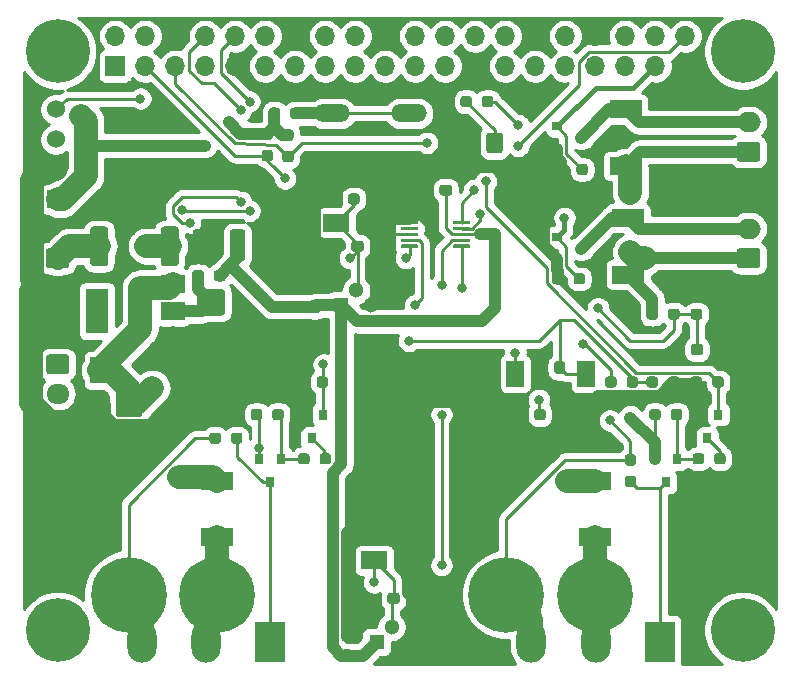
<source format=gbr>
G04 #@! TF.GenerationSoftware,KiCad,Pcbnew,5.1.10-88a1d61d58~88~ubuntu20.04.1*
G04 #@! TF.CreationDate,2021-09-15T20:12:52+01:00*
G04 #@! TF.ProjectId,ogsolar,6f67736f-6c61-4722-9e6b-696361645f70,1.5*
G04 #@! TF.SameCoordinates,Original*
G04 #@! TF.FileFunction,Copper,L1,Top*
G04 #@! TF.FilePolarity,Positive*
%FSLAX46Y46*%
G04 Gerber Fmt 4.6, Leading zero omitted, Abs format (unit mm)*
G04 Created by KiCad (PCBNEW 5.1.10-88a1d61d58~88~ubuntu20.04.1) date 2021-09-15 20:12:52*
%MOMM*%
%LPD*%
G01*
G04 APERTURE LIST*
G04 #@! TA.AperFunction,ComponentPad*
%ADD10C,1.300000*%
G04 #@! TD*
G04 #@! TA.AperFunction,ComponentPad*
%ADD11R,1.300000X1.300000*%
G04 #@! TD*
G04 #@! TA.AperFunction,ComponentPad*
%ADD12C,5.400000*%
G04 #@! TD*
G04 #@! TA.AperFunction,SMDPad,CuDef*
%ADD13R,1.500000X2.200000*%
G04 #@! TD*
G04 #@! TA.AperFunction,ComponentPad*
%ADD14O,2.000000X1.700000*%
G04 #@! TD*
G04 #@! TA.AperFunction,ComponentPad*
%ADD15O,1.950000X1.700000*%
G04 #@! TD*
G04 #@! TA.AperFunction,SMDPad,CuDef*
%ADD16R,2.006600X1.498600*%
G04 #@! TD*
G04 #@! TA.AperFunction,SMDPad,CuDef*
%ADD17R,1.930400X3.810000*%
G04 #@! TD*
G04 #@! TA.AperFunction,ComponentPad*
%ADD18R,1.700000X1.700000*%
G04 #@! TD*
G04 #@! TA.AperFunction,ComponentPad*
%ADD19O,1.700000X1.700000*%
G04 #@! TD*
G04 #@! TA.AperFunction,ComponentPad*
%ADD20R,1.524000X1.524000*%
G04 #@! TD*
G04 #@! TA.AperFunction,ComponentPad*
%ADD21C,1.524000*%
G04 #@! TD*
G04 #@! TA.AperFunction,SMDPad,CuDef*
%ADD22R,2.200000X1.500000*%
G04 #@! TD*
G04 #@! TA.AperFunction,SMDPad,CuDef*
%ADD23R,2.700000X1.500000*%
G04 #@! TD*
G04 #@! TA.AperFunction,SMDPad,CuDef*
%ADD24R,0.800000X0.900000*%
G04 #@! TD*
G04 #@! TA.AperFunction,ComponentPad*
%ADD25O,2.500000X3.500000*%
G04 #@! TD*
G04 #@! TA.AperFunction,ComponentPad*
%ADD26R,2.500000X3.500000*%
G04 #@! TD*
G04 #@! TA.AperFunction,SMDPad,CuDef*
%ADD27R,0.900000X0.800000*%
G04 #@! TD*
G04 #@! TA.AperFunction,ComponentPad*
%ADD28O,3.014980X1.506220*%
G04 #@! TD*
G04 #@! TA.AperFunction,ComponentPad*
%ADD29C,0.800000*%
G04 #@! TD*
G04 #@! TA.AperFunction,ComponentPad*
%ADD30C,6.400000*%
G04 #@! TD*
G04 #@! TA.AperFunction,ViaPad*
%ADD31C,0.800000*%
G04 #@! TD*
G04 #@! TA.AperFunction,Conductor*
%ADD32C,2.000000*%
G04 #@! TD*
G04 #@! TA.AperFunction,Conductor*
%ADD33C,1.000000*%
G04 #@! TD*
G04 #@! TA.AperFunction,Conductor*
%ADD34C,0.250000*%
G04 #@! TD*
G04 #@! TA.AperFunction,Conductor*
%ADD35C,0.400000*%
G04 #@! TD*
G04 #@! TA.AperFunction,Conductor*
%ADD36C,0.800000*%
G04 #@! TD*
G04 #@! TA.AperFunction,Conductor*
%ADD37C,0.254000*%
G04 #@! TD*
G04 #@! TA.AperFunction,Conductor*
%ADD38C,0.100000*%
G04 #@! TD*
G04 APERTURE END LIST*
D10*
X141770000Y-107230000D03*
X143040000Y-108500000D03*
D11*
X140500000Y-108500000D03*
D12*
X113500000Y-107500000D03*
X171500000Y-107500000D03*
X171500000Y-58500000D03*
X113500000Y-58500000D03*
G04 #@! TA.AperFunction,SMDPad,CuDef*
G36*
G01*
X118425000Y-89225001D02*
X118425000Y-87374999D01*
G75*
G02*
X118674999Y-87125000I249999J0D01*
G01*
X120425001Y-87125000D01*
G75*
G02*
X120675000Y-87374999I0J-249999D01*
G01*
X120675000Y-89225001D01*
G75*
G02*
X120425001Y-89475000I-249999J0D01*
G01*
X118674999Y-89475000D01*
G75*
G02*
X118425000Y-89225001I0J249999D01*
G01*
G37*
G04 #@! TD.AperFunction*
G04 #@! TA.AperFunction,SMDPad,CuDef*
G36*
G01*
X123525000Y-89225001D02*
X123525000Y-87374999D01*
G75*
G02*
X123774999Y-87125000I249999J0D01*
G01*
X125525001Y-87125000D01*
G75*
G02*
X125775000Y-87374999I0J-249999D01*
G01*
X125775000Y-89225001D01*
G75*
G02*
X125525001Y-89475000I-249999J0D01*
G01*
X123774999Y-89475000D01*
G75*
G02*
X123525000Y-89225001I0J249999D01*
G01*
G37*
G04 #@! TD.AperFunction*
G04 #@! TA.AperFunction,SMDPad,CuDef*
G36*
G01*
X125574999Y-78625000D02*
X127425001Y-78625000D01*
G75*
G02*
X127675000Y-78874999I0J-249999D01*
G01*
X127675000Y-80625001D01*
G75*
G02*
X127425001Y-80875000I-249999J0D01*
G01*
X125574999Y-80875000D01*
G75*
G02*
X125325000Y-80625001I0J249999D01*
G01*
X125325000Y-78874999D01*
G75*
G02*
X125574999Y-78625000I249999J0D01*
G01*
G37*
G04 #@! TD.AperFunction*
G04 #@! TA.AperFunction,SMDPad,CuDef*
G36*
G01*
X125574999Y-83725000D02*
X127425001Y-83725000D01*
G75*
G02*
X127675000Y-83974999I0J-249999D01*
G01*
X127675000Y-85725001D01*
G75*
G02*
X127425001Y-85975000I-249999J0D01*
G01*
X125574999Y-85975000D01*
G75*
G02*
X125325000Y-85725001I0J249999D01*
G01*
X125325000Y-83974999D01*
G75*
G02*
X125574999Y-83725000I249999J0D01*
G01*
G37*
G04 #@! TD.AperFunction*
D13*
X117000000Y-85500000D03*
X117000000Y-88400000D03*
G04 #@! TA.AperFunction,SMDPad,CuDef*
G36*
G01*
X123750000Y-73574999D02*
X123750000Y-76425001D01*
G75*
G02*
X123500001Y-76675000I-249999J0D01*
G01*
X122474999Y-76675000D01*
G75*
G02*
X122225000Y-76425001I0J249999D01*
G01*
X122225000Y-73574999D01*
G75*
G02*
X122474999Y-73325000I249999J0D01*
G01*
X123500001Y-73325000D01*
G75*
G02*
X123750000Y-73574999I0J-249999D01*
G01*
G37*
G04 #@! TD.AperFunction*
G04 #@! TA.AperFunction,SMDPad,CuDef*
G36*
G01*
X117775000Y-73574999D02*
X117775000Y-76425001D01*
G75*
G02*
X117525001Y-76675000I-249999J0D01*
G01*
X116499999Y-76675000D01*
G75*
G02*
X116250000Y-76425001I0J249999D01*
G01*
X116250000Y-73574999D01*
G75*
G02*
X116499999Y-73325000I249999J0D01*
G01*
X117525001Y-73325000D01*
G75*
G02*
X117775000Y-73574999I0J-249999D01*
G01*
G37*
G04 #@! TD.AperFunction*
G04 #@! TA.AperFunction,ComponentPad*
G36*
G01*
X112750000Y-75150000D02*
X114250000Y-75150000D01*
G75*
G02*
X114500000Y-75400000I0J-250000D01*
G01*
X114500000Y-76600000D01*
G75*
G02*
X114250000Y-76850000I-250000J0D01*
G01*
X112750000Y-76850000D01*
G75*
G02*
X112500000Y-76600000I0J250000D01*
G01*
X112500000Y-75400000D01*
G75*
G02*
X112750000Y-75150000I250000J0D01*
G01*
G37*
G04 #@! TD.AperFunction*
D14*
X113500000Y-78500000D03*
G04 #@! TA.AperFunction,ComponentPad*
G36*
G01*
X112775000Y-84150000D02*
X114225000Y-84150000D01*
G75*
G02*
X114475000Y-84400000I0J-250000D01*
G01*
X114475000Y-85600000D01*
G75*
G02*
X114225000Y-85850000I-250000J0D01*
G01*
X112775000Y-85850000D01*
G75*
G02*
X112525000Y-85600000I0J250000D01*
G01*
X112525000Y-84400000D01*
G75*
G02*
X112775000Y-84150000I250000J0D01*
G01*
G37*
G04 #@! TD.AperFunction*
D15*
X113500000Y-87500000D03*
X113500000Y-90000000D03*
G04 #@! TA.AperFunction,SMDPad,CuDef*
G36*
G01*
X127700000Y-77262500D02*
X127700000Y-77737500D01*
G75*
G02*
X127462500Y-77975000I-237500J0D01*
G01*
X126962500Y-77975000D01*
G75*
G02*
X126725000Y-77737500I0J237500D01*
G01*
X126725000Y-77262500D01*
G75*
G02*
X126962500Y-77025000I237500J0D01*
G01*
X127462500Y-77025000D01*
G75*
G02*
X127700000Y-77262500I0J-237500D01*
G01*
G37*
G04 #@! TD.AperFunction*
G04 #@! TA.AperFunction,SMDPad,CuDef*
G36*
G01*
X125875000Y-77262500D02*
X125875000Y-77737500D01*
G75*
G02*
X125637500Y-77975000I-237500J0D01*
G01*
X125137500Y-77975000D01*
G75*
G02*
X124900000Y-77737500I0J237500D01*
G01*
X124900000Y-77262500D01*
G75*
G02*
X125137500Y-77025000I237500J0D01*
G01*
X125637500Y-77025000D01*
G75*
G02*
X125875000Y-77262500I0J-237500D01*
G01*
G37*
G04 #@! TD.AperFunction*
D16*
X123233420Y-82798700D03*
X123233420Y-80500000D03*
X123233420Y-78201300D03*
D17*
X116825000Y-80500000D03*
D18*
X118375000Y-59750000D03*
D19*
X118375000Y-57210000D03*
X120915000Y-59750000D03*
X120915000Y-57210000D03*
X123455000Y-59750000D03*
X123455000Y-57210000D03*
X125995000Y-59750000D03*
X125995000Y-57210000D03*
X128535000Y-59750000D03*
X128535000Y-57210000D03*
X131075000Y-59750000D03*
X131075000Y-57210000D03*
X133615000Y-59750000D03*
X133615000Y-57210000D03*
X136155000Y-59750000D03*
X136155000Y-57210000D03*
X138695000Y-59750000D03*
X138695000Y-57210000D03*
X141235000Y-59750000D03*
X141235000Y-57210000D03*
X143775000Y-59750000D03*
X143775000Y-57210000D03*
X146315000Y-59750000D03*
X146315000Y-57210000D03*
X148855000Y-59750000D03*
X148855000Y-57210000D03*
X151395000Y-59750000D03*
X151395000Y-57210000D03*
X153935000Y-59750000D03*
X153935000Y-57210000D03*
X156475000Y-59750000D03*
X156475000Y-57210000D03*
X159015000Y-59750000D03*
X159015000Y-57210000D03*
X161555000Y-59750000D03*
X161555000Y-57210000D03*
X164095000Y-59750000D03*
X164095000Y-57210000D03*
X166635000Y-59750000D03*
X166635000Y-57210000D03*
D20*
X113340000Y-71040000D03*
D21*
X113340000Y-68500000D03*
X113340000Y-65960000D03*
X113340000Y-63420000D03*
G04 #@! TA.AperFunction,SMDPad,CuDef*
G36*
G01*
X129387500Y-73799998D02*
X129387500Y-76000002D01*
G75*
G02*
X129137502Y-76250000I-249998J0D01*
G01*
X128312498Y-76250000D01*
G75*
G02*
X128062500Y-76000002I0J249998D01*
G01*
X128062500Y-73799998D01*
G75*
G02*
X128312498Y-73550000I249998J0D01*
G01*
X129137502Y-73550000D01*
G75*
G02*
X129387500Y-73799998I0J-249998D01*
G01*
G37*
G04 #@! TD.AperFunction*
G04 #@! TA.AperFunction,SMDPad,CuDef*
G36*
G01*
X126262500Y-73799998D02*
X126262500Y-76000002D01*
G75*
G02*
X126012502Y-76250000I-249998J0D01*
G01*
X125187498Y-76250000D01*
G75*
G02*
X124937500Y-76000002I0J249998D01*
G01*
X124937500Y-73799998D01*
G75*
G02*
X125187498Y-73550000I249998J0D01*
G01*
X126012502Y-73550000D01*
G75*
G02*
X126262500Y-73799998I0J-249998D01*
G01*
G37*
G04 #@! TD.AperFunction*
G04 #@! TA.AperFunction,SMDPad,CuDef*
G36*
G01*
X138350000Y-75237500D02*
X138350000Y-74762500D01*
G75*
G02*
X138587500Y-74525000I237500J0D01*
G01*
X139187500Y-74525000D01*
G75*
G02*
X139425000Y-74762500I0J-237500D01*
G01*
X139425000Y-75237500D01*
G75*
G02*
X139187500Y-75475000I-237500J0D01*
G01*
X138587500Y-75475000D01*
G75*
G02*
X138350000Y-75237500I0J237500D01*
G01*
G37*
G04 #@! TD.AperFunction*
G04 #@! TA.AperFunction,SMDPad,CuDef*
G36*
G01*
X140075000Y-75237500D02*
X140075000Y-74762500D01*
G75*
G02*
X140312500Y-74525000I237500J0D01*
G01*
X140912500Y-74525000D01*
G75*
G02*
X141150000Y-74762500I0J-237500D01*
G01*
X141150000Y-75237500D01*
G75*
G02*
X140912500Y-75475000I-237500J0D01*
G01*
X140312500Y-75475000D01*
G75*
G02*
X140075000Y-75237500I0J237500D01*
G01*
G37*
G04 #@! TD.AperFunction*
G04 #@! TA.AperFunction,SMDPad,CuDef*
G36*
G01*
X155762500Y-84737500D02*
X156237500Y-84737500D01*
G75*
G02*
X156475000Y-84975000I0J-237500D01*
G01*
X156475000Y-85575000D01*
G75*
G02*
X156237500Y-85812500I-237500J0D01*
G01*
X155762500Y-85812500D01*
G75*
G02*
X155525000Y-85575000I0J237500D01*
G01*
X155525000Y-84975000D01*
G75*
G02*
X155762500Y-84737500I237500J0D01*
G01*
G37*
G04 #@! TD.AperFunction*
G04 #@! TA.AperFunction,SMDPad,CuDef*
G36*
G01*
X155762500Y-86462500D02*
X156237500Y-86462500D01*
G75*
G02*
X156475000Y-86700000I0J-237500D01*
G01*
X156475000Y-87300000D01*
G75*
G02*
X156237500Y-87537500I-237500J0D01*
G01*
X155762500Y-87537500D01*
G75*
G02*
X155525000Y-87300000I0J237500D01*
G01*
X155525000Y-86700000D01*
G75*
G02*
X155762500Y-86462500I237500J0D01*
G01*
G37*
G04 #@! TD.AperFunction*
G04 #@! TA.AperFunction,SMDPad,CuDef*
G36*
G01*
X168825000Y-83987500D02*
X168825000Y-83512500D01*
G75*
G02*
X169062500Y-83275000I237500J0D01*
G01*
X169662500Y-83275000D01*
G75*
G02*
X169900000Y-83512500I0J-237500D01*
G01*
X169900000Y-83987500D01*
G75*
G02*
X169662500Y-84225000I-237500J0D01*
G01*
X169062500Y-84225000D01*
G75*
G02*
X168825000Y-83987500I0J237500D01*
G01*
G37*
G04 #@! TD.AperFunction*
G04 #@! TA.AperFunction,SMDPad,CuDef*
G36*
G01*
X167100000Y-83987500D02*
X167100000Y-83512500D01*
G75*
G02*
X167337500Y-83275000I237500J0D01*
G01*
X167937500Y-83275000D01*
G75*
G02*
X168175000Y-83512500I0J-237500D01*
G01*
X168175000Y-83987500D01*
G75*
G02*
X167937500Y-84225000I-237500J0D01*
G01*
X167337500Y-84225000D01*
G75*
G02*
X167100000Y-83987500I0J237500D01*
G01*
G37*
G04 #@! TD.AperFunction*
D22*
X140000000Y-73000000D03*
X137100000Y-73000000D03*
D13*
X158250000Y-85800000D03*
X158250000Y-88700000D03*
X152250000Y-85800000D03*
X152250000Y-88700000D03*
G04 #@! TA.AperFunction,SMDPad,CuDef*
G36*
G01*
X146800000Y-66875000D02*
X146800000Y-65625000D01*
G75*
G02*
X147050000Y-65375000I250000J0D01*
G01*
X147975000Y-65375000D01*
G75*
G02*
X148225000Y-65625000I0J-250000D01*
G01*
X148225000Y-66875000D01*
G75*
G02*
X147975000Y-67125000I-250000J0D01*
G01*
X147050000Y-67125000D01*
G75*
G02*
X146800000Y-66875000I0J250000D01*
G01*
G37*
G04 #@! TD.AperFunction*
G04 #@! TA.AperFunction,SMDPad,CuDef*
G36*
G01*
X149775000Y-66875000D02*
X149775000Y-65625000D01*
G75*
G02*
X150025000Y-65375000I250000J0D01*
G01*
X150950000Y-65375000D01*
G75*
G02*
X151200000Y-65625000I0J-250000D01*
G01*
X151200000Y-66875000D01*
G75*
G02*
X150950000Y-67125000I-250000J0D01*
G01*
X150025000Y-67125000D01*
G75*
G02*
X149775000Y-66875000I0J250000D01*
G01*
G37*
G04 #@! TD.AperFunction*
D23*
X159000000Y-99650000D03*
X159000000Y-94850000D03*
X127000000Y-94850000D03*
X127000000Y-99650000D03*
X161600000Y-63400000D03*
X161600000Y-68200000D03*
X161800000Y-77400000D03*
X161800000Y-72600000D03*
D14*
X172000000Y-64500000D03*
G04 #@! TA.AperFunction,ComponentPad*
G36*
G01*
X172750000Y-67850000D02*
X171250000Y-67850000D01*
G75*
G02*
X171000000Y-67600000I0J250000D01*
G01*
X171000000Y-66400000D01*
G75*
G02*
X171250000Y-66150000I250000J0D01*
G01*
X172750000Y-66150000D01*
G75*
G02*
X173000000Y-66400000I0J-250000D01*
G01*
X173000000Y-67600000D01*
G75*
G02*
X172750000Y-67850000I-250000J0D01*
G01*
G37*
G04 #@! TD.AperFunction*
G04 #@! TA.AperFunction,ComponentPad*
G36*
G01*
X172750000Y-76850000D02*
X171250000Y-76850000D01*
G75*
G02*
X171000000Y-76600000I0J250000D01*
G01*
X171000000Y-75400000D01*
G75*
G02*
X171250000Y-75150000I250000J0D01*
G01*
X172750000Y-75150000D01*
G75*
G02*
X173000000Y-75400000I0J-250000D01*
G01*
X173000000Y-76600000D01*
G75*
G02*
X172750000Y-76850000I-250000J0D01*
G01*
G37*
G04 #@! TD.AperFunction*
X172000000Y-73500000D03*
D24*
X135950000Y-89250000D03*
X134050000Y-89250000D03*
X135000000Y-91250000D03*
X168500000Y-91250000D03*
X167550000Y-89250000D03*
X169450000Y-89250000D03*
X131500000Y-95000000D03*
X130550000Y-93000000D03*
X132450000Y-93000000D03*
X165950000Y-93000000D03*
X164050000Y-93000000D03*
X165000000Y-95000000D03*
D25*
X120600000Y-108500000D03*
X126050000Y-108500000D03*
D26*
X131500000Y-108500000D03*
X164500000Y-108500000D03*
D25*
X159050000Y-108500000D03*
X153600000Y-108500000D03*
D27*
X155800000Y-64850000D03*
X155800000Y-66750000D03*
X157800000Y-65800000D03*
X157800000Y-75200000D03*
X155800000Y-76150000D03*
X155800000Y-74250000D03*
G04 #@! TA.AperFunction,SMDPad,CuDef*
G36*
G01*
X165175000Y-86737500D02*
X165175000Y-86262500D01*
G75*
G02*
X165412500Y-86025000I237500J0D01*
G01*
X165912500Y-86025000D01*
G75*
G02*
X166150000Y-86262500I0J-237500D01*
G01*
X166150000Y-86737500D01*
G75*
G02*
X165912500Y-86975000I-237500J0D01*
G01*
X165412500Y-86975000D01*
G75*
G02*
X165175000Y-86737500I0J237500D01*
G01*
G37*
G04 #@! TD.AperFunction*
G04 #@! TA.AperFunction,SMDPad,CuDef*
G36*
G01*
X163350000Y-86737500D02*
X163350000Y-86262500D01*
G75*
G02*
X163587500Y-86025000I237500J0D01*
G01*
X164087500Y-86025000D01*
G75*
G02*
X164325000Y-86262500I0J-237500D01*
G01*
X164325000Y-86737500D01*
G75*
G02*
X164087500Y-86975000I-237500J0D01*
G01*
X163587500Y-86975000D01*
G75*
G02*
X163350000Y-86737500I0J237500D01*
G01*
G37*
G04 #@! TD.AperFunction*
G04 #@! TA.AperFunction,SMDPad,CuDef*
G36*
G01*
X166150000Y-80512500D02*
X166150000Y-80987500D01*
G75*
G02*
X165912500Y-81225000I-237500J0D01*
G01*
X165412500Y-81225000D01*
G75*
G02*
X165175000Y-80987500I0J237500D01*
G01*
X165175000Y-80512500D01*
G75*
G02*
X165412500Y-80275000I237500J0D01*
G01*
X165912500Y-80275000D01*
G75*
G02*
X166150000Y-80512500I0J-237500D01*
G01*
G37*
G04 #@! TD.AperFunction*
G04 #@! TA.AperFunction,SMDPad,CuDef*
G36*
G01*
X164325000Y-80512500D02*
X164325000Y-80987500D01*
G75*
G02*
X164087500Y-81225000I-237500J0D01*
G01*
X163587500Y-81225000D01*
G75*
G02*
X163350000Y-80987500I0J237500D01*
G01*
X163350000Y-80512500D01*
G75*
G02*
X163587500Y-80275000I237500J0D01*
G01*
X164087500Y-80275000D01*
G75*
G02*
X164325000Y-80512500I0J-237500D01*
G01*
G37*
G04 #@! TD.AperFunction*
G04 #@! TA.AperFunction,SMDPad,CuDef*
G36*
G01*
X168075000Y-80512500D02*
X168075000Y-80987500D01*
G75*
G02*
X167837500Y-81225000I-237500J0D01*
G01*
X167337500Y-81225000D01*
G75*
G02*
X167100000Y-80987500I0J237500D01*
G01*
X167100000Y-80512500D01*
G75*
G02*
X167337500Y-80275000I237500J0D01*
G01*
X167837500Y-80275000D01*
G75*
G02*
X168075000Y-80512500I0J-237500D01*
G01*
G37*
G04 #@! TD.AperFunction*
G04 #@! TA.AperFunction,SMDPad,CuDef*
G36*
G01*
X169900000Y-80512500D02*
X169900000Y-80987500D01*
G75*
G02*
X169662500Y-81225000I-237500J0D01*
G01*
X169162500Y-81225000D01*
G75*
G02*
X168925000Y-80987500I0J237500D01*
G01*
X168925000Y-80512500D01*
G75*
G02*
X169162500Y-80275000I237500J0D01*
G01*
X169662500Y-80275000D01*
G75*
G02*
X169900000Y-80512500I0J-237500D01*
G01*
G37*
G04 #@! TD.AperFunction*
G04 #@! TA.AperFunction,SMDPad,CuDef*
G36*
G01*
X132650000Y-89012500D02*
X132650000Y-89487500D01*
G75*
G02*
X132412500Y-89725000I-237500J0D01*
G01*
X131912500Y-89725000D01*
G75*
G02*
X131675000Y-89487500I0J237500D01*
G01*
X131675000Y-89012500D01*
G75*
G02*
X131912500Y-88775000I237500J0D01*
G01*
X132412500Y-88775000D01*
G75*
G02*
X132650000Y-89012500I0J-237500D01*
G01*
G37*
G04 #@! TD.AperFunction*
G04 #@! TA.AperFunction,SMDPad,CuDef*
G36*
G01*
X130825000Y-89012500D02*
X130825000Y-89487500D01*
G75*
G02*
X130587500Y-89725000I-237500J0D01*
G01*
X130087500Y-89725000D01*
G75*
G02*
X129850000Y-89487500I0J237500D01*
G01*
X129850000Y-89012500D01*
G75*
G02*
X130087500Y-88775000I237500J0D01*
G01*
X130587500Y-88775000D01*
G75*
G02*
X130825000Y-89012500I0J-237500D01*
G01*
G37*
G04 #@! TD.AperFunction*
G04 #@! TA.AperFunction,SMDPad,CuDef*
G36*
G01*
X136650000Y-92762500D02*
X136650000Y-93237500D01*
G75*
G02*
X136412500Y-93475000I-237500J0D01*
G01*
X135912500Y-93475000D01*
G75*
G02*
X135675000Y-93237500I0J237500D01*
G01*
X135675000Y-92762500D01*
G75*
G02*
X135912500Y-92525000I237500J0D01*
G01*
X136412500Y-92525000D01*
G75*
G02*
X136650000Y-92762500I0J-237500D01*
G01*
G37*
G04 #@! TD.AperFunction*
G04 #@! TA.AperFunction,SMDPad,CuDef*
G36*
G01*
X134825000Y-92762500D02*
X134825000Y-93237500D01*
G75*
G02*
X134587500Y-93475000I-237500J0D01*
G01*
X134087500Y-93475000D01*
G75*
G02*
X133850000Y-93237500I0J237500D01*
G01*
X133850000Y-92762500D01*
G75*
G02*
X134087500Y-92525000I237500J0D01*
G01*
X134587500Y-92525000D01*
G75*
G02*
X134825000Y-92762500I0J-237500D01*
G01*
G37*
G04 #@! TD.AperFunction*
G04 #@! TA.AperFunction,SMDPad,CuDef*
G36*
G01*
X136400000Y-86262500D02*
X136400000Y-86737500D01*
G75*
G02*
X136162500Y-86975000I-237500J0D01*
G01*
X135662500Y-86975000D01*
G75*
G02*
X135425000Y-86737500I0J237500D01*
G01*
X135425000Y-86262500D01*
G75*
G02*
X135662500Y-86025000I237500J0D01*
G01*
X136162500Y-86025000D01*
G75*
G02*
X136400000Y-86262500I0J-237500D01*
G01*
G37*
G04 #@! TD.AperFunction*
G04 #@! TA.AperFunction,SMDPad,CuDef*
G36*
G01*
X134575000Y-86262500D02*
X134575000Y-86737500D01*
G75*
G02*
X134337500Y-86975000I-237500J0D01*
G01*
X133837500Y-86975000D01*
G75*
G02*
X133600000Y-86737500I0J237500D01*
G01*
X133600000Y-86262500D01*
G75*
G02*
X133837500Y-86025000I237500J0D01*
G01*
X134337500Y-86025000D01*
G75*
G02*
X134575000Y-86262500I0J-237500D01*
G01*
G37*
G04 #@! TD.AperFunction*
G04 #@! TA.AperFunction,SMDPad,CuDef*
G36*
G01*
X166400000Y-89012500D02*
X166400000Y-89487500D01*
G75*
G02*
X166162500Y-89725000I-237500J0D01*
G01*
X165662500Y-89725000D01*
G75*
G02*
X165425000Y-89487500I0J237500D01*
G01*
X165425000Y-89012500D01*
G75*
G02*
X165662500Y-88775000I237500J0D01*
G01*
X166162500Y-88775000D01*
G75*
G02*
X166400000Y-89012500I0J-237500D01*
G01*
G37*
G04 #@! TD.AperFunction*
G04 #@! TA.AperFunction,SMDPad,CuDef*
G36*
G01*
X164575000Y-89012500D02*
X164575000Y-89487500D01*
G75*
G02*
X164337500Y-89725000I-237500J0D01*
G01*
X163837500Y-89725000D01*
G75*
G02*
X163600000Y-89487500I0J237500D01*
G01*
X163600000Y-89012500D01*
G75*
G02*
X163837500Y-88775000I237500J0D01*
G01*
X164337500Y-88775000D01*
G75*
G02*
X164575000Y-89012500I0J-237500D01*
G01*
G37*
G04 #@! TD.AperFunction*
G04 #@! TA.AperFunction,SMDPad,CuDef*
G36*
G01*
X168075000Y-86262500D02*
X168075000Y-86737500D01*
G75*
G02*
X167837500Y-86975000I-237500J0D01*
G01*
X167337500Y-86975000D01*
G75*
G02*
X167100000Y-86737500I0J237500D01*
G01*
X167100000Y-86262500D01*
G75*
G02*
X167337500Y-86025000I237500J0D01*
G01*
X167837500Y-86025000D01*
G75*
G02*
X168075000Y-86262500I0J-237500D01*
G01*
G37*
G04 #@! TD.AperFunction*
G04 #@! TA.AperFunction,SMDPad,CuDef*
G36*
G01*
X169900000Y-86262500D02*
X169900000Y-86737500D01*
G75*
G02*
X169662500Y-86975000I-237500J0D01*
G01*
X169162500Y-86975000D01*
G75*
G02*
X168925000Y-86737500I0J237500D01*
G01*
X168925000Y-86262500D01*
G75*
G02*
X169162500Y-86025000I237500J0D01*
G01*
X169662500Y-86025000D01*
G75*
G02*
X169900000Y-86262500I0J-237500D01*
G01*
G37*
G04 #@! TD.AperFunction*
G04 #@! TA.AperFunction,SMDPad,CuDef*
G36*
G01*
X148575000Y-62512500D02*
X148575000Y-62987500D01*
G75*
G02*
X148337500Y-63225000I-237500J0D01*
G01*
X147837500Y-63225000D01*
G75*
G02*
X147600000Y-62987500I0J237500D01*
G01*
X147600000Y-62512500D01*
G75*
G02*
X147837500Y-62275000I237500J0D01*
G01*
X148337500Y-62275000D01*
G75*
G02*
X148575000Y-62512500I0J-237500D01*
G01*
G37*
G04 #@! TD.AperFunction*
G04 #@! TA.AperFunction,SMDPad,CuDef*
G36*
G01*
X150400000Y-62512500D02*
X150400000Y-62987500D01*
G75*
G02*
X150162500Y-63225000I-237500J0D01*
G01*
X149662500Y-63225000D01*
G75*
G02*
X149425000Y-62987500I0J237500D01*
G01*
X149425000Y-62512500D01*
G75*
G02*
X149662500Y-62275000I237500J0D01*
G01*
X150162500Y-62275000D01*
G75*
G02*
X150400000Y-62512500I0J-237500D01*
G01*
G37*
G04 #@! TD.AperFunction*
G04 #@! TA.AperFunction,SMDPad,CuDef*
G36*
G01*
X168237500Y-92762500D02*
X168237500Y-93237500D01*
G75*
G02*
X168000000Y-93475000I-237500J0D01*
G01*
X167500000Y-93475000D01*
G75*
G02*
X167262500Y-93237500I0J237500D01*
G01*
X167262500Y-92762500D01*
G75*
G02*
X167500000Y-92525000I237500J0D01*
G01*
X168000000Y-92525000D01*
G75*
G02*
X168237500Y-92762500I0J-237500D01*
G01*
G37*
G04 #@! TD.AperFunction*
G04 #@! TA.AperFunction,SMDPad,CuDef*
G36*
G01*
X170062500Y-92762500D02*
X170062500Y-93237500D01*
G75*
G02*
X169825000Y-93475000I-237500J0D01*
G01*
X169325000Y-93475000D01*
G75*
G02*
X169087500Y-93237500I0J237500D01*
G01*
X169087500Y-92762500D01*
G75*
G02*
X169325000Y-92525000I237500J0D01*
G01*
X169825000Y-92525000D01*
G75*
G02*
X170062500Y-92762500I0J-237500D01*
G01*
G37*
G04 #@! TD.AperFunction*
G04 #@! TA.AperFunction,SMDPad,CuDef*
G36*
G01*
X161675000Y-86737500D02*
X161675000Y-86262500D01*
G75*
G02*
X161912500Y-86025000I237500J0D01*
G01*
X162412500Y-86025000D01*
G75*
G02*
X162650000Y-86262500I0J-237500D01*
G01*
X162650000Y-86737500D01*
G75*
G02*
X162412500Y-86975000I-237500J0D01*
G01*
X161912500Y-86975000D01*
G75*
G02*
X161675000Y-86737500I0J237500D01*
G01*
G37*
G04 #@! TD.AperFunction*
G04 #@! TA.AperFunction,SMDPad,CuDef*
G36*
G01*
X159850000Y-86737500D02*
X159850000Y-86262500D01*
G75*
G02*
X160087500Y-86025000I237500J0D01*
G01*
X160587500Y-86025000D01*
G75*
G02*
X160825000Y-86262500I0J-237500D01*
G01*
X160825000Y-86737500D01*
G75*
G02*
X160587500Y-86975000I-237500J0D01*
G01*
X160087500Y-86975000D01*
G75*
G02*
X159850000Y-86737500I0J237500D01*
G01*
G37*
G04 #@! TD.AperFunction*
G04 #@! TA.AperFunction,SMDPad,CuDef*
G36*
G01*
X128175000Y-91487500D02*
X128175000Y-91012500D01*
G75*
G02*
X128412500Y-90775000I237500J0D01*
G01*
X128912500Y-90775000D01*
G75*
G02*
X129150000Y-91012500I0J-237500D01*
G01*
X129150000Y-91487500D01*
G75*
G02*
X128912500Y-91725000I-237500J0D01*
G01*
X128412500Y-91725000D01*
G75*
G02*
X128175000Y-91487500I0J237500D01*
G01*
G37*
G04 #@! TD.AperFunction*
G04 #@! TA.AperFunction,SMDPad,CuDef*
G36*
G01*
X126350000Y-91487500D02*
X126350000Y-91012500D01*
G75*
G02*
X126587500Y-90775000I237500J0D01*
G01*
X127087500Y-90775000D01*
G75*
G02*
X127325000Y-91012500I0J-237500D01*
G01*
X127325000Y-91487500D01*
G75*
G02*
X127087500Y-91725000I-237500J0D01*
G01*
X126587500Y-91725000D01*
G75*
G02*
X126350000Y-91487500I0J237500D01*
G01*
G37*
G04 #@! TD.AperFunction*
G04 #@! TA.AperFunction,SMDPad,CuDef*
G36*
G01*
X131012500Y-66837500D02*
X131487500Y-66837500D01*
G75*
G02*
X131725000Y-67075000I0J-237500D01*
G01*
X131725000Y-67575000D01*
G75*
G02*
X131487500Y-67812500I-237500J0D01*
G01*
X131012500Y-67812500D01*
G75*
G02*
X130775000Y-67575000I0J237500D01*
G01*
X130775000Y-67075000D01*
G75*
G02*
X131012500Y-66837500I237500J0D01*
G01*
G37*
G04 #@! TD.AperFunction*
G04 #@! TA.AperFunction,SMDPad,CuDef*
G36*
G01*
X131012500Y-65012500D02*
X131487500Y-65012500D01*
G75*
G02*
X131725000Y-65250000I0J-237500D01*
G01*
X131725000Y-65750000D01*
G75*
G02*
X131487500Y-65987500I-237500J0D01*
G01*
X131012500Y-65987500D01*
G75*
G02*
X130775000Y-65750000I0J237500D01*
G01*
X130775000Y-65250000D01*
G75*
G02*
X131012500Y-65012500I237500J0D01*
G01*
G37*
G04 #@! TD.AperFunction*
G04 #@! TA.AperFunction,SMDPad,CuDef*
G36*
G01*
X161762500Y-92600000D02*
X162237500Y-92600000D01*
G75*
G02*
X162475000Y-92837500I0J-237500D01*
G01*
X162475000Y-93337500D01*
G75*
G02*
X162237500Y-93575000I-237500J0D01*
G01*
X161762500Y-93575000D01*
G75*
G02*
X161525000Y-93337500I0J237500D01*
G01*
X161525000Y-92837500D01*
G75*
G02*
X161762500Y-92600000I237500J0D01*
G01*
G37*
G04 #@! TD.AperFunction*
G04 #@! TA.AperFunction,SMDPad,CuDef*
G36*
G01*
X161762500Y-94425000D02*
X162237500Y-94425000D01*
G75*
G02*
X162475000Y-94662500I0J-237500D01*
G01*
X162475000Y-95162500D01*
G75*
G02*
X162237500Y-95400000I-237500J0D01*
G01*
X161762500Y-95400000D01*
G75*
G02*
X161525000Y-95162500I0J237500D01*
G01*
X161525000Y-94662500D01*
G75*
G02*
X161762500Y-94425000I237500J0D01*
G01*
G37*
G04 #@! TD.AperFunction*
G04 #@! TA.AperFunction,SMDPad,CuDef*
G36*
G01*
X131350000Y-63987500D02*
X131350000Y-63512500D01*
G75*
G02*
X131587500Y-63275000I237500J0D01*
G01*
X132087500Y-63275000D01*
G75*
G02*
X132325000Y-63512500I0J-237500D01*
G01*
X132325000Y-63987500D01*
G75*
G02*
X132087500Y-64225000I-237500J0D01*
G01*
X131587500Y-64225000D01*
G75*
G02*
X131350000Y-63987500I0J237500D01*
G01*
G37*
G04 #@! TD.AperFunction*
G04 #@! TA.AperFunction,SMDPad,CuDef*
G36*
G01*
X133175000Y-63987500D02*
X133175000Y-63512500D01*
G75*
G02*
X133412500Y-63275000I237500J0D01*
G01*
X133912500Y-63275000D01*
G75*
G02*
X134150000Y-63512500I0J-237500D01*
G01*
X134150000Y-63987500D01*
G75*
G02*
X133912500Y-64225000I-237500J0D01*
G01*
X133412500Y-64225000D01*
G75*
G02*
X133175000Y-63987500I0J237500D01*
G01*
G37*
G04 #@! TD.AperFunction*
G04 #@! TA.AperFunction,SMDPad,CuDef*
G36*
G01*
X132762500Y-65100000D02*
X133237500Y-65100000D01*
G75*
G02*
X133475000Y-65337500I0J-237500D01*
G01*
X133475000Y-65837500D01*
G75*
G02*
X133237500Y-66075000I-237500J0D01*
G01*
X132762500Y-66075000D01*
G75*
G02*
X132525000Y-65837500I0J237500D01*
G01*
X132525000Y-65337500D01*
G75*
G02*
X132762500Y-65100000I237500J0D01*
G01*
G37*
G04 #@! TD.AperFunction*
G04 #@! TA.AperFunction,SMDPad,CuDef*
G36*
G01*
X132762500Y-66925000D02*
X133237500Y-66925000D01*
G75*
G02*
X133475000Y-67162500I0J-237500D01*
G01*
X133475000Y-67662500D01*
G75*
G02*
X133237500Y-67900000I-237500J0D01*
G01*
X132762500Y-67900000D01*
G75*
G02*
X132525000Y-67662500I0J237500D01*
G01*
X132525000Y-67162500D01*
G75*
G02*
X132762500Y-66925000I237500J0D01*
G01*
G37*
G04 #@! TD.AperFunction*
D28*
X136751340Y-63752100D03*
X143248660Y-63752100D03*
X136751340Y-68247900D03*
X143248660Y-68247900D03*
G04 #@! TA.AperFunction,SMDPad,CuDef*
G36*
G01*
X142575000Y-73075000D02*
X142575000Y-72925000D01*
G75*
G02*
X142650000Y-72850000I75000J0D01*
G01*
X143950000Y-72850000D01*
G75*
G02*
X144025000Y-72925000I0J-75000D01*
G01*
X144025000Y-73075000D01*
G75*
G02*
X143950000Y-73150000I-75000J0D01*
G01*
X142650000Y-73150000D01*
G75*
G02*
X142575000Y-73075000I0J75000D01*
G01*
G37*
G04 #@! TD.AperFunction*
G04 #@! TA.AperFunction,SMDPad,CuDef*
G36*
G01*
X142575000Y-73575000D02*
X142575000Y-73425000D01*
G75*
G02*
X142650000Y-73350000I75000J0D01*
G01*
X143950000Y-73350000D01*
G75*
G02*
X144025000Y-73425000I0J-75000D01*
G01*
X144025000Y-73575000D01*
G75*
G02*
X143950000Y-73650000I-75000J0D01*
G01*
X142650000Y-73650000D01*
G75*
G02*
X142575000Y-73575000I0J75000D01*
G01*
G37*
G04 #@! TD.AperFunction*
G04 #@! TA.AperFunction,SMDPad,CuDef*
G36*
G01*
X142575000Y-74075000D02*
X142575000Y-73925000D01*
G75*
G02*
X142650000Y-73850000I75000J0D01*
G01*
X143950000Y-73850000D01*
G75*
G02*
X144025000Y-73925000I0J-75000D01*
G01*
X144025000Y-74075000D01*
G75*
G02*
X143950000Y-74150000I-75000J0D01*
G01*
X142650000Y-74150000D01*
G75*
G02*
X142575000Y-74075000I0J75000D01*
G01*
G37*
G04 #@! TD.AperFunction*
G04 #@! TA.AperFunction,SMDPad,CuDef*
G36*
G01*
X142575000Y-74575000D02*
X142575000Y-74425000D01*
G75*
G02*
X142650000Y-74350000I75000J0D01*
G01*
X143950000Y-74350000D01*
G75*
G02*
X144025000Y-74425000I0J-75000D01*
G01*
X144025000Y-74575000D01*
G75*
G02*
X143950000Y-74650000I-75000J0D01*
G01*
X142650000Y-74650000D01*
G75*
G02*
X142575000Y-74575000I0J75000D01*
G01*
G37*
G04 #@! TD.AperFunction*
G04 #@! TA.AperFunction,SMDPad,CuDef*
G36*
G01*
X142575000Y-75075000D02*
X142575000Y-74925000D01*
G75*
G02*
X142650000Y-74850000I75000J0D01*
G01*
X143950000Y-74850000D01*
G75*
G02*
X144025000Y-74925000I0J-75000D01*
G01*
X144025000Y-75075000D01*
G75*
G02*
X143950000Y-75150000I-75000J0D01*
G01*
X142650000Y-75150000D01*
G75*
G02*
X142575000Y-75075000I0J75000D01*
G01*
G37*
G04 #@! TD.AperFunction*
G04 #@! TA.AperFunction,SMDPad,CuDef*
G36*
G01*
X146975000Y-75075000D02*
X146975000Y-74925000D01*
G75*
G02*
X147050000Y-74850000I75000J0D01*
G01*
X148350000Y-74850000D01*
G75*
G02*
X148425000Y-74925000I0J-75000D01*
G01*
X148425000Y-75075000D01*
G75*
G02*
X148350000Y-75150000I-75000J0D01*
G01*
X147050000Y-75150000D01*
G75*
G02*
X146975000Y-75075000I0J75000D01*
G01*
G37*
G04 #@! TD.AperFunction*
G04 #@! TA.AperFunction,SMDPad,CuDef*
G36*
G01*
X146975000Y-74575000D02*
X146975000Y-74425000D01*
G75*
G02*
X147050000Y-74350000I75000J0D01*
G01*
X148350000Y-74350000D01*
G75*
G02*
X148425000Y-74425000I0J-75000D01*
G01*
X148425000Y-74575000D01*
G75*
G02*
X148350000Y-74650000I-75000J0D01*
G01*
X147050000Y-74650000D01*
G75*
G02*
X146975000Y-74575000I0J75000D01*
G01*
G37*
G04 #@! TD.AperFunction*
G04 #@! TA.AperFunction,SMDPad,CuDef*
G36*
G01*
X146975000Y-74075000D02*
X146975000Y-73925000D01*
G75*
G02*
X147050000Y-73850000I75000J0D01*
G01*
X148350000Y-73850000D01*
G75*
G02*
X148425000Y-73925000I0J-75000D01*
G01*
X148425000Y-74075000D01*
G75*
G02*
X148350000Y-74150000I-75000J0D01*
G01*
X147050000Y-74150000D01*
G75*
G02*
X146975000Y-74075000I0J75000D01*
G01*
G37*
G04 #@! TD.AperFunction*
G04 #@! TA.AperFunction,SMDPad,CuDef*
G36*
G01*
X146975000Y-73575000D02*
X146975000Y-73425000D01*
G75*
G02*
X147050000Y-73350000I75000J0D01*
G01*
X148350000Y-73350000D01*
G75*
G02*
X148425000Y-73425000I0J-75000D01*
G01*
X148425000Y-73575000D01*
G75*
G02*
X148350000Y-73650000I-75000J0D01*
G01*
X147050000Y-73650000D01*
G75*
G02*
X146975000Y-73575000I0J75000D01*
G01*
G37*
G04 #@! TD.AperFunction*
G04 #@! TA.AperFunction,SMDPad,CuDef*
G36*
G01*
X146975000Y-73075000D02*
X146975000Y-72925000D01*
G75*
G02*
X147050000Y-72850000I75000J0D01*
G01*
X148350000Y-72850000D01*
G75*
G02*
X148425000Y-72925000I0J-75000D01*
G01*
X148425000Y-73075000D01*
G75*
G02*
X148350000Y-73150000I-75000J0D01*
G01*
X147050000Y-73150000D01*
G75*
G02*
X146975000Y-73075000I0J75000D01*
G01*
G37*
G04 #@! TD.AperFunction*
D29*
X128697056Y-102802944D03*
X127000000Y-102100000D03*
X125302944Y-102802944D03*
X124600000Y-104500000D03*
X125302944Y-106197056D03*
X127000000Y-106900000D03*
X128697056Y-106197056D03*
X129400000Y-104500000D03*
D30*
X127000000Y-104500000D03*
X159000000Y-104500000D03*
D29*
X161400000Y-104500000D03*
X160697056Y-106197056D03*
X159000000Y-106900000D03*
X157302944Y-106197056D03*
X156600000Y-104500000D03*
X157302944Y-102802944D03*
X159000000Y-102100000D03*
X160697056Y-102802944D03*
X121197056Y-102802944D03*
X119500000Y-102100000D03*
X117802944Y-102802944D03*
X117100000Y-104500000D03*
X117802944Y-106197056D03*
X119500000Y-106900000D03*
X121197056Y-106197056D03*
X121900000Y-104500000D03*
D30*
X119500000Y-104500000D03*
X151500000Y-104500000D03*
D29*
X153900000Y-104500000D03*
X153197056Y-106197056D03*
X151500000Y-106900000D03*
X149802944Y-106197056D03*
X149100000Y-104500000D03*
X149802944Y-102802944D03*
X151500000Y-102100000D03*
X153197056Y-102802944D03*
G04 #@! TA.AperFunction,SMDPad,CuDef*
G36*
G01*
X140900000Y-70762500D02*
X140900000Y-71237500D01*
G75*
G02*
X140662500Y-71475000I-237500J0D01*
G01*
X140162500Y-71475000D01*
G75*
G02*
X139925000Y-71237500I0J237500D01*
G01*
X139925000Y-70762500D01*
G75*
G02*
X140162500Y-70525000I237500J0D01*
G01*
X140662500Y-70525000D01*
G75*
G02*
X140900000Y-70762500I0J-237500D01*
G01*
G37*
G04 #@! TD.AperFunction*
G04 #@! TA.AperFunction,SMDPad,CuDef*
G36*
G01*
X139075000Y-70762500D02*
X139075000Y-71237500D01*
G75*
G02*
X138837500Y-71475000I-237500J0D01*
G01*
X138337500Y-71475000D01*
G75*
G02*
X138100000Y-71237500I0J237500D01*
G01*
X138100000Y-70762500D01*
G75*
G02*
X138337500Y-70525000I237500J0D01*
G01*
X138837500Y-70525000D01*
G75*
G02*
X139075000Y-70762500I0J-237500D01*
G01*
G37*
G04 #@! TD.AperFunction*
G04 #@! TA.AperFunction,SMDPad,CuDef*
G36*
G01*
X138237500Y-110200000D02*
X137762500Y-110200000D01*
G75*
G02*
X137525000Y-109962500I0J237500D01*
G01*
X137525000Y-109362500D01*
G75*
G02*
X137762500Y-109125000I237500J0D01*
G01*
X138237500Y-109125000D01*
G75*
G02*
X138475000Y-109362500I0J-237500D01*
G01*
X138475000Y-109962500D01*
G75*
G02*
X138237500Y-110200000I-237500J0D01*
G01*
G37*
G04 #@! TD.AperFunction*
G04 #@! TA.AperFunction,SMDPad,CuDef*
G36*
G01*
X138237500Y-108475000D02*
X137762500Y-108475000D01*
G75*
G02*
X137525000Y-108237500I0J237500D01*
G01*
X137525000Y-107637500D01*
G75*
G02*
X137762500Y-107400000I237500J0D01*
G01*
X138237500Y-107400000D01*
G75*
G02*
X138475000Y-107637500I0J-237500D01*
G01*
X138475000Y-108237500D01*
G75*
G02*
X138237500Y-108475000I-237500J0D01*
G01*
G37*
G04 #@! TD.AperFunction*
G04 #@! TA.AperFunction,SMDPad,CuDef*
G36*
G01*
X141400000Y-105037500D02*
X141400000Y-104562500D01*
G75*
G02*
X141637500Y-104325000I237500J0D01*
G01*
X142237500Y-104325000D01*
G75*
G02*
X142475000Y-104562500I0J-237500D01*
G01*
X142475000Y-105037500D01*
G75*
G02*
X142237500Y-105275000I-237500J0D01*
G01*
X141637500Y-105275000D01*
G75*
G02*
X141400000Y-105037500I0J237500D01*
G01*
G37*
G04 #@! TD.AperFunction*
G04 #@! TA.AperFunction,SMDPad,CuDef*
G36*
G01*
X143125000Y-105037500D02*
X143125000Y-104562500D01*
G75*
G02*
X143362500Y-104325000I237500J0D01*
G01*
X143962500Y-104325000D01*
G75*
G02*
X144200000Y-104562500I0J-237500D01*
G01*
X144200000Y-105037500D01*
G75*
G02*
X143962500Y-105275000I-237500J0D01*
G01*
X143362500Y-105275000D01*
G75*
G02*
X143125000Y-105037500I0J237500D01*
G01*
G37*
G04 #@! TD.AperFunction*
G04 #@! TA.AperFunction,SMDPad,CuDef*
G36*
G01*
X135487500Y-78925000D02*
X135012500Y-78925000D01*
G75*
G02*
X134775000Y-78687500I0J237500D01*
G01*
X134775000Y-78087500D01*
G75*
G02*
X135012500Y-77850000I237500J0D01*
G01*
X135487500Y-77850000D01*
G75*
G02*
X135725000Y-78087500I0J-237500D01*
G01*
X135725000Y-78687500D01*
G75*
G02*
X135487500Y-78925000I-237500J0D01*
G01*
G37*
G04 #@! TD.AperFunction*
G04 #@! TA.AperFunction,SMDPad,CuDef*
G36*
G01*
X135487500Y-80650000D02*
X135012500Y-80650000D01*
G75*
G02*
X134775000Y-80412500I0J237500D01*
G01*
X134775000Y-79812500D01*
G75*
G02*
X135012500Y-79575000I237500J0D01*
G01*
X135487500Y-79575000D01*
G75*
G02*
X135725000Y-79812500I0J-237500D01*
G01*
X135725000Y-80412500D01*
G75*
G02*
X135487500Y-80650000I-237500J0D01*
G01*
G37*
G04 #@! TD.AperFunction*
D22*
X140300000Y-101600000D03*
X143200000Y-101600000D03*
G04 #@! TA.AperFunction,SMDPad,CuDef*
G36*
G01*
X156650000Y-89012500D02*
X156650000Y-89487500D01*
G75*
G02*
X156412500Y-89725000I-237500J0D01*
G01*
X155912500Y-89725000D01*
G75*
G02*
X155675000Y-89487500I0J237500D01*
G01*
X155675000Y-89012500D01*
G75*
G02*
X155912500Y-88775000I237500J0D01*
G01*
X156412500Y-88775000D01*
G75*
G02*
X156650000Y-89012500I0J-237500D01*
G01*
G37*
G04 #@! TD.AperFunction*
G04 #@! TA.AperFunction,SMDPad,CuDef*
G36*
G01*
X154825000Y-89012500D02*
X154825000Y-89487500D01*
G75*
G02*
X154587500Y-89725000I-237500J0D01*
G01*
X154087500Y-89725000D01*
G75*
G02*
X153850000Y-89487500I0J237500D01*
G01*
X153850000Y-89012500D01*
G75*
G02*
X154087500Y-88775000I237500J0D01*
G01*
X154587500Y-88775000D01*
G75*
G02*
X154825000Y-89012500I0J-237500D01*
G01*
G37*
G04 #@! TD.AperFunction*
D11*
X137500000Y-80000000D03*
D10*
X140040000Y-80000000D03*
X138770000Y-78730000D03*
G04 #@! TA.AperFunction,SMDPad,CuDef*
G36*
G01*
X156575000Y-68262500D02*
X156575000Y-68737500D01*
G75*
G02*
X156337500Y-68975000I-237500J0D01*
G01*
X155837500Y-68975000D01*
G75*
G02*
X155600000Y-68737500I0J237500D01*
G01*
X155600000Y-68262500D01*
G75*
G02*
X155837500Y-68025000I237500J0D01*
G01*
X156337500Y-68025000D01*
G75*
G02*
X156575000Y-68262500I0J-237500D01*
G01*
G37*
G04 #@! TD.AperFunction*
G04 #@! TA.AperFunction,SMDPad,CuDef*
G36*
G01*
X158400000Y-68262500D02*
X158400000Y-68737500D01*
G75*
G02*
X158162500Y-68975000I-237500J0D01*
G01*
X157662500Y-68975000D01*
G75*
G02*
X157425000Y-68737500I0J237500D01*
G01*
X157425000Y-68262500D01*
G75*
G02*
X157662500Y-68025000I237500J0D01*
G01*
X158162500Y-68025000D01*
G75*
G02*
X158400000Y-68262500I0J-237500D01*
G01*
G37*
G04 #@! TD.AperFunction*
G04 #@! TA.AperFunction,SMDPad,CuDef*
G36*
G01*
X155350000Y-77987500D02*
X155350000Y-77512500D01*
G75*
G02*
X155587500Y-77275000I237500J0D01*
G01*
X156087500Y-77275000D01*
G75*
G02*
X156325000Y-77512500I0J-237500D01*
G01*
X156325000Y-77987500D01*
G75*
G02*
X156087500Y-78225000I-237500J0D01*
G01*
X155587500Y-78225000D01*
G75*
G02*
X155350000Y-77987500I0J237500D01*
G01*
G37*
G04 #@! TD.AperFunction*
G04 #@! TA.AperFunction,SMDPad,CuDef*
G36*
G01*
X157175000Y-77987500D02*
X157175000Y-77512500D01*
G75*
G02*
X157412500Y-77275000I237500J0D01*
G01*
X157912500Y-77275000D01*
G75*
G02*
X158150000Y-77512500I0J-237500D01*
G01*
X158150000Y-77987500D01*
G75*
G02*
X157912500Y-78225000I-237500J0D01*
G01*
X157412500Y-78225000D01*
G75*
G02*
X157175000Y-77987500I0J237500D01*
G01*
G37*
G04 #@! TD.AperFunction*
G04 #@! TA.AperFunction,SMDPad,CuDef*
G36*
G01*
X146900000Y-70012500D02*
X146900000Y-70487500D01*
G75*
G02*
X146662500Y-70725000I-237500J0D01*
G01*
X146062500Y-70725000D01*
G75*
G02*
X145825000Y-70487500I0J237500D01*
G01*
X145825000Y-70012500D01*
G75*
G02*
X146062500Y-69775000I237500J0D01*
G01*
X146662500Y-69775000D01*
G75*
G02*
X146900000Y-70012500I0J-237500D01*
G01*
G37*
G04 #@! TD.AperFunction*
G04 #@! TA.AperFunction,SMDPad,CuDef*
G36*
G01*
X145175000Y-70012500D02*
X145175000Y-70487500D01*
G75*
G02*
X144937500Y-70725000I-237500J0D01*
G01*
X144337500Y-70725000D01*
G75*
G02*
X144100000Y-70487500I0J237500D01*
G01*
X144100000Y-70012500D01*
G75*
G02*
X144337500Y-69775000I237500J0D01*
G01*
X144937500Y-69775000D01*
G75*
G02*
X145175000Y-70012500I0J-237500D01*
G01*
G37*
G04 #@! TD.AperFunction*
D31*
X120500000Y-78500000D03*
X121500000Y-87000000D03*
X162000000Y-70500000D03*
X162000000Y-75500000D03*
X130550000Y-92050000D03*
X162000000Y-89500000D03*
X126400000Y-82800000D03*
X126900000Y-74900000D03*
X169500000Y-85000000D03*
X166250000Y-87750000D03*
X132500000Y-86500000D03*
X143250000Y-90000000D03*
X115500000Y-64000000D03*
X128000000Y-64500000D03*
X126000000Y-66500000D03*
X121000000Y-75000000D03*
X124725000Y-73000000D03*
X129000000Y-63500000D03*
X129000000Y-71250000D03*
X124000000Y-71936869D03*
X129750000Y-62750000D03*
X129750000Y-72000000D03*
X152500000Y-64750000D03*
X143250000Y-83000000D03*
X143750000Y-80000000D03*
X159250000Y-80250000D03*
X147750000Y-78500000D03*
X152250000Y-84000000D03*
X132750000Y-69250000D03*
X149250000Y-72250000D03*
X144750000Y-66250000D03*
X148750000Y-70250000D03*
X156400000Y-72600000D03*
X152500000Y-66500000D03*
X149750000Y-69500000D03*
X158000000Y-83250000D03*
X160250000Y-89750000D03*
X120500000Y-62500000D03*
X143000000Y-76000000D03*
X138250000Y-76000000D03*
X140300000Y-103450000D03*
X146000000Y-102000000D03*
X146000000Y-89250000D03*
X154250000Y-88000000D03*
X146000000Y-78250000D03*
X123750000Y-94500000D03*
X156600000Y-94850000D03*
X136000000Y-85000000D03*
D32*
X122934720Y-78500000D02*
X123233420Y-78201300D01*
X120500000Y-78500000D02*
X122934720Y-78500000D01*
X120500000Y-82000000D02*
X117000000Y-85500000D01*
X120500000Y-78500000D02*
X120500000Y-82000000D01*
X119550000Y-87125000D02*
X119550000Y-88300000D01*
X117925000Y-85500000D02*
X119550000Y-87125000D01*
X117000000Y-85500000D02*
X117925000Y-85500000D01*
D33*
X162800000Y-67000000D02*
X161600000Y-68200000D01*
X172000000Y-67000000D02*
X162800000Y-67000000D01*
X163200000Y-76000000D02*
X161800000Y-77400000D01*
X172000000Y-76000000D02*
X163200000Y-76000000D01*
D34*
X164087500Y-92962500D02*
X164050000Y-93000000D01*
X164087500Y-89250000D02*
X164087500Y-92962500D01*
D32*
X119550000Y-88300000D02*
X120200000Y-88300000D01*
X120200000Y-88300000D02*
X121500000Y-87000000D01*
X162000000Y-68600000D02*
X161600000Y-68200000D01*
X162000000Y-70500000D02*
X162000000Y-68600000D01*
X162500000Y-76000000D02*
X162000000Y-75500000D01*
X163200000Y-76000000D02*
X162500000Y-76000000D01*
D34*
X130550000Y-93000000D02*
X130550000Y-92050000D01*
X130550000Y-89462500D02*
X130337500Y-89250000D01*
X130550000Y-92050000D02*
X130550000Y-89462500D01*
D33*
X163837500Y-79437500D02*
X161800000Y-77400000D01*
X163837500Y-80750000D02*
X163837500Y-79437500D01*
X164050000Y-93000000D02*
X164050000Y-92800000D01*
X164050000Y-93000000D02*
X164050000Y-91550000D01*
X164050000Y-91550000D02*
X162000000Y-89500000D01*
D32*
X111299990Y-69396008D02*
X111299990Y-77799990D01*
X112195998Y-68500000D02*
X111299990Y-69396008D01*
X113340000Y-68500000D02*
X112195998Y-68500000D01*
X112000000Y-78500000D02*
X113500000Y-78500000D01*
X111299990Y-77799990D02*
X112000000Y-78500000D01*
X111500000Y-78500000D02*
X111225010Y-78774990D01*
X113500000Y-78500000D02*
X111500000Y-78500000D01*
X112975849Y-90000000D02*
X113500000Y-90000000D01*
X111225010Y-88249161D02*
X112975849Y-90000000D01*
X111225010Y-78774990D02*
X111225010Y-88249161D01*
X115400000Y-90000000D02*
X117000000Y-88400000D01*
X113500000Y-90000000D02*
X115400000Y-90000000D01*
X122274990Y-90675010D02*
X124650000Y-88300000D01*
X118074384Y-90675010D02*
X122274990Y-90675010D01*
X117000000Y-89600626D02*
X118074384Y-90675010D01*
X117000000Y-88400000D02*
X117000000Y-89600626D01*
X124650000Y-86700000D02*
X126500000Y-84850000D01*
X124650000Y-88300000D02*
X124650000Y-86700000D01*
X125284720Y-84850000D02*
X123233420Y-82798700D01*
X126500000Y-84850000D02*
X125284720Y-84850000D01*
X126500000Y-82900000D02*
X126400000Y-82800000D01*
X126500000Y-84850000D02*
X126500000Y-82900000D01*
D33*
X125600000Y-74900000D02*
X126900000Y-74900000D01*
D35*
X155800000Y-66750000D02*
X155800000Y-66695000D01*
D34*
X155837500Y-76187500D02*
X155800000Y-76150000D01*
X134050000Y-86537500D02*
X134087500Y-86500000D01*
X134050000Y-89250000D02*
X134050000Y-86537500D01*
D33*
X128150000Y-86500000D02*
X126500000Y-84850000D01*
D32*
X145514600Y-68247900D02*
X147512500Y-66250000D01*
X143248660Y-68247900D02*
X145514600Y-68247900D01*
D33*
X143164600Y-68247900D02*
X140412500Y-71000000D01*
X143248660Y-68247900D02*
X143164600Y-68247900D01*
X140412500Y-72587500D02*
X140000000Y-73000000D01*
X140612500Y-73612500D02*
X140612500Y-75000000D01*
X140000000Y-73000000D02*
X140612500Y-73612500D01*
X140612500Y-79427500D02*
X140040000Y-80000000D01*
X140612500Y-75000000D02*
X140612500Y-79427500D01*
X155835400Y-68247900D02*
X156087500Y-68500000D01*
X145514600Y-68247900D02*
X155835400Y-68247900D01*
X155749991Y-67504231D02*
X155749991Y-66750000D01*
X156087500Y-67841740D02*
X155749991Y-67504231D01*
X156087500Y-68500000D02*
X156087500Y-67841740D01*
X156087500Y-68500000D02*
X154649999Y-69937501D01*
X154000000Y-73500000D02*
X154649999Y-72850001D01*
X154649999Y-69937501D02*
X154649999Y-72850001D01*
X154649999Y-74999999D02*
X154649999Y-72850001D01*
X155749991Y-76099991D02*
X154649999Y-74999999D01*
X155749991Y-77004231D02*
X155749991Y-76099991D01*
X155837500Y-77091740D02*
X155749991Y-77004231D01*
X155837500Y-77750000D02*
X155837500Y-77091740D01*
X135250000Y-69749240D02*
X136751340Y-68247900D01*
X135250000Y-78387500D02*
X135250000Y-69749240D01*
D34*
X140250000Y-72750000D02*
X140000000Y-73000000D01*
X140750000Y-71750000D02*
X140412500Y-72087500D01*
D33*
X140412500Y-72087500D02*
X140412500Y-72587500D01*
X140412500Y-71000000D02*
X140412500Y-72087500D01*
D34*
X143300000Y-73000000D02*
X140000000Y-73000000D01*
X141000000Y-74000000D02*
X140612500Y-73612500D01*
X143300000Y-74000000D02*
X141000000Y-74000000D01*
D33*
X169412500Y-83700000D02*
X169362500Y-83750000D01*
X169412500Y-80750000D02*
X169412500Y-83700000D01*
X152250000Y-88700000D02*
X152250000Y-91250000D01*
X152250000Y-91250000D02*
X156250000Y-91250000D01*
X156250000Y-89337500D02*
X156162500Y-89250000D01*
X156250000Y-91250000D02*
X156250000Y-89337500D01*
X156250000Y-91250000D02*
X158250000Y-91250000D01*
X158250000Y-91250000D02*
X158250000Y-88700000D01*
X165637500Y-86525000D02*
X165662500Y-86525000D01*
X164487490Y-87675010D02*
X165637500Y-86525000D01*
X159274990Y-87675010D02*
X164487490Y-87675010D01*
X158250000Y-88700000D02*
X159274990Y-87675010D01*
X144637500Y-69125000D02*
X145514600Y-68247900D01*
X144637500Y-70250000D02*
X144637500Y-69125000D01*
D36*
X165662500Y-86500000D02*
X167587500Y-86500000D01*
X167587500Y-89212500D02*
X167550000Y-89250000D01*
X167587500Y-86500000D02*
X167587500Y-89212500D01*
D33*
X169362500Y-84225000D02*
X169500000Y-84362500D01*
X169362500Y-83750000D02*
X169362500Y-84225000D01*
X169500000Y-84362500D02*
X169500000Y-85000000D01*
X165662500Y-87162500D02*
X165662500Y-86525000D01*
X166250000Y-87750000D02*
X165662500Y-87162500D01*
X156162500Y-87162500D02*
X156000000Y-87000000D01*
X156162500Y-89250000D02*
X156162500Y-87162500D01*
X132750000Y-86500000D02*
X132500000Y-86500000D01*
X134087500Y-86500000D02*
X132750000Y-86500000D01*
X132750000Y-86500000D02*
X128150000Y-86500000D01*
X143250000Y-101550000D02*
X143200000Y-101600000D01*
X143200000Y-104337500D02*
X143662500Y-104800000D01*
X143200000Y-101600000D02*
X143200000Y-104337500D01*
X143662500Y-107877500D02*
X143662500Y-104800000D01*
X143040000Y-108500000D02*
X143662500Y-107877500D01*
X138000000Y-99250000D02*
X143250000Y-94000000D01*
X138000000Y-107937500D02*
X138000000Y-99250000D01*
X143250000Y-94000000D02*
X143250000Y-101550000D01*
X143250000Y-90000000D02*
X143250000Y-94000000D01*
X145100001Y-88149999D02*
X143250000Y-90000000D01*
X149149999Y-88149999D02*
X145100001Y-88149999D01*
X152250000Y-91250000D02*
X149149999Y-88149999D01*
X125387500Y-78637500D02*
X126500000Y-79750000D01*
X125387500Y-77500000D02*
X125387500Y-78637500D01*
X125750000Y-80500000D02*
X123233420Y-80500000D01*
X126500000Y-79750000D02*
X125750000Y-80500000D01*
X128725000Y-74900000D02*
X128725000Y-75987500D01*
X139337500Y-109662500D02*
X138000000Y-109662500D01*
X140500000Y-108500000D02*
X139337500Y-109662500D01*
X135362500Y-80000000D02*
X135250000Y-80112500D01*
X137500000Y-80000000D02*
X135362500Y-80000000D01*
X131612500Y-80112500D02*
X128106250Y-76606250D01*
X135250000Y-80112500D02*
X131612500Y-80112500D01*
X128106250Y-76606250D02*
X127212500Y-77500000D01*
X128725000Y-75987500D02*
X128106250Y-76606250D01*
X138850001Y-81350001D02*
X149399999Y-81350001D01*
X137500000Y-80000000D02*
X138850001Y-81350001D01*
X149399999Y-81350001D02*
X150500000Y-80250000D01*
X150500000Y-80250000D02*
X150500000Y-75750000D01*
X150500000Y-75750000D02*
X150500000Y-74000000D01*
X150500000Y-74000000D02*
X149250000Y-74000000D01*
D34*
X147700000Y-74000000D02*
X149250000Y-74000000D01*
X146909298Y-74000000D02*
X146362500Y-73453202D01*
X146362500Y-73453202D02*
X146362500Y-70250000D01*
X147700000Y-74000000D02*
X146909298Y-74000000D01*
D33*
X137500000Y-93475840D02*
X137500000Y-80000000D01*
X136799990Y-94175850D02*
X137500000Y-93475840D01*
X136799990Y-108937490D02*
X136799990Y-94175850D01*
X137525000Y-109662500D02*
X136799990Y-108937490D01*
X138000000Y-109662500D02*
X137525000Y-109662500D01*
D32*
X113911283Y-71040000D02*
X113500000Y-71040000D01*
X115899999Y-69051284D02*
X113911283Y-71040000D01*
X115500000Y-64000000D02*
X115899999Y-64399999D01*
D33*
X131837500Y-64912500D02*
X131250000Y-65500000D01*
X131837500Y-63750000D02*
X131837500Y-64912500D01*
X132512500Y-65587500D02*
X131837500Y-64912500D01*
X133000000Y-65587500D02*
X132512500Y-65587500D01*
X129951263Y-65500000D02*
X128963900Y-65463900D01*
X131250000Y-65500000D02*
X129951263Y-65500000D01*
X128963900Y-65463900D02*
X128000000Y-64500000D01*
X116000000Y-66500000D02*
X115899999Y-66600001D01*
X126000000Y-66500000D02*
X116000000Y-66500000D01*
D32*
X115899999Y-66600001D02*
X115899999Y-69051284D01*
X115899999Y-64399999D02*
X115899999Y-66600001D01*
X122987500Y-75000000D02*
X121000000Y-75000000D01*
D34*
X123990129Y-73000000D02*
X124725000Y-73000000D01*
X123274999Y-72284870D02*
X123990129Y-73000000D01*
X123274999Y-71588868D02*
X123274999Y-72284870D01*
X124630001Y-58574999D02*
X124630001Y-60124003D01*
X124630001Y-60124003D02*
X125705998Y-61200000D01*
X125995000Y-57210000D02*
X124630001Y-58574999D01*
X125705998Y-61200000D02*
X126700000Y-61200000D01*
X126700000Y-61200000D02*
X129000000Y-63500000D01*
X124013867Y-70850001D02*
X123681934Y-71181934D01*
X128600001Y-70850001D02*
X124013867Y-70850001D01*
X129000000Y-71250000D02*
X128600001Y-70850001D01*
X123681934Y-71181934D02*
X123274999Y-71588868D01*
X128535000Y-57210000D02*
X127359999Y-58385001D01*
X127359999Y-58385001D02*
X127359999Y-60359999D01*
X127359999Y-60359999D02*
X129800000Y-62800000D01*
X124063131Y-72000000D02*
X124000000Y-71936869D01*
X129800000Y-72000000D02*
X124063131Y-72000000D01*
D35*
X129800000Y-62800000D02*
X129750000Y-62750000D01*
D33*
X136749240Y-63750000D02*
X136751340Y-63752100D01*
X133662500Y-63750000D02*
X136749240Y-63750000D01*
D34*
X136751340Y-63752100D02*
X143248660Y-63752100D01*
X149912500Y-62750000D02*
X150500000Y-62750000D01*
X150500000Y-62750000D02*
X152500000Y-64750000D01*
X163837500Y-86500000D02*
X162162500Y-86500000D01*
X162162500Y-86500000D02*
X162162500Y-86412500D01*
X162162500Y-86500000D02*
X162162500Y-86162500D01*
X162162500Y-86162500D02*
X157250000Y-81250000D01*
X157250000Y-81250000D02*
X156000000Y-81250000D01*
X156000000Y-81250000D02*
X156000000Y-85275000D01*
X156525000Y-85800000D02*
X156000000Y-85275000D01*
X158250000Y-85800000D02*
X156525000Y-85800000D01*
X156000000Y-81250000D02*
X154250000Y-83000000D01*
X154250000Y-83000000D02*
X143250000Y-83000000D01*
X144025000Y-74500000D02*
X143300000Y-74500000D01*
X144090702Y-74500000D02*
X144025000Y-74500000D01*
X144350010Y-74759308D02*
X144090702Y-74500000D01*
X144350010Y-79399990D02*
X144350010Y-74759308D01*
X143750000Y-80000000D02*
X144350010Y-79399990D01*
X167637500Y-80800000D02*
X167587500Y-80750000D01*
X167637500Y-83750000D02*
X167637500Y-80800000D01*
X167587500Y-80750000D02*
X165662500Y-80750000D01*
X165662500Y-80750000D02*
X165662500Y-82087500D01*
X164750000Y-83000000D02*
X162000000Y-83000000D01*
X165662500Y-82087500D02*
X164750000Y-83000000D01*
X162000000Y-83000000D02*
X159250000Y-80250000D01*
X147750000Y-75050000D02*
X147700000Y-75000000D01*
X147750000Y-78500000D02*
X147750000Y-75050000D01*
X152250000Y-85800000D02*
X152250000Y-84000000D01*
X150487500Y-65150000D02*
X148087500Y-62750000D01*
X150487500Y-66250000D02*
X150487500Y-65150000D01*
D32*
X159000000Y-104500000D02*
X159000000Y-99650000D01*
X159050000Y-104550000D02*
X159000000Y-104500000D01*
X159050000Y-108500000D02*
X159050000Y-104550000D01*
X127000000Y-104500000D02*
X127000000Y-99650000D01*
X126050000Y-105450000D02*
X127000000Y-104500000D01*
X126050000Y-108500000D02*
X126050000Y-105450000D01*
D33*
X162700000Y-64500000D02*
X161600000Y-63400000D01*
X172000000Y-64500000D02*
X162700000Y-64500000D01*
X160200000Y-63400000D02*
X157800000Y-65800000D01*
X161600000Y-63400000D02*
X160200000Y-63400000D01*
X162700000Y-73500000D02*
X161800000Y-72600000D01*
X172000000Y-73500000D02*
X162700000Y-73500000D01*
X160400000Y-72600000D02*
X157800000Y-75200000D01*
X161800000Y-72600000D02*
X160400000Y-72600000D01*
D34*
X128490000Y-67325000D02*
X131250000Y-67325000D01*
X120915000Y-59750000D02*
X128490000Y-67325000D01*
X131250000Y-67325000D02*
X131250000Y-67750000D01*
X131725010Y-68225010D02*
X132750000Y-69250000D01*
X131250000Y-67750000D02*
X131725010Y-68225010D01*
X148565685Y-73500000D02*
X147700000Y-73500000D01*
X149250000Y-72815685D02*
X148565685Y-73500000D01*
X149250000Y-72250000D02*
X149250000Y-72815685D01*
X128500000Y-66272500D02*
X131987510Y-66400010D01*
X131987510Y-66400010D02*
X133000000Y-67412500D01*
X123455000Y-61227500D02*
X128500000Y-66272500D01*
X123455000Y-59750000D02*
X123455000Y-61227500D01*
X134162500Y-66250000D02*
X144750000Y-66250000D01*
X133000000Y-67412500D02*
X134162500Y-66250000D01*
X147700000Y-71300000D02*
X147700000Y-73000000D01*
X148750000Y-70250000D02*
X147700000Y-71300000D01*
D35*
X156400000Y-73650000D02*
X155800000Y-74250000D01*
X156400000Y-72600000D02*
X156400000Y-73650000D01*
D34*
X156575001Y-76662501D02*
X157662500Y-77750000D01*
X156575001Y-75025001D02*
X156575001Y-76662501D01*
X155800000Y-74250000D02*
X156575001Y-75025001D01*
D35*
X155800000Y-64850000D02*
X159050000Y-61600000D01*
X162245000Y-61600000D02*
X164095000Y-59750000D01*
X159050000Y-61600000D02*
X162245000Y-61600000D01*
D34*
X156575001Y-67162501D02*
X157912500Y-68500000D01*
X156575001Y-65625001D02*
X156575001Y-67162501D01*
X155800000Y-64850000D02*
X156575001Y-65625001D01*
X169450000Y-86537500D02*
X169412500Y-86500000D01*
X169450000Y-89250000D02*
X169450000Y-86537500D01*
X157650001Y-59375997D02*
X157650001Y-61349999D01*
X158450999Y-58574999D02*
X157650001Y-59375997D01*
X165270001Y-58574999D02*
X158450999Y-58574999D01*
X166635000Y-57210000D02*
X165270001Y-58574999D01*
X157650001Y-61349999D02*
X152500000Y-66500000D01*
X168612490Y-85699990D02*
X169412500Y-86500000D01*
X162504480Y-85699990D02*
X168612490Y-85699990D01*
X154924981Y-78120491D02*
X162504480Y-85699990D01*
X154924981Y-76851979D02*
X154924981Y-78120491D01*
X149750000Y-71676998D02*
X154924981Y-76851979D01*
X149750000Y-69500000D02*
X149750000Y-71676998D01*
X151500000Y-98076153D02*
X151500000Y-104500000D01*
X156488653Y-93087500D02*
X151500000Y-98076153D01*
X162000000Y-93087500D02*
X156488653Y-93087500D01*
X119500000Y-96876153D02*
X119500000Y-104500000D01*
X125126153Y-91250000D02*
X119500000Y-96876153D01*
X126837500Y-91250000D02*
X125126153Y-91250000D01*
X160337500Y-85452498D02*
X158135002Y-83250000D01*
X160337500Y-86500000D02*
X160337500Y-85452498D01*
X158135002Y-83250000D02*
X158000000Y-83250000D01*
X162000000Y-91500000D02*
X162000000Y-93087500D01*
X160250000Y-89750000D02*
X162000000Y-91500000D01*
D32*
X153600000Y-106600000D02*
X151500000Y-104500000D01*
X153600000Y-108500000D02*
X153600000Y-106600000D01*
X120600000Y-105600000D02*
X119500000Y-104500000D01*
X120600000Y-108500000D02*
X120600000Y-105600000D01*
D34*
X136162500Y-92412500D02*
X135000000Y-91250000D01*
X136162500Y-93000000D02*
X136162500Y-92412500D01*
X169575000Y-92325000D02*
X168500000Y-91250000D01*
X169575000Y-93000000D02*
X169575000Y-92325000D01*
X131500000Y-108500000D02*
X131500000Y-95000000D01*
X128662500Y-92812500D02*
X128662500Y-91250000D01*
X130850000Y-95000000D02*
X128662500Y-92812500D01*
X131500000Y-95000000D02*
X130850000Y-95000000D01*
X132450000Y-93000000D02*
X134337500Y-93000000D01*
X132450000Y-89537500D02*
X132162500Y-89250000D01*
X132450000Y-93000000D02*
X132450000Y-89537500D01*
X165950000Y-93000000D02*
X167750000Y-93000000D01*
X165912500Y-92962500D02*
X165950000Y-93000000D01*
X165912500Y-89250000D02*
X165912500Y-92962500D01*
X164500000Y-95500000D02*
X165000000Y-95000000D01*
X164500000Y-108500000D02*
X164500000Y-95500000D01*
X162587500Y-95500000D02*
X162000000Y-94912500D01*
X164500000Y-95500000D02*
X162587500Y-95500000D01*
X114260000Y-62500000D02*
X113340000Y-63420000D01*
X120500000Y-62500000D02*
X114260000Y-62500000D01*
X138587500Y-71512500D02*
X137100000Y-73000000D01*
X138587500Y-71000000D02*
X138587500Y-71512500D01*
X138887500Y-74787500D02*
X137100000Y-73000000D01*
X138887500Y-75000000D02*
X138887500Y-74787500D01*
X138887500Y-78612500D02*
X138770000Y-78730000D01*
X138887500Y-75000000D02*
X138887500Y-78612500D01*
X143300000Y-75700000D02*
X143000000Y-76000000D01*
X143300000Y-75000000D02*
X143300000Y-75700000D01*
X138887500Y-75362500D02*
X138250000Y-76000000D01*
X138887500Y-75000000D02*
X138887500Y-75362500D01*
X141770000Y-104967500D02*
X141937500Y-104800000D01*
X141770000Y-107230000D02*
X141770000Y-104967500D01*
X141937500Y-103237500D02*
X140300000Y-101600000D01*
X141937500Y-104800000D02*
X141937500Y-103237500D01*
X140300000Y-101600000D02*
X140300000Y-103450000D01*
X146000000Y-102000000D02*
X146000000Y-89250000D01*
X154250000Y-89162500D02*
X154337500Y-89250000D01*
X154250000Y-88000000D02*
X154250000Y-89162500D01*
X146000000Y-75409298D02*
X146000000Y-78250000D01*
X146909298Y-74500000D02*
X146000000Y-75409298D01*
X147700000Y-74500000D02*
X146909298Y-74500000D01*
D32*
X114500000Y-75000000D02*
X113500000Y-76000000D01*
X117012500Y-75000000D02*
X114500000Y-75000000D01*
X126650000Y-94500000D02*
X127000000Y-94850000D01*
X123750000Y-94500000D02*
X126650000Y-94500000D01*
X159000000Y-94850000D02*
X156600000Y-94850000D01*
D34*
X135950000Y-86537500D02*
X135912500Y-86500000D01*
X135950000Y-89250000D02*
X135950000Y-86537500D01*
X136000000Y-86412500D02*
X135912500Y-86500000D01*
X136000000Y-85000000D02*
X136000000Y-86412500D01*
D37*
X138850001Y-82490492D02*
X138905753Y-82485001D01*
X142349328Y-82485001D01*
X142332795Y-82509744D01*
X142254774Y-82698102D01*
X142215000Y-82898061D01*
X142215000Y-83101939D01*
X142254774Y-83301898D01*
X142332795Y-83490256D01*
X142446063Y-83659774D01*
X142590226Y-83803937D01*
X142759744Y-83917205D01*
X142948102Y-83995226D01*
X143148061Y-84035000D01*
X143351939Y-84035000D01*
X143551898Y-83995226D01*
X143740256Y-83917205D01*
X143909774Y-83803937D01*
X143953711Y-83760000D01*
X151242462Y-83760000D01*
X151215000Y-83898061D01*
X151215000Y-84101939D01*
X151220462Y-84129398D01*
X151145506Y-84169463D01*
X151048815Y-84248815D01*
X150969463Y-84345506D01*
X150910498Y-84455820D01*
X150874188Y-84575518D01*
X150861928Y-84700000D01*
X150861928Y-86900000D01*
X150874188Y-87024482D01*
X150910498Y-87144180D01*
X150969463Y-87254494D01*
X151048815Y-87351185D01*
X151145506Y-87430537D01*
X151255820Y-87489502D01*
X151375518Y-87525812D01*
X151500000Y-87538072D01*
X153000000Y-87538072D01*
X153124482Y-87525812D01*
X153244180Y-87489502D01*
X153354494Y-87430537D01*
X153423631Y-87373798D01*
X153332795Y-87509744D01*
X153254774Y-87698102D01*
X153215000Y-87898061D01*
X153215000Y-88101939D01*
X153254774Y-88301898D01*
X153332795Y-88490256D01*
X153358257Y-88528362D01*
X153278577Y-88677433D01*
X153228752Y-88841684D01*
X153211928Y-89012500D01*
X153211928Y-89487500D01*
X153228752Y-89658316D01*
X153278577Y-89822567D01*
X153359488Y-89973942D01*
X153468377Y-90106623D01*
X153601058Y-90215512D01*
X153752433Y-90296423D01*
X153916684Y-90346248D01*
X154087500Y-90363072D01*
X154587500Y-90363072D01*
X154758316Y-90346248D01*
X154922567Y-90296423D01*
X155073942Y-90215512D01*
X155206623Y-90106623D01*
X155315512Y-89973942D01*
X155396423Y-89822567D01*
X155446248Y-89658316D01*
X155463072Y-89487500D01*
X155463072Y-89012500D01*
X155446248Y-88841684D01*
X155396423Y-88677433D01*
X155315512Y-88526058D01*
X155207095Y-88393953D01*
X155245226Y-88301898D01*
X155285000Y-88101939D01*
X155285000Y-87898061D01*
X155245226Y-87698102D01*
X155167205Y-87509744D01*
X155053937Y-87340226D01*
X154909774Y-87196063D01*
X154740256Y-87082795D01*
X154551898Y-87004774D01*
X154351939Y-86965000D01*
X154148061Y-86965000D01*
X153948102Y-87004774D01*
X153759744Y-87082795D01*
X153590226Y-87196063D01*
X153524780Y-87261509D01*
X153530537Y-87254494D01*
X153589502Y-87144180D01*
X153625812Y-87024482D01*
X153638072Y-86900000D01*
X153638072Y-84700000D01*
X153625812Y-84575518D01*
X153589502Y-84455820D01*
X153530537Y-84345506D01*
X153451185Y-84248815D01*
X153354494Y-84169463D01*
X153279538Y-84129398D01*
X153285000Y-84101939D01*
X153285000Y-83898061D01*
X153257538Y-83760000D01*
X154212678Y-83760000D01*
X154250000Y-83763676D01*
X154287322Y-83760000D01*
X154287333Y-83760000D01*
X154398986Y-83749003D01*
X154542247Y-83705546D01*
X154674276Y-83634974D01*
X154790001Y-83540001D01*
X154813804Y-83510997D01*
X155240000Y-83084801D01*
X155240001Y-84276580D01*
X155143377Y-84355877D01*
X155034488Y-84488558D01*
X154953577Y-84639933D01*
X154903752Y-84804184D01*
X154886928Y-84975000D01*
X154886928Y-85575000D01*
X154903752Y-85745816D01*
X154953577Y-85910067D01*
X155034488Y-86061442D01*
X155143377Y-86194123D01*
X155276058Y-86303012D01*
X155427433Y-86383923D01*
X155591684Y-86433748D01*
X155762500Y-86450572D01*
X156129905Y-86450572D01*
X156200062Y-86488072D01*
X156232753Y-86505546D01*
X156376014Y-86549003D01*
X156487667Y-86560000D01*
X156487676Y-86560000D01*
X156524999Y-86563676D01*
X156562322Y-86560000D01*
X156861928Y-86560000D01*
X156861928Y-86900000D01*
X156874188Y-87024482D01*
X156910498Y-87144180D01*
X156969463Y-87254494D01*
X157048815Y-87351185D01*
X157145506Y-87430537D01*
X157255820Y-87489502D01*
X157375518Y-87525812D01*
X157500000Y-87538072D01*
X159000000Y-87538072D01*
X159124482Y-87525812D01*
X159244180Y-87489502D01*
X159354494Y-87430537D01*
X159451185Y-87351185D01*
X159457550Y-87343430D01*
X159468377Y-87356623D01*
X159601058Y-87465512D01*
X159752433Y-87546423D01*
X159916684Y-87596248D01*
X160087500Y-87613072D01*
X160587500Y-87613072D01*
X160758316Y-87596248D01*
X160922567Y-87546423D01*
X161073942Y-87465512D01*
X161206623Y-87356623D01*
X161250000Y-87303768D01*
X161293377Y-87356623D01*
X161426058Y-87465512D01*
X161577433Y-87546423D01*
X161741684Y-87596248D01*
X161912500Y-87613072D01*
X162412500Y-87613072D01*
X162583316Y-87596248D01*
X162747567Y-87546423D01*
X162898942Y-87465512D01*
X163000000Y-87382575D01*
X163101058Y-87465512D01*
X163252433Y-87546423D01*
X163416684Y-87596248D01*
X163587500Y-87613072D01*
X164087500Y-87613072D01*
X164258316Y-87596248D01*
X164422567Y-87546423D01*
X164573942Y-87465512D01*
X164706623Y-87356623D01*
X164815512Y-87223942D01*
X164896423Y-87072567D01*
X164946248Y-86908316D01*
X164963072Y-86737500D01*
X164963072Y-86459990D01*
X168286928Y-86459990D01*
X168286928Y-86737500D01*
X168303752Y-86908316D01*
X168353577Y-87072567D01*
X168434488Y-87223942D01*
X168543377Y-87356623D01*
X168676058Y-87465512D01*
X168690001Y-87472964D01*
X168690000Y-88273981D01*
X168598815Y-88348815D01*
X168519463Y-88445506D01*
X168460498Y-88555820D01*
X168424188Y-88675518D01*
X168411928Y-88800000D01*
X168411928Y-89700000D01*
X168424188Y-89824482D01*
X168460498Y-89944180D01*
X168519463Y-90054494D01*
X168598815Y-90151185D01*
X168611905Y-90161928D01*
X168100000Y-90161928D01*
X167975518Y-90174188D01*
X167855820Y-90210498D01*
X167745506Y-90269463D01*
X167648815Y-90348815D01*
X167569463Y-90445506D01*
X167510498Y-90555820D01*
X167474188Y-90675518D01*
X167461928Y-90800000D01*
X167461928Y-91700000D01*
X167474188Y-91824482D01*
X167493330Y-91887585D01*
X167329184Y-91903752D01*
X167164933Y-91953577D01*
X167013558Y-92034488D01*
X166880877Y-92143377D01*
X166859316Y-92169649D01*
X166801185Y-92098815D01*
X166704494Y-92019463D01*
X166672500Y-92002362D01*
X166672500Y-90196178D01*
X166781623Y-90106623D01*
X166890512Y-89973942D01*
X166971423Y-89822567D01*
X167021248Y-89658316D01*
X167038072Y-89487500D01*
X167038072Y-89012500D01*
X167021248Y-88841684D01*
X166971423Y-88677433D01*
X166890512Y-88526058D01*
X166781623Y-88393377D01*
X166648942Y-88284488D01*
X166497567Y-88203577D01*
X166333316Y-88153752D01*
X166162500Y-88136928D01*
X165662500Y-88136928D01*
X165491684Y-88153752D01*
X165327433Y-88203577D01*
X165176058Y-88284488D01*
X165043377Y-88393377D01*
X165000000Y-88446232D01*
X164956623Y-88393377D01*
X164823942Y-88284488D01*
X164672567Y-88203577D01*
X164508316Y-88153752D01*
X164337500Y-88136928D01*
X163837500Y-88136928D01*
X163666684Y-88153752D01*
X163502433Y-88203577D01*
X163351058Y-88284488D01*
X163218377Y-88393377D01*
X163109488Y-88526058D01*
X163028577Y-88677433D01*
X162978752Y-88841684D01*
X162975889Y-88870757D01*
X162763143Y-88658012D01*
X162633622Y-88551717D01*
X162436446Y-88446324D01*
X162222498Y-88381423D01*
X162000000Y-88359509D01*
X161777502Y-88381423D01*
X161563554Y-88446324D01*
X161366378Y-88551717D01*
X161193552Y-88693552D01*
X161051717Y-88866378D01*
X160974518Y-89010807D01*
X160909774Y-88946063D01*
X160740256Y-88832795D01*
X160551898Y-88754774D01*
X160351939Y-88715000D01*
X160148061Y-88715000D01*
X159948102Y-88754774D01*
X159759744Y-88832795D01*
X159590226Y-88946063D01*
X159446063Y-89090226D01*
X159332795Y-89259744D01*
X159254774Y-89448102D01*
X159215000Y-89648061D01*
X159215000Y-89851939D01*
X159254774Y-90051898D01*
X159332795Y-90240256D01*
X159446063Y-90409774D01*
X159590226Y-90553937D01*
X159759744Y-90667205D01*
X159948102Y-90745226D01*
X160148061Y-90785000D01*
X160210199Y-90785000D01*
X161240000Y-91814802D01*
X161240000Y-92139080D01*
X161143377Y-92218377D01*
X161053822Y-92327500D01*
X156525978Y-92327500D01*
X156488653Y-92323824D01*
X156451328Y-92327500D01*
X156451320Y-92327500D01*
X156339667Y-92338497D01*
X156196406Y-92381954D01*
X156064377Y-92452526D01*
X155948652Y-92547499D01*
X155924854Y-92576497D01*
X150989003Y-97512349D01*
X150959999Y-97536152D01*
X150922620Y-97581699D01*
X150865026Y-97651877D01*
X150794455Y-97783906D01*
X150794454Y-97783907D01*
X150750997Y-97927168D01*
X150740000Y-98038821D01*
X150740000Y-98038831D01*
X150736324Y-98076153D01*
X150740000Y-98113476D01*
X150740000Y-100741041D01*
X150381372Y-100812377D01*
X149683446Y-101101467D01*
X149055330Y-101521161D01*
X148521161Y-102055330D01*
X148101467Y-102683446D01*
X147812377Y-103381372D01*
X147665000Y-104122285D01*
X147665000Y-104877715D01*
X147812377Y-105618628D01*
X148101467Y-106316554D01*
X148521161Y-106944670D01*
X149055330Y-107478839D01*
X149683446Y-107898533D01*
X150381372Y-108187623D01*
X151122285Y-108335000D01*
X151715000Y-108335000D01*
X151715000Y-109092596D01*
X151742275Y-109369523D01*
X151850061Y-109724847D01*
X152025097Y-110052317D01*
X152260655Y-110339345D01*
X152261453Y-110340000D01*
X140265131Y-110340000D01*
X140817060Y-109788072D01*
X141150000Y-109788072D01*
X141274482Y-109775812D01*
X141394180Y-109739502D01*
X141504494Y-109680537D01*
X141601185Y-109601185D01*
X141680537Y-109504494D01*
X141739502Y-109394180D01*
X141775812Y-109274482D01*
X141788072Y-109150000D01*
X141788072Y-108515000D01*
X141896561Y-108515000D01*
X142144821Y-108465619D01*
X142378676Y-108368753D01*
X142589140Y-108228125D01*
X142768125Y-108049140D01*
X142908753Y-107838676D01*
X143005619Y-107604821D01*
X143055000Y-107356561D01*
X143055000Y-107103439D01*
X143005619Y-106855179D01*
X142908753Y-106621324D01*
X142768125Y-106410860D01*
X142589140Y-106231875D01*
X142530000Y-106192359D01*
X142530000Y-105859336D01*
X142572567Y-105846423D01*
X142723942Y-105765512D01*
X142856623Y-105656623D01*
X142965512Y-105523942D01*
X143046423Y-105372567D01*
X143096248Y-105208316D01*
X143113072Y-105037500D01*
X143113072Y-104562500D01*
X143096248Y-104391684D01*
X143046423Y-104227433D01*
X142965512Y-104076058D01*
X142856623Y-103943377D01*
X142723942Y-103834488D01*
X142697500Y-103820355D01*
X142697500Y-103274825D01*
X142701176Y-103237500D01*
X142697500Y-103200175D01*
X142697500Y-103200167D01*
X142686503Y-103088514D01*
X142643046Y-102945253D01*
X142572474Y-102813224D01*
X142477501Y-102697499D01*
X142448503Y-102673701D01*
X142038072Y-102263270D01*
X142038072Y-100850000D01*
X142025812Y-100725518D01*
X141989502Y-100605820D01*
X141930537Y-100495506D01*
X141851185Y-100398815D01*
X141754494Y-100319463D01*
X141644180Y-100260498D01*
X141524482Y-100224188D01*
X141400000Y-100211928D01*
X139200000Y-100211928D01*
X139075518Y-100224188D01*
X138955820Y-100260498D01*
X138845506Y-100319463D01*
X138748815Y-100398815D01*
X138669463Y-100495506D01*
X138610498Y-100605820D01*
X138574188Y-100725518D01*
X138561928Y-100850000D01*
X138561928Y-102350000D01*
X138574188Y-102474482D01*
X138610498Y-102594180D01*
X138669463Y-102704494D01*
X138748815Y-102801185D01*
X138845506Y-102880537D01*
X138955820Y-102939502D01*
X139075518Y-102975812D01*
X139200000Y-102988072D01*
X139371061Y-102988072D01*
X139304774Y-103148102D01*
X139265000Y-103348061D01*
X139265000Y-103551939D01*
X139304774Y-103751898D01*
X139382795Y-103940256D01*
X139496063Y-104109774D01*
X139640226Y-104253937D01*
X139809744Y-104367205D01*
X139998102Y-104445226D01*
X140198061Y-104485000D01*
X140401939Y-104485000D01*
X140601898Y-104445226D01*
X140785592Y-104369137D01*
X140778752Y-104391684D01*
X140761928Y-104562500D01*
X140761928Y-105037500D01*
X140778752Y-105208316D01*
X140828577Y-105372567D01*
X140909488Y-105523942D01*
X141010001Y-105646416D01*
X141010000Y-106192358D01*
X140950860Y-106231875D01*
X140771875Y-106410860D01*
X140631247Y-106621324D01*
X140534381Y-106855179D01*
X140485000Y-107103439D01*
X140485000Y-107211928D01*
X139850000Y-107211928D01*
X139725518Y-107224188D01*
X139605820Y-107260498D01*
X139495506Y-107319463D01*
X139398815Y-107398815D01*
X139319463Y-107495506D01*
X139260498Y-107605820D01*
X139224188Y-107725518D01*
X139211928Y-107850000D01*
X139211928Y-108182940D01*
X138867369Y-108527500D01*
X138486603Y-108527500D01*
X138408316Y-108503752D01*
X138237500Y-108486928D01*
X137954559Y-108486928D01*
X137934990Y-108467359D01*
X137934990Y-94645981D01*
X138263140Y-94317832D01*
X138306449Y-94282289D01*
X138448284Y-94109463D01*
X138553676Y-93912287D01*
X138618577Y-93698339D01*
X138635000Y-93531592D01*
X138635000Y-93531591D01*
X138640491Y-93475840D01*
X138635000Y-93420088D01*
X138635000Y-89148061D01*
X144965000Y-89148061D01*
X144965000Y-89351939D01*
X145004774Y-89551898D01*
X145082795Y-89740256D01*
X145196063Y-89909774D01*
X145240001Y-89953712D01*
X145240000Y-101296289D01*
X145196063Y-101340226D01*
X145082795Y-101509744D01*
X145004774Y-101698102D01*
X144965000Y-101898061D01*
X144965000Y-102101939D01*
X145004774Y-102301898D01*
X145082795Y-102490256D01*
X145196063Y-102659774D01*
X145340226Y-102803937D01*
X145509744Y-102917205D01*
X145698102Y-102995226D01*
X145898061Y-103035000D01*
X146101939Y-103035000D01*
X146301898Y-102995226D01*
X146490256Y-102917205D01*
X146659774Y-102803937D01*
X146803937Y-102659774D01*
X146917205Y-102490256D01*
X146995226Y-102301898D01*
X147035000Y-102101939D01*
X147035000Y-101898061D01*
X146995226Y-101698102D01*
X146917205Y-101509744D01*
X146803937Y-101340226D01*
X146760000Y-101296289D01*
X146760000Y-89953711D01*
X146803937Y-89909774D01*
X146917205Y-89740256D01*
X146995226Y-89551898D01*
X147035000Y-89351939D01*
X147035000Y-89148061D01*
X146995226Y-88948102D01*
X146917205Y-88759744D01*
X146803937Y-88590226D01*
X146659774Y-88446063D01*
X146490256Y-88332795D01*
X146301898Y-88254774D01*
X146101939Y-88215000D01*
X145898061Y-88215000D01*
X145698102Y-88254774D01*
X145509744Y-88332795D01*
X145340226Y-88446063D01*
X145196063Y-88590226D01*
X145082795Y-88759744D01*
X145004774Y-88948102D01*
X144965000Y-89148061D01*
X138635000Y-89148061D01*
X138635000Y-82469316D01*
X138850001Y-82490492D01*
G04 #@! TA.AperFunction,Conductor*
D38*
G36*
X138850001Y-82490492D02*
G01*
X138905753Y-82485001D01*
X142349328Y-82485001D01*
X142332795Y-82509744D01*
X142254774Y-82698102D01*
X142215000Y-82898061D01*
X142215000Y-83101939D01*
X142254774Y-83301898D01*
X142332795Y-83490256D01*
X142446063Y-83659774D01*
X142590226Y-83803937D01*
X142759744Y-83917205D01*
X142948102Y-83995226D01*
X143148061Y-84035000D01*
X143351939Y-84035000D01*
X143551898Y-83995226D01*
X143740256Y-83917205D01*
X143909774Y-83803937D01*
X143953711Y-83760000D01*
X151242462Y-83760000D01*
X151215000Y-83898061D01*
X151215000Y-84101939D01*
X151220462Y-84129398D01*
X151145506Y-84169463D01*
X151048815Y-84248815D01*
X150969463Y-84345506D01*
X150910498Y-84455820D01*
X150874188Y-84575518D01*
X150861928Y-84700000D01*
X150861928Y-86900000D01*
X150874188Y-87024482D01*
X150910498Y-87144180D01*
X150969463Y-87254494D01*
X151048815Y-87351185D01*
X151145506Y-87430537D01*
X151255820Y-87489502D01*
X151375518Y-87525812D01*
X151500000Y-87538072D01*
X153000000Y-87538072D01*
X153124482Y-87525812D01*
X153244180Y-87489502D01*
X153354494Y-87430537D01*
X153423631Y-87373798D01*
X153332795Y-87509744D01*
X153254774Y-87698102D01*
X153215000Y-87898061D01*
X153215000Y-88101939D01*
X153254774Y-88301898D01*
X153332795Y-88490256D01*
X153358257Y-88528362D01*
X153278577Y-88677433D01*
X153228752Y-88841684D01*
X153211928Y-89012500D01*
X153211928Y-89487500D01*
X153228752Y-89658316D01*
X153278577Y-89822567D01*
X153359488Y-89973942D01*
X153468377Y-90106623D01*
X153601058Y-90215512D01*
X153752433Y-90296423D01*
X153916684Y-90346248D01*
X154087500Y-90363072D01*
X154587500Y-90363072D01*
X154758316Y-90346248D01*
X154922567Y-90296423D01*
X155073942Y-90215512D01*
X155206623Y-90106623D01*
X155315512Y-89973942D01*
X155396423Y-89822567D01*
X155446248Y-89658316D01*
X155463072Y-89487500D01*
X155463072Y-89012500D01*
X155446248Y-88841684D01*
X155396423Y-88677433D01*
X155315512Y-88526058D01*
X155207095Y-88393953D01*
X155245226Y-88301898D01*
X155285000Y-88101939D01*
X155285000Y-87898061D01*
X155245226Y-87698102D01*
X155167205Y-87509744D01*
X155053937Y-87340226D01*
X154909774Y-87196063D01*
X154740256Y-87082795D01*
X154551898Y-87004774D01*
X154351939Y-86965000D01*
X154148061Y-86965000D01*
X153948102Y-87004774D01*
X153759744Y-87082795D01*
X153590226Y-87196063D01*
X153524780Y-87261509D01*
X153530537Y-87254494D01*
X153589502Y-87144180D01*
X153625812Y-87024482D01*
X153638072Y-86900000D01*
X153638072Y-84700000D01*
X153625812Y-84575518D01*
X153589502Y-84455820D01*
X153530537Y-84345506D01*
X153451185Y-84248815D01*
X153354494Y-84169463D01*
X153279538Y-84129398D01*
X153285000Y-84101939D01*
X153285000Y-83898061D01*
X153257538Y-83760000D01*
X154212678Y-83760000D01*
X154250000Y-83763676D01*
X154287322Y-83760000D01*
X154287333Y-83760000D01*
X154398986Y-83749003D01*
X154542247Y-83705546D01*
X154674276Y-83634974D01*
X154790001Y-83540001D01*
X154813804Y-83510997D01*
X155240000Y-83084801D01*
X155240001Y-84276580D01*
X155143377Y-84355877D01*
X155034488Y-84488558D01*
X154953577Y-84639933D01*
X154903752Y-84804184D01*
X154886928Y-84975000D01*
X154886928Y-85575000D01*
X154903752Y-85745816D01*
X154953577Y-85910067D01*
X155034488Y-86061442D01*
X155143377Y-86194123D01*
X155276058Y-86303012D01*
X155427433Y-86383923D01*
X155591684Y-86433748D01*
X155762500Y-86450572D01*
X156129905Y-86450572D01*
X156200062Y-86488072D01*
X156232753Y-86505546D01*
X156376014Y-86549003D01*
X156487667Y-86560000D01*
X156487676Y-86560000D01*
X156524999Y-86563676D01*
X156562322Y-86560000D01*
X156861928Y-86560000D01*
X156861928Y-86900000D01*
X156874188Y-87024482D01*
X156910498Y-87144180D01*
X156969463Y-87254494D01*
X157048815Y-87351185D01*
X157145506Y-87430537D01*
X157255820Y-87489502D01*
X157375518Y-87525812D01*
X157500000Y-87538072D01*
X159000000Y-87538072D01*
X159124482Y-87525812D01*
X159244180Y-87489502D01*
X159354494Y-87430537D01*
X159451185Y-87351185D01*
X159457550Y-87343430D01*
X159468377Y-87356623D01*
X159601058Y-87465512D01*
X159752433Y-87546423D01*
X159916684Y-87596248D01*
X160087500Y-87613072D01*
X160587500Y-87613072D01*
X160758316Y-87596248D01*
X160922567Y-87546423D01*
X161073942Y-87465512D01*
X161206623Y-87356623D01*
X161250000Y-87303768D01*
X161293377Y-87356623D01*
X161426058Y-87465512D01*
X161577433Y-87546423D01*
X161741684Y-87596248D01*
X161912500Y-87613072D01*
X162412500Y-87613072D01*
X162583316Y-87596248D01*
X162747567Y-87546423D01*
X162898942Y-87465512D01*
X163000000Y-87382575D01*
X163101058Y-87465512D01*
X163252433Y-87546423D01*
X163416684Y-87596248D01*
X163587500Y-87613072D01*
X164087500Y-87613072D01*
X164258316Y-87596248D01*
X164422567Y-87546423D01*
X164573942Y-87465512D01*
X164706623Y-87356623D01*
X164815512Y-87223942D01*
X164896423Y-87072567D01*
X164946248Y-86908316D01*
X164963072Y-86737500D01*
X164963072Y-86459990D01*
X168286928Y-86459990D01*
X168286928Y-86737500D01*
X168303752Y-86908316D01*
X168353577Y-87072567D01*
X168434488Y-87223942D01*
X168543377Y-87356623D01*
X168676058Y-87465512D01*
X168690001Y-87472964D01*
X168690000Y-88273981D01*
X168598815Y-88348815D01*
X168519463Y-88445506D01*
X168460498Y-88555820D01*
X168424188Y-88675518D01*
X168411928Y-88800000D01*
X168411928Y-89700000D01*
X168424188Y-89824482D01*
X168460498Y-89944180D01*
X168519463Y-90054494D01*
X168598815Y-90151185D01*
X168611905Y-90161928D01*
X168100000Y-90161928D01*
X167975518Y-90174188D01*
X167855820Y-90210498D01*
X167745506Y-90269463D01*
X167648815Y-90348815D01*
X167569463Y-90445506D01*
X167510498Y-90555820D01*
X167474188Y-90675518D01*
X167461928Y-90800000D01*
X167461928Y-91700000D01*
X167474188Y-91824482D01*
X167493330Y-91887585D01*
X167329184Y-91903752D01*
X167164933Y-91953577D01*
X167013558Y-92034488D01*
X166880877Y-92143377D01*
X166859316Y-92169649D01*
X166801185Y-92098815D01*
X166704494Y-92019463D01*
X166672500Y-92002362D01*
X166672500Y-90196178D01*
X166781623Y-90106623D01*
X166890512Y-89973942D01*
X166971423Y-89822567D01*
X167021248Y-89658316D01*
X167038072Y-89487500D01*
X167038072Y-89012500D01*
X167021248Y-88841684D01*
X166971423Y-88677433D01*
X166890512Y-88526058D01*
X166781623Y-88393377D01*
X166648942Y-88284488D01*
X166497567Y-88203577D01*
X166333316Y-88153752D01*
X166162500Y-88136928D01*
X165662500Y-88136928D01*
X165491684Y-88153752D01*
X165327433Y-88203577D01*
X165176058Y-88284488D01*
X165043377Y-88393377D01*
X165000000Y-88446232D01*
X164956623Y-88393377D01*
X164823942Y-88284488D01*
X164672567Y-88203577D01*
X164508316Y-88153752D01*
X164337500Y-88136928D01*
X163837500Y-88136928D01*
X163666684Y-88153752D01*
X163502433Y-88203577D01*
X163351058Y-88284488D01*
X163218377Y-88393377D01*
X163109488Y-88526058D01*
X163028577Y-88677433D01*
X162978752Y-88841684D01*
X162975889Y-88870757D01*
X162763143Y-88658012D01*
X162633622Y-88551717D01*
X162436446Y-88446324D01*
X162222498Y-88381423D01*
X162000000Y-88359509D01*
X161777502Y-88381423D01*
X161563554Y-88446324D01*
X161366378Y-88551717D01*
X161193552Y-88693552D01*
X161051717Y-88866378D01*
X160974518Y-89010807D01*
X160909774Y-88946063D01*
X160740256Y-88832795D01*
X160551898Y-88754774D01*
X160351939Y-88715000D01*
X160148061Y-88715000D01*
X159948102Y-88754774D01*
X159759744Y-88832795D01*
X159590226Y-88946063D01*
X159446063Y-89090226D01*
X159332795Y-89259744D01*
X159254774Y-89448102D01*
X159215000Y-89648061D01*
X159215000Y-89851939D01*
X159254774Y-90051898D01*
X159332795Y-90240256D01*
X159446063Y-90409774D01*
X159590226Y-90553937D01*
X159759744Y-90667205D01*
X159948102Y-90745226D01*
X160148061Y-90785000D01*
X160210199Y-90785000D01*
X161240000Y-91814802D01*
X161240000Y-92139080D01*
X161143377Y-92218377D01*
X161053822Y-92327500D01*
X156525978Y-92327500D01*
X156488653Y-92323824D01*
X156451328Y-92327500D01*
X156451320Y-92327500D01*
X156339667Y-92338497D01*
X156196406Y-92381954D01*
X156064377Y-92452526D01*
X155948652Y-92547499D01*
X155924854Y-92576497D01*
X150989003Y-97512349D01*
X150959999Y-97536152D01*
X150922620Y-97581699D01*
X150865026Y-97651877D01*
X150794455Y-97783906D01*
X150794454Y-97783907D01*
X150750997Y-97927168D01*
X150740000Y-98038821D01*
X150740000Y-98038831D01*
X150736324Y-98076153D01*
X150740000Y-98113476D01*
X150740000Y-100741041D01*
X150381372Y-100812377D01*
X149683446Y-101101467D01*
X149055330Y-101521161D01*
X148521161Y-102055330D01*
X148101467Y-102683446D01*
X147812377Y-103381372D01*
X147665000Y-104122285D01*
X147665000Y-104877715D01*
X147812377Y-105618628D01*
X148101467Y-106316554D01*
X148521161Y-106944670D01*
X149055330Y-107478839D01*
X149683446Y-107898533D01*
X150381372Y-108187623D01*
X151122285Y-108335000D01*
X151715000Y-108335000D01*
X151715000Y-109092596D01*
X151742275Y-109369523D01*
X151850061Y-109724847D01*
X152025097Y-110052317D01*
X152260655Y-110339345D01*
X152261453Y-110340000D01*
X140265131Y-110340000D01*
X140817060Y-109788072D01*
X141150000Y-109788072D01*
X141274482Y-109775812D01*
X141394180Y-109739502D01*
X141504494Y-109680537D01*
X141601185Y-109601185D01*
X141680537Y-109504494D01*
X141739502Y-109394180D01*
X141775812Y-109274482D01*
X141788072Y-109150000D01*
X141788072Y-108515000D01*
X141896561Y-108515000D01*
X142144821Y-108465619D01*
X142378676Y-108368753D01*
X142589140Y-108228125D01*
X142768125Y-108049140D01*
X142908753Y-107838676D01*
X143005619Y-107604821D01*
X143055000Y-107356561D01*
X143055000Y-107103439D01*
X143005619Y-106855179D01*
X142908753Y-106621324D01*
X142768125Y-106410860D01*
X142589140Y-106231875D01*
X142530000Y-106192359D01*
X142530000Y-105859336D01*
X142572567Y-105846423D01*
X142723942Y-105765512D01*
X142856623Y-105656623D01*
X142965512Y-105523942D01*
X143046423Y-105372567D01*
X143096248Y-105208316D01*
X143113072Y-105037500D01*
X143113072Y-104562500D01*
X143096248Y-104391684D01*
X143046423Y-104227433D01*
X142965512Y-104076058D01*
X142856623Y-103943377D01*
X142723942Y-103834488D01*
X142697500Y-103820355D01*
X142697500Y-103274825D01*
X142701176Y-103237500D01*
X142697500Y-103200175D01*
X142697500Y-103200167D01*
X142686503Y-103088514D01*
X142643046Y-102945253D01*
X142572474Y-102813224D01*
X142477501Y-102697499D01*
X142448503Y-102673701D01*
X142038072Y-102263270D01*
X142038072Y-100850000D01*
X142025812Y-100725518D01*
X141989502Y-100605820D01*
X141930537Y-100495506D01*
X141851185Y-100398815D01*
X141754494Y-100319463D01*
X141644180Y-100260498D01*
X141524482Y-100224188D01*
X141400000Y-100211928D01*
X139200000Y-100211928D01*
X139075518Y-100224188D01*
X138955820Y-100260498D01*
X138845506Y-100319463D01*
X138748815Y-100398815D01*
X138669463Y-100495506D01*
X138610498Y-100605820D01*
X138574188Y-100725518D01*
X138561928Y-100850000D01*
X138561928Y-102350000D01*
X138574188Y-102474482D01*
X138610498Y-102594180D01*
X138669463Y-102704494D01*
X138748815Y-102801185D01*
X138845506Y-102880537D01*
X138955820Y-102939502D01*
X139075518Y-102975812D01*
X139200000Y-102988072D01*
X139371061Y-102988072D01*
X139304774Y-103148102D01*
X139265000Y-103348061D01*
X139265000Y-103551939D01*
X139304774Y-103751898D01*
X139382795Y-103940256D01*
X139496063Y-104109774D01*
X139640226Y-104253937D01*
X139809744Y-104367205D01*
X139998102Y-104445226D01*
X140198061Y-104485000D01*
X140401939Y-104485000D01*
X140601898Y-104445226D01*
X140785592Y-104369137D01*
X140778752Y-104391684D01*
X140761928Y-104562500D01*
X140761928Y-105037500D01*
X140778752Y-105208316D01*
X140828577Y-105372567D01*
X140909488Y-105523942D01*
X141010001Y-105646416D01*
X141010000Y-106192358D01*
X140950860Y-106231875D01*
X140771875Y-106410860D01*
X140631247Y-106621324D01*
X140534381Y-106855179D01*
X140485000Y-107103439D01*
X140485000Y-107211928D01*
X139850000Y-107211928D01*
X139725518Y-107224188D01*
X139605820Y-107260498D01*
X139495506Y-107319463D01*
X139398815Y-107398815D01*
X139319463Y-107495506D01*
X139260498Y-107605820D01*
X139224188Y-107725518D01*
X139211928Y-107850000D01*
X139211928Y-108182940D01*
X138867369Y-108527500D01*
X138486603Y-108527500D01*
X138408316Y-108503752D01*
X138237500Y-108486928D01*
X137954559Y-108486928D01*
X137934990Y-108467359D01*
X137934990Y-94645981D01*
X138263140Y-94317832D01*
X138306449Y-94282289D01*
X138448284Y-94109463D01*
X138553676Y-93912287D01*
X138618577Y-93698339D01*
X138635000Y-93531592D01*
X138635000Y-93531591D01*
X138640491Y-93475840D01*
X138635000Y-93420088D01*
X138635000Y-89148061D01*
X144965000Y-89148061D01*
X144965000Y-89351939D01*
X145004774Y-89551898D01*
X145082795Y-89740256D01*
X145196063Y-89909774D01*
X145240001Y-89953712D01*
X145240000Y-101296289D01*
X145196063Y-101340226D01*
X145082795Y-101509744D01*
X145004774Y-101698102D01*
X144965000Y-101898061D01*
X144965000Y-102101939D01*
X145004774Y-102301898D01*
X145082795Y-102490256D01*
X145196063Y-102659774D01*
X145340226Y-102803937D01*
X145509744Y-102917205D01*
X145698102Y-102995226D01*
X145898061Y-103035000D01*
X146101939Y-103035000D01*
X146301898Y-102995226D01*
X146490256Y-102917205D01*
X146659774Y-102803937D01*
X146803937Y-102659774D01*
X146917205Y-102490256D01*
X146995226Y-102301898D01*
X147035000Y-102101939D01*
X147035000Y-101898061D01*
X146995226Y-101698102D01*
X146917205Y-101509744D01*
X146803937Y-101340226D01*
X146760000Y-101296289D01*
X146760000Y-89953711D01*
X146803937Y-89909774D01*
X146917205Y-89740256D01*
X146995226Y-89551898D01*
X147035000Y-89351939D01*
X147035000Y-89148061D01*
X146995226Y-88948102D01*
X146917205Y-88759744D01*
X146803937Y-88590226D01*
X146659774Y-88446063D01*
X146490256Y-88332795D01*
X146301898Y-88254774D01*
X146101939Y-88215000D01*
X145898061Y-88215000D01*
X145698102Y-88254774D01*
X145509744Y-88332795D01*
X145340226Y-88446063D01*
X145196063Y-88590226D01*
X145082795Y-88759744D01*
X145004774Y-88948102D01*
X144965000Y-89148061D01*
X138635000Y-89148061D01*
X138635000Y-82469316D01*
X138850001Y-82490492D01*
G37*
G04 #@! TD.AperFunction*
D37*
X169374061Y-55909536D02*
X168909536Y-56374061D01*
X168544561Y-56920285D01*
X168293162Y-57527216D01*
X168165000Y-58171531D01*
X168165000Y-58828469D01*
X168293162Y-59472784D01*
X168544561Y-60079715D01*
X168909536Y-60625939D01*
X169374061Y-61090464D01*
X169920285Y-61455439D01*
X170527216Y-61706838D01*
X171171531Y-61835000D01*
X171828469Y-61835000D01*
X172472784Y-61706838D01*
X173079715Y-61455439D01*
X173625939Y-61090464D01*
X174090464Y-60625939D01*
X174338126Y-60255286D01*
X174300367Y-105688204D01*
X174090464Y-105374061D01*
X173625939Y-104909536D01*
X173079715Y-104544561D01*
X172472784Y-104293162D01*
X171828469Y-104165000D01*
X171171531Y-104165000D01*
X170527216Y-104293162D01*
X169920285Y-104544561D01*
X169374061Y-104909536D01*
X168909536Y-105374061D01*
X168544561Y-105920285D01*
X168293162Y-106527216D01*
X168165000Y-107171531D01*
X168165000Y-107828469D01*
X168293162Y-108472784D01*
X168544561Y-109079715D01*
X168909536Y-109625939D01*
X169374061Y-110090464D01*
X169747518Y-110340000D01*
X166379208Y-110340000D01*
X166388072Y-110250000D01*
X166388072Y-106750000D01*
X166375812Y-106625518D01*
X166339502Y-106505820D01*
X166280537Y-106395506D01*
X166201185Y-106298815D01*
X166104494Y-106219463D01*
X165994180Y-106160498D01*
X165874482Y-106124188D01*
X165750000Y-106111928D01*
X165260000Y-106111928D01*
X165260000Y-96088072D01*
X165400000Y-96088072D01*
X165524482Y-96075812D01*
X165644180Y-96039502D01*
X165754494Y-95980537D01*
X165851185Y-95901185D01*
X165930537Y-95804494D01*
X165989502Y-95694180D01*
X166025812Y-95574482D01*
X166038072Y-95450000D01*
X166038072Y-94550000D01*
X166025812Y-94425518D01*
X165989502Y-94305820D01*
X165930537Y-94195506D01*
X165851185Y-94098815D01*
X165838095Y-94088072D01*
X166350000Y-94088072D01*
X166474482Y-94075812D01*
X166594180Y-94039502D01*
X166704494Y-93980537D01*
X166801185Y-93901185D01*
X166859316Y-93830351D01*
X166880877Y-93856623D01*
X167013558Y-93965512D01*
X167164933Y-94046423D01*
X167329184Y-94096248D01*
X167500000Y-94113072D01*
X168000000Y-94113072D01*
X168170816Y-94096248D01*
X168335067Y-94046423D01*
X168486442Y-93965512D01*
X168619123Y-93856623D01*
X168662500Y-93803768D01*
X168705877Y-93856623D01*
X168838558Y-93965512D01*
X168989933Y-94046423D01*
X169154184Y-94096248D01*
X169325000Y-94113072D01*
X169825000Y-94113072D01*
X169995816Y-94096248D01*
X170160067Y-94046423D01*
X170311442Y-93965512D01*
X170444123Y-93856623D01*
X170553012Y-93723942D01*
X170633923Y-93572567D01*
X170683748Y-93408316D01*
X170700572Y-93237500D01*
X170700572Y-92762500D01*
X170683748Y-92591684D01*
X170633923Y-92427433D01*
X170553012Y-92276058D01*
X170444123Y-92143377D01*
X170311442Y-92034488D01*
X170269487Y-92012063D01*
X170209974Y-91900724D01*
X170138799Y-91813997D01*
X170115001Y-91784999D01*
X170086003Y-91761201D01*
X169538072Y-91213271D01*
X169538072Y-90800000D01*
X169525812Y-90675518D01*
X169489502Y-90555820D01*
X169430537Y-90445506D01*
X169351185Y-90348815D01*
X169338095Y-90338072D01*
X169850000Y-90338072D01*
X169974482Y-90325812D01*
X170094180Y-90289502D01*
X170204494Y-90230537D01*
X170301185Y-90151185D01*
X170380537Y-90054494D01*
X170439502Y-89944180D01*
X170475812Y-89824482D01*
X170488072Y-89700000D01*
X170488072Y-88800000D01*
X170475812Y-88675518D01*
X170439502Y-88555820D01*
X170380537Y-88445506D01*
X170301185Y-88348815D01*
X170210000Y-88273982D01*
X170210000Y-87415403D01*
X170281623Y-87356623D01*
X170390512Y-87223942D01*
X170471423Y-87072567D01*
X170521248Y-86908316D01*
X170538072Y-86737500D01*
X170538072Y-86262500D01*
X170521248Y-86091684D01*
X170471423Y-85927433D01*
X170390512Y-85776058D01*
X170281623Y-85643377D01*
X170148942Y-85534488D01*
X169997567Y-85453577D01*
X169833316Y-85403752D01*
X169662500Y-85386928D01*
X169374229Y-85386928D01*
X169176293Y-85188992D01*
X169152491Y-85159989D01*
X169036766Y-85065016D01*
X168904737Y-84994444D01*
X168761476Y-84950987D01*
X168649823Y-84939990D01*
X168649812Y-84939990D01*
X168612490Y-84936314D01*
X168575168Y-84939990D01*
X162819282Y-84939990D01*
X159164291Y-81285000D01*
X159210199Y-81285000D01*
X161436201Y-83511003D01*
X161459999Y-83540001D01*
X161575724Y-83634974D01*
X161707753Y-83705546D01*
X161851014Y-83749003D01*
X161962667Y-83760000D01*
X161962676Y-83760000D01*
X161999999Y-83763676D01*
X162037322Y-83760000D01*
X164712678Y-83760000D01*
X164750000Y-83763676D01*
X164787322Y-83760000D01*
X164787333Y-83760000D01*
X164898986Y-83749003D01*
X165042247Y-83705546D01*
X165174276Y-83634974D01*
X165290001Y-83540001D01*
X165313803Y-83510998D01*
X166173503Y-82651299D01*
X166202501Y-82627501D01*
X166270656Y-82544454D01*
X166297474Y-82511777D01*
X166368046Y-82379747D01*
X166386013Y-82320516D01*
X166411503Y-82236486D01*
X166422500Y-82124833D01*
X166422500Y-82124823D01*
X166426176Y-82087500D01*
X166422500Y-82050177D01*
X166422500Y-81696178D01*
X166531623Y-81606623D01*
X166610920Y-81510000D01*
X166639080Y-81510000D01*
X166718377Y-81606623D01*
X166851058Y-81715512D01*
X166877501Y-81729646D01*
X166877500Y-82770354D01*
X166851058Y-82784488D01*
X166718377Y-82893377D01*
X166609488Y-83026058D01*
X166528577Y-83177433D01*
X166478752Y-83341684D01*
X166461928Y-83512500D01*
X166461928Y-83987500D01*
X166478752Y-84158316D01*
X166528577Y-84322567D01*
X166609488Y-84473942D01*
X166718377Y-84606623D01*
X166851058Y-84715512D01*
X167002433Y-84796423D01*
X167166684Y-84846248D01*
X167337500Y-84863072D01*
X167937500Y-84863072D01*
X168108316Y-84846248D01*
X168272567Y-84796423D01*
X168423942Y-84715512D01*
X168556623Y-84606623D01*
X168665512Y-84473942D01*
X168746423Y-84322567D01*
X168796248Y-84158316D01*
X168813072Y-83987500D01*
X168813072Y-83512500D01*
X168796248Y-83341684D01*
X168746423Y-83177433D01*
X168665512Y-83026058D01*
X168556623Y-82893377D01*
X168423942Y-82784488D01*
X168397500Y-82770355D01*
X168397500Y-81655144D01*
X168456623Y-81606623D01*
X168565512Y-81473942D01*
X168646423Y-81322567D01*
X168696248Y-81158316D01*
X168713072Y-80987500D01*
X168713072Y-80512500D01*
X168696248Y-80341684D01*
X168646423Y-80177433D01*
X168565512Y-80026058D01*
X168456623Y-79893377D01*
X168323942Y-79784488D01*
X168172567Y-79703577D01*
X168008316Y-79653752D01*
X167837500Y-79636928D01*
X167337500Y-79636928D01*
X167166684Y-79653752D01*
X167002433Y-79703577D01*
X166851058Y-79784488D01*
X166718377Y-79893377D01*
X166639080Y-79990000D01*
X166610920Y-79990000D01*
X166531623Y-79893377D01*
X166398942Y-79784488D01*
X166247567Y-79703577D01*
X166083316Y-79653752D01*
X165912500Y-79636928D01*
X165412500Y-79636928D01*
X165241684Y-79653752D01*
X165077433Y-79703577D01*
X164972500Y-79759664D01*
X164972500Y-79493251D01*
X164977991Y-79437499D01*
X164956077Y-79215000D01*
X164928321Y-79123502D01*
X164891176Y-79001053D01*
X164785784Y-78803877D01*
X164643949Y-78631051D01*
X164600641Y-78595509D01*
X163788072Y-77782940D01*
X163788072Y-77530181D01*
X163828715Y-77517852D01*
X164112752Y-77366031D01*
X164361714Y-77161714D01*
X164383638Y-77135000D01*
X170545747Y-77135000D01*
X170622038Y-77227962D01*
X170756614Y-77338405D01*
X170910150Y-77420472D01*
X171076746Y-77471008D01*
X171250000Y-77488072D01*
X172750000Y-77488072D01*
X172923254Y-77471008D01*
X173089850Y-77420472D01*
X173243386Y-77338405D01*
X173377962Y-77227962D01*
X173488405Y-77093386D01*
X173570472Y-76939850D01*
X173621008Y-76773254D01*
X173638072Y-76600000D01*
X173638072Y-75400000D01*
X173621008Y-75226746D01*
X173570472Y-75060150D01*
X173488405Y-74906614D01*
X173377962Y-74772038D01*
X173243386Y-74661595D01*
X173141663Y-74607223D01*
X173205134Y-74555134D01*
X173390706Y-74329014D01*
X173528599Y-74071034D01*
X173613513Y-73791111D01*
X173642185Y-73500000D01*
X173613513Y-73208889D01*
X173528599Y-72928966D01*
X173390706Y-72670986D01*
X173205134Y-72444866D01*
X172979014Y-72259294D01*
X172721034Y-72121401D01*
X172441111Y-72036487D01*
X172222950Y-72015000D01*
X171777050Y-72015000D01*
X171558889Y-72036487D01*
X171278966Y-72121401D01*
X171020986Y-72259294D01*
X170892183Y-72365000D01*
X163788072Y-72365000D01*
X163788072Y-71850000D01*
X163775812Y-71725518D01*
X163739502Y-71605820D01*
X163680537Y-71495506D01*
X163601185Y-71398815D01*
X163504494Y-71319463D01*
X163435583Y-71282629D01*
X163517852Y-71128715D01*
X163611343Y-70820516D01*
X163635000Y-70580322D01*
X163635000Y-68680319D01*
X163642911Y-68599999D01*
X163633062Y-68499999D01*
X163611343Y-68279484D01*
X163588072Y-68202770D01*
X163588072Y-68135000D01*
X170545747Y-68135000D01*
X170622038Y-68227962D01*
X170756614Y-68338405D01*
X170910150Y-68420472D01*
X171076746Y-68471008D01*
X171250000Y-68488072D01*
X172750000Y-68488072D01*
X172923254Y-68471008D01*
X173089850Y-68420472D01*
X173243386Y-68338405D01*
X173377962Y-68227962D01*
X173488405Y-68093386D01*
X173570472Y-67939850D01*
X173621008Y-67773254D01*
X173638072Y-67600000D01*
X173638072Y-66400000D01*
X173621008Y-66226746D01*
X173570472Y-66060150D01*
X173488405Y-65906614D01*
X173377962Y-65772038D01*
X173243386Y-65661595D01*
X173141663Y-65607223D01*
X173205134Y-65555134D01*
X173390706Y-65329014D01*
X173528599Y-65071034D01*
X173613513Y-64791111D01*
X173642185Y-64500000D01*
X173613513Y-64208889D01*
X173528599Y-63928966D01*
X173390706Y-63670986D01*
X173205134Y-63444866D01*
X172979014Y-63259294D01*
X172721034Y-63121401D01*
X172441111Y-63036487D01*
X172222950Y-63015000D01*
X171777050Y-63015000D01*
X171558889Y-63036487D01*
X171278966Y-63121401D01*
X171020986Y-63259294D01*
X170892183Y-63365000D01*
X163588072Y-63365000D01*
X163588072Y-62650000D01*
X163575812Y-62525518D01*
X163539502Y-62405820D01*
X163480537Y-62295506D01*
X163401185Y-62198815D01*
X163304494Y-62119463D01*
X163194180Y-62060498D01*
X163074482Y-62024188D01*
X163008206Y-62017661D01*
X163817060Y-61208807D01*
X163948740Y-61235000D01*
X164241260Y-61235000D01*
X164528158Y-61177932D01*
X164798411Y-61065990D01*
X165041632Y-60903475D01*
X165248475Y-60696632D01*
X165410990Y-60453411D01*
X165522932Y-60183158D01*
X165580000Y-59896260D01*
X165580000Y-59603740D01*
X165522932Y-59316842D01*
X165513964Y-59295192D01*
X165562248Y-59280545D01*
X165694277Y-59209973D01*
X165810002Y-59115000D01*
X165833805Y-59085996D01*
X166268592Y-58651209D01*
X166488740Y-58695000D01*
X166781260Y-58695000D01*
X167068158Y-58637932D01*
X167338411Y-58525990D01*
X167581632Y-58363475D01*
X167788475Y-58156632D01*
X167950990Y-57913411D01*
X168062932Y-57643158D01*
X168120000Y-57356260D01*
X168120000Y-57063740D01*
X168062932Y-56776842D01*
X167950990Y-56506589D01*
X167788475Y-56263368D01*
X167581632Y-56056525D01*
X167338411Y-55894010D01*
X167068158Y-55782068D01*
X166781260Y-55725000D01*
X166488740Y-55725000D01*
X166201842Y-55782068D01*
X165931589Y-55894010D01*
X165688368Y-56056525D01*
X165481525Y-56263368D01*
X165365000Y-56437760D01*
X165248475Y-56263368D01*
X165041632Y-56056525D01*
X164798411Y-55894010D01*
X164528158Y-55782068D01*
X164241260Y-55725000D01*
X163948740Y-55725000D01*
X163661842Y-55782068D01*
X163391589Y-55894010D01*
X163148368Y-56056525D01*
X162941525Y-56263368D01*
X162825000Y-56437760D01*
X162708475Y-56263368D01*
X162501632Y-56056525D01*
X162258411Y-55894010D01*
X161988158Y-55782068D01*
X161701260Y-55725000D01*
X161408740Y-55725000D01*
X161121842Y-55782068D01*
X160851589Y-55894010D01*
X160608368Y-56056525D01*
X160401525Y-56263368D01*
X160239010Y-56506589D01*
X160127068Y-56776842D01*
X160070000Y-57063740D01*
X160070000Y-57356260D01*
X160127068Y-57643158D01*
X160198247Y-57814999D01*
X158488321Y-57814999D01*
X158450998Y-57811323D01*
X158413675Y-57814999D01*
X158413666Y-57814999D01*
X158302013Y-57825996D01*
X158158752Y-57869453D01*
X158026723Y-57940025D01*
X157910998Y-58034998D01*
X157887200Y-58063997D01*
X157381492Y-58569704D01*
X157247240Y-58480000D01*
X157421632Y-58363475D01*
X157628475Y-58156632D01*
X157790990Y-57913411D01*
X157902932Y-57643158D01*
X157960000Y-57356260D01*
X157960000Y-57063740D01*
X157902932Y-56776842D01*
X157790990Y-56506589D01*
X157628475Y-56263368D01*
X157421632Y-56056525D01*
X157178411Y-55894010D01*
X156908158Y-55782068D01*
X156621260Y-55725000D01*
X156328740Y-55725000D01*
X156041842Y-55782068D01*
X155771589Y-55894010D01*
X155528368Y-56056525D01*
X155321525Y-56263368D01*
X155159010Y-56506589D01*
X155047068Y-56776842D01*
X154990000Y-57063740D01*
X154990000Y-57356260D01*
X155047068Y-57643158D01*
X155159010Y-57913411D01*
X155321525Y-58156632D01*
X155528368Y-58363475D01*
X155702760Y-58480000D01*
X155528368Y-58596525D01*
X155321525Y-58803368D01*
X155205000Y-58977760D01*
X155088475Y-58803368D01*
X154881632Y-58596525D01*
X154638411Y-58434010D01*
X154368158Y-58322068D01*
X154081260Y-58265000D01*
X153788740Y-58265000D01*
X153501842Y-58322068D01*
X153231589Y-58434010D01*
X152988368Y-58596525D01*
X152781525Y-58803368D01*
X152665000Y-58977760D01*
X152548475Y-58803368D01*
X152341632Y-58596525D01*
X152167240Y-58480000D01*
X152341632Y-58363475D01*
X152548475Y-58156632D01*
X152710990Y-57913411D01*
X152822932Y-57643158D01*
X152880000Y-57356260D01*
X152880000Y-57063740D01*
X152822932Y-56776842D01*
X152710990Y-56506589D01*
X152548475Y-56263368D01*
X152341632Y-56056525D01*
X152098411Y-55894010D01*
X151828158Y-55782068D01*
X151541260Y-55725000D01*
X151248740Y-55725000D01*
X150961842Y-55782068D01*
X150691589Y-55894010D01*
X150448368Y-56056525D01*
X150241525Y-56263368D01*
X150125000Y-56437760D01*
X150008475Y-56263368D01*
X149801632Y-56056525D01*
X149558411Y-55894010D01*
X149288158Y-55782068D01*
X149001260Y-55725000D01*
X148708740Y-55725000D01*
X148421842Y-55782068D01*
X148151589Y-55894010D01*
X147908368Y-56056525D01*
X147701525Y-56263368D01*
X147585000Y-56437760D01*
X147468475Y-56263368D01*
X147261632Y-56056525D01*
X147018411Y-55894010D01*
X146748158Y-55782068D01*
X146461260Y-55725000D01*
X146168740Y-55725000D01*
X145881842Y-55782068D01*
X145611589Y-55894010D01*
X145368368Y-56056525D01*
X145161525Y-56263368D01*
X145045000Y-56437760D01*
X144928475Y-56263368D01*
X144721632Y-56056525D01*
X144478411Y-55894010D01*
X144208158Y-55782068D01*
X143921260Y-55725000D01*
X143628740Y-55725000D01*
X143341842Y-55782068D01*
X143071589Y-55894010D01*
X142828368Y-56056525D01*
X142621525Y-56263368D01*
X142459010Y-56506589D01*
X142347068Y-56776842D01*
X142290000Y-57063740D01*
X142290000Y-57356260D01*
X142347068Y-57643158D01*
X142459010Y-57913411D01*
X142621525Y-58156632D01*
X142828368Y-58363475D01*
X143002760Y-58480000D01*
X142828368Y-58596525D01*
X142621525Y-58803368D01*
X142505000Y-58977760D01*
X142388475Y-58803368D01*
X142181632Y-58596525D01*
X141938411Y-58434010D01*
X141668158Y-58322068D01*
X141381260Y-58265000D01*
X141088740Y-58265000D01*
X140801842Y-58322068D01*
X140531589Y-58434010D01*
X140288368Y-58596525D01*
X140081525Y-58803368D01*
X139965000Y-58977760D01*
X139848475Y-58803368D01*
X139641632Y-58596525D01*
X139467240Y-58480000D01*
X139641632Y-58363475D01*
X139848475Y-58156632D01*
X140010990Y-57913411D01*
X140122932Y-57643158D01*
X140180000Y-57356260D01*
X140180000Y-57063740D01*
X140122932Y-56776842D01*
X140010990Y-56506589D01*
X139848475Y-56263368D01*
X139641632Y-56056525D01*
X139398411Y-55894010D01*
X139128158Y-55782068D01*
X138841260Y-55725000D01*
X138548740Y-55725000D01*
X138261842Y-55782068D01*
X137991589Y-55894010D01*
X137748368Y-56056525D01*
X137541525Y-56263368D01*
X137425000Y-56437760D01*
X137308475Y-56263368D01*
X137101632Y-56056525D01*
X136858411Y-55894010D01*
X136588158Y-55782068D01*
X136301260Y-55725000D01*
X136008740Y-55725000D01*
X135721842Y-55782068D01*
X135451589Y-55894010D01*
X135208368Y-56056525D01*
X135001525Y-56263368D01*
X134839010Y-56506589D01*
X134727068Y-56776842D01*
X134670000Y-57063740D01*
X134670000Y-57356260D01*
X134727068Y-57643158D01*
X134839010Y-57913411D01*
X135001525Y-58156632D01*
X135208368Y-58363475D01*
X135382760Y-58480000D01*
X135208368Y-58596525D01*
X135001525Y-58803368D01*
X134885000Y-58977760D01*
X134768475Y-58803368D01*
X134561632Y-58596525D01*
X134318411Y-58434010D01*
X134048158Y-58322068D01*
X133761260Y-58265000D01*
X133468740Y-58265000D01*
X133181842Y-58322068D01*
X132911589Y-58434010D01*
X132668368Y-58596525D01*
X132461525Y-58803368D01*
X132345000Y-58977760D01*
X132228475Y-58803368D01*
X132021632Y-58596525D01*
X131847240Y-58480000D01*
X132021632Y-58363475D01*
X132228475Y-58156632D01*
X132390990Y-57913411D01*
X132502932Y-57643158D01*
X132560000Y-57356260D01*
X132560000Y-57063740D01*
X132502932Y-56776842D01*
X132390990Y-56506589D01*
X132228475Y-56263368D01*
X132021632Y-56056525D01*
X131778411Y-55894010D01*
X131508158Y-55782068D01*
X131221260Y-55725000D01*
X130928740Y-55725000D01*
X130641842Y-55782068D01*
X130371589Y-55894010D01*
X130128368Y-56056525D01*
X129921525Y-56263368D01*
X129805000Y-56437760D01*
X129688475Y-56263368D01*
X129481632Y-56056525D01*
X129238411Y-55894010D01*
X128968158Y-55782068D01*
X128681260Y-55725000D01*
X128388740Y-55725000D01*
X128101842Y-55782068D01*
X127831589Y-55894010D01*
X127588368Y-56056525D01*
X127381525Y-56263368D01*
X127265000Y-56437760D01*
X127148475Y-56263368D01*
X126941632Y-56056525D01*
X126698411Y-55894010D01*
X126428158Y-55782068D01*
X126141260Y-55725000D01*
X125848740Y-55725000D01*
X125561842Y-55782068D01*
X125291589Y-55894010D01*
X125048368Y-56056525D01*
X124841525Y-56263368D01*
X124679010Y-56506589D01*
X124567068Y-56776842D01*
X124510000Y-57063740D01*
X124510000Y-57356260D01*
X124553791Y-57576408D01*
X124119004Y-58011195D01*
X124090000Y-58034998D01*
X124040311Y-58095545D01*
X123995027Y-58150723D01*
X123949437Y-58236015D01*
X123924455Y-58282753D01*
X123909809Y-58331036D01*
X123888158Y-58322068D01*
X123601260Y-58265000D01*
X123308740Y-58265000D01*
X123021842Y-58322068D01*
X122751589Y-58434010D01*
X122508368Y-58596525D01*
X122301525Y-58803368D01*
X122185000Y-58977760D01*
X122068475Y-58803368D01*
X121861632Y-58596525D01*
X121687240Y-58480000D01*
X121861632Y-58363475D01*
X122068475Y-58156632D01*
X122230990Y-57913411D01*
X122342932Y-57643158D01*
X122400000Y-57356260D01*
X122400000Y-57063740D01*
X122342932Y-56776842D01*
X122230990Y-56506589D01*
X122068475Y-56263368D01*
X121861632Y-56056525D01*
X121618411Y-55894010D01*
X121348158Y-55782068D01*
X121061260Y-55725000D01*
X120768740Y-55725000D01*
X120481842Y-55782068D01*
X120211589Y-55894010D01*
X119968368Y-56056525D01*
X119761525Y-56263368D01*
X119645000Y-56437760D01*
X119528475Y-56263368D01*
X119321632Y-56056525D01*
X119078411Y-55894010D01*
X118808158Y-55782068D01*
X118521260Y-55725000D01*
X118228740Y-55725000D01*
X117941842Y-55782068D01*
X117671589Y-55894010D01*
X117428368Y-56056525D01*
X117221525Y-56263368D01*
X117059010Y-56506589D01*
X116947068Y-56776842D01*
X116890000Y-57063740D01*
X116890000Y-57356260D01*
X116947068Y-57643158D01*
X117059010Y-57913411D01*
X117221525Y-58156632D01*
X117353380Y-58288487D01*
X117280820Y-58310498D01*
X117170506Y-58369463D01*
X117073815Y-58448815D01*
X116994463Y-58545506D01*
X116935498Y-58655820D01*
X116899188Y-58775518D01*
X116886928Y-58900000D01*
X116886928Y-60600000D01*
X116899188Y-60724482D01*
X116935498Y-60844180D01*
X116994463Y-60954494D01*
X117073815Y-61051185D01*
X117170506Y-61130537D01*
X117280820Y-61189502D01*
X117400518Y-61225812D01*
X117525000Y-61238072D01*
X119225000Y-61238072D01*
X119349482Y-61225812D01*
X119469180Y-61189502D01*
X119579494Y-61130537D01*
X119676185Y-61051185D01*
X119755537Y-60954494D01*
X119814502Y-60844180D01*
X119836513Y-60771620D01*
X119968368Y-60903475D01*
X120211589Y-61065990D01*
X120481842Y-61177932D01*
X120768740Y-61235000D01*
X121061260Y-61235000D01*
X121281408Y-61191209D01*
X125455198Y-65365000D01*
X117534999Y-65365000D01*
X117534999Y-64480318D01*
X117542910Y-64399998D01*
X117534999Y-64319677D01*
X117511342Y-64079483D01*
X117417851Y-63771284D01*
X117266030Y-63487247D01*
X117079534Y-63260000D01*
X119796289Y-63260000D01*
X119840226Y-63303937D01*
X120009744Y-63417205D01*
X120198102Y-63495226D01*
X120398061Y-63535000D01*
X120601939Y-63535000D01*
X120801898Y-63495226D01*
X120990256Y-63417205D01*
X121159774Y-63303937D01*
X121303937Y-63159774D01*
X121417205Y-62990256D01*
X121495226Y-62801898D01*
X121535000Y-62601939D01*
X121535000Y-62398061D01*
X121495226Y-62198102D01*
X121417205Y-62009744D01*
X121303937Y-61840226D01*
X121159774Y-61696063D01*
X120990256Y-61582795D01*
X120801898Y-61504774D01*
X120601939Y-61465000D01*
X120398061Y-61465000D01*
X120198102Y-61504774D01*
X120009744Y-61582795D01*
X119840226Y-61696063D01*
X119796289Y-61740000D01*
X114306067Y-61740000D01*
X114472784Y-61706838D01*
X115079715Y-61455439D01*
X115625939Y-61090464D01*
X116090464Y-60625939D01*
X116455439Y-60079715D01*
X116706838Y-59472784D01*
X116835000Y-58828469D01*
X116835000Y-58171531D01*
X116706838Y-57527216D01*
X116455439Y-56920285D01*
X116090464Y-56374061D01*
X115625939Y-55909536D01*
X115252482Y-55660000D01*
X169747518Y-55660000D01*
X169374061Y-55909536D01*
G04 #@! TA.AperFunction,Conductor*
D38*
G36*
X169374061Y-55909536D02*
G01*
X168909536Y-56374061D01*
X168544561Y-56920285D01*
X168293162Y-57527216D01*
X168165000Y-58171531D01*
X168165000Y-58828469D01*
X168293162Y-59472784D01*
X168544561Y-60079715D01*
X168909536Y-60625939D01*
X169374061Y-61090464D01*
X169920285Y-61455439D01*
X170527216Y-61706838D01*
X171171531Y-61835000D01*
X171828469Y-61835000D01*
X172472784Y-61706838D01*
X173079715Y-61455439D01*
X173625939Y-61090464D01*
X174090464Y-60625939D01*
X174338126Y-60255286D01*
X174300367Y-105688204D01*
X174090464Y-105374061D01*
X173625939Y-104909536D01*
X173079715Y-104544561D01*
X172472784Y-104293162D01*
X171828469Y-104165000D01*
X171171531Y-104165000D01*
X170527216Y-104293162D01*
X169920285Y-104544561D01*
X169374061Y-104909536D01*
X168909536Y-105374061D01*
X168544561Y-105920285D01*
X168293162Y-106527216D01*
X168165000Y-107171531D01*
X168165000Y-107828469D01*
X168293162Y-108472784D01*
X168544561Y-109079715D01*
X168909536Y-109625939D01*
X169374061Y-110090464D01*
X169747518Y-110340000D01*
X166379208Y-110340000D01*
X166388072Y-110250000D01*
X166388072Y-106750000D01*
X166375812Y-106625518D01*
X166339502Y-106505820D01*
X166280537Y-106395506D01*
X166201185Y-106298815D01*
X166104494Y-106219463D01*
X165994180Y-106160498D01*
X165874482Y-106124188D01*
X165750000Y-106111928D01*
X165260000Y-106111928D01*
X165260000Y-96088072D01*
X165400000Y-96088072D01*
X165524482Y-96075812D01*
X165644180Y-96039502D01*
X165754494Y-95980537D01*
X165851185Y-95901185D01*
X165930537Y-95804494D01*
X165989502Y-95694180D01*
X166025812Y-95574482D01*
X166038072Y-95450000D01*
X166038072Y-94550000D01*
X166025812Y-94425518D01*
X165989502Y-94305820D01*
X165930537Y-94195506D01*
X165851185Y-94098815D01*
X165838095Y-94088072D01*
X166350000Y-94088072D01*
X166474482Y-94075812D01*
X166594180Y-94039502D01*
X166704494Y-93980537D01*
X166801185Y-93901185D01*
X166859316Y-93830351D01*
X166880877Y-93856623D01*
X167013558Y-93965512D01*
X167164933Y-94046423D01*
X167329184Y-94096248D01*
X167500000Y-94113072D01*
X168000000Y-94113072D01*
X168170816Y-94096248D01*
X168335067Y-94046423D01*
X168486442Y-93965512D01*
X168619123Y-93856623D01*
X168662500Y-93803768D01*
X168705877Y-93856623D01*
X168838558Y-93965512D01*
X168989933Y-94046423D01*
X169154184Y-94096248D01*
X169325000Y-94113072D01*
X169825000Y-94113072D01*
X169995816Y-94096248D01*
X170160067Y-94046423D01*
X170311442Y-93965512D01*
X170444123Y-93856623D01*
X170553012Y-93723942D01*
X170633923Y-93572567D01*
X170683748Y-93408316D01*
X170700572Y-93237500D01*
X170700572Y-92762500D01*
X170683748Y-92591684D01*
X170633923Y-92427433D01*
X170553012Y-92276058D01*
X170444123Y-92143377D01*
X170311442Y-92034488D01*
X170269487Y-92012063D01*
X170209974Y-91900724D01*
X170138799Y-91813997D01*
X170115001Y-91784999D01*
X170086003Y-91761201D01*
X169538072Y-91213271D01*
X169538072Y-90800000D01*
X169525812Y-90675518D01*
X169489502Y-90555820D01*
X169430537Y-90445506D01*
X169351185Y-90348815D01*
X169338095Y-90338072D01*
X169850000Y-90338072D01*
X169974482Y-90325812D01*
X170094180Y-90289502D01*
X170204494Y-90230537D01*
X170301185Y-90151185D01*
X170380537Y-90054494D01*
X170439502Y-89944180D01*
X170475812Y-89824482D01*
X170488072Y-89700000D01*
X170488072Y-88800000D01*
X170475812Y-88675518D01*
X170439502Y-88555820D01*
X170380537Y-88445506D01*
X170301185Y-88348815D01*
X170210000Y-88273982D01*
X170210000Y-87415403D01*
X170281623Y-87356623D01*
X170390512Y-87223942D01*
X170471423Y-87072567D01*
X170521248Y-86908316D01*
X170538072Y-86737500D01*
X170538072Y-86262500D01*
X170521248Y-86091684D01*
X170471423Y-85927433D01*
X170390512Y-85776058D01*
X170281623Y-85643377D01*
X170148942Y-85534488D01*
X169997567Y-85453577D01*
X169833316Y-85403752D01*
X169662500Y-85386928D01*
X169374229Y-85386928D01*
X169176293Y-85188992D01*
X169152491Y-85159989D01*
X169036766Y-85065016D01*
X168904737Y-84994444D01*
X168761476Y-84950987D01*
X168649823Y-84939990D01*
X168649812Y-84939990D01*
X168612490Y-84936314D01*
X168575168Y-84939990D01*
X162819282Y-84939990D01*
X159164291Y-81285000D01*
X159210199Y-81285000D01*
X161436201Y-83511003D01*
X161459999Y-83540001D01*
X161575724Y-83634974D01*
X161707753Y-83705546D01*
X161851014Y-83749003D01*
X161962667Y-83760000D01*
X161962676Y-83760000D01*
X161999999Y-83763676D01*
X162037322Y-83760000D01*
X164712678Y-83760000D01*
X164750000Y-83763676D01*
X164787322Y-83760000D01*
X164787333Y-83760000D01*
X164898986Y-83749003D01*
X165042247Y-83705546D01*
X165174276Y-83634974D01*
X165290001Y-83540001D01*
X165313803Y-83510998D01*
X166173503Y-82651299D01*
X166202501Y-82627501D01*
X166270656Y-82544454D01*
X166297474Y-82511777D01*
X166368046Y-82379747D01*
X166386013Y-82320516D01*
X166411503Y-82236486D01*
X166422500Y-82124833D01*
X166422500Y-82124823D01*
X166426176Y-82087500D01*
X166422500Y-82050177D01*
X166422500Y-81696178D01*
X166531623Y-81606623D01*
X166610920Y-81510000D01*
X166639080Y-81510000D01*
X166718377Y-81606623D01*
X166851058Y-81715512D01*
X166877501Y-81729646D01*
X166877500Y-82770354D01*
X166851058Y-82784488D01*
X166718377Y-82893377D01*
X166609488Y-83026058D01*
X166528577Y-83177433D01*
X166478752Y-83341684D01*
X166461928Y-83512500D01*
X166461928Y-83987500D01*
X166478752Y-84158316D01*
X166528577Y-84322567D01*
X166609488Y-84473942D01*
X166718377Y-84606623D01*
X166851058Y-84715512D01*
X167002433Y-84796423D01*
X167166684Y-84846248D01*
X167337500Y-84863072D01*
X167937500Y-84863072D01*
X168108316Y-84846248D01*
X168272567Y-84796423D01*
X168423942Y-84715512D01*
X168556623Y-84606623D01*
X168665512Y-84473942D01*
X168746423Y-84322567D01*
X168796248Y-84158316D01*
X168813072Y-83987500D01*
X168813072Y-83512500D01*
X168796248Y-83341684D01*
X168746423Y-83177433D01*
X168665512Y-83026058D01*
X168556623Y-82893377D01*
X168423942Y-82784488D01*
X168397500Y-82770355D01*
X168397500Y-81655144D01*
X168456623Y-81606623D01*
X168565512Y-81473942D01*
X168646423Y-81322567D01*
X168696248Y-81158316D01*
X168713072Y-80987500D01*
X168713072Y-80512500D01*
X168696248Y-80341684D01*
X168646423Y-80177433D01*
X168565512Y-80026058D01*
X168456623Y-79893377D01*
X168323942Y-79784488D01*
X168172567Y-79703577D01*
X168008316Y-79653752D01*
X167837500Y-79636928D01*
X167337500Y-79636928D01*
X167166684Y-79653752D01*
X167002433Y-79703577D01*
X166851058Y-79784488D01*
X166718377Y-79893377D01*
X166639080Y-79990000D01*
X166610920Y-79990000D01*
X166531623Y-79893377D01*
X166398942Y-79784488D01*
X166247567Y-79703577D01*
X166083316Y-79653752D01*
X165912500Y-79636928D01*
X165412500Y-79636928D01*
X165241684Y-79653752D01*
X165077433Y-79703577D01*
X164972500Y-79759664D01*
X164972500Y-79493251D01*
X164977991Y-79437499D01*
X164956077Y-79215000D01*
X164928321Y-79123502D01*
X164891176Y-79001053D01*
X164785784Y-78803877D01*
X164643949Y-78631051D01*
X164600641Y-78595509D01*
X163788072Y-77782940D01*
X163788072Y-77530181D01*
X163828715Y-77517852D01*
X164112752Y-77366031D01*
X164361714Y-77161714D01*
X164383638Y-77135000D01*
X170545747Y-77135000D01*
X170622038Y-77227962D01*
X170756614Y-77338405D01*
X170910150Y-77420472D01*
X171076746Y-77471008D01*
X171250000Y-77488072D01*
X172750000Y-77488072D01*
X172923254Y-77471008D01*
X173089850Y-77420472D01*
X173243386Y-77338405D01*
X173377962Y-77227962D01*
X173488405Y-77093386D01*
X173570472Y-76939850D01*
X173621008Y-76773254D01*
X173638072Y-76600000D01*
X173638072Y-75400000D01*
X173621008Y-75226746D01*
X173570472Y-75060150D01*
X173488405Y-74906614D01*
X173377962Y-74772038D01*
X173243386Y-74661595D01*
X173141663Y-74607223D01*
X173205134Y-74555134D01*
X173390706Y-74329014D01*
X173528599Y-74071034D01*
X173613513Y-73791111D01*
X173642185Y-73500000D01*
X173613513Y-73208889D01*
X173528599Y-72928966D01*
X173390706Y-72670986D01*
X173205134Y-72444866D01*
X172979014Y-72259294D01*
X172721034Y-72121401D01*
X172441111Y-72036487D01*
X172222950Y-72015000D01*
X171777050Y-72015000D01*
X171558889Y-72036487D01*
X171278966Y-72121401D01*
X171020986Y-72259294D01*
X170892183Y-72365000D01*
X163788072Y-72365000D01*
X163788072Y-71850000D01*
X163775812Y-71725518D01*
X163739502Y-71605820D01*
X163680537Y-71495506D01*
X163601185Y-71398815D01*
X163504494Y-71319463D01*
X163435583Y-71282629D01*
X163517852Y-71128715D01*
X163611343Y-70820516D01*
X163635000Y-70580322D01*
X163635000Y-68680319D01*
X163642911Y-68599999D01*
X163633062Y-68499999D01*
X163611343Y-68279484D01*
X163588072Y-68202770D01*
X163588072Y-68135000D01*
X170545747Y-68135000D01*
X170622038Y-68227962D01*
X170756614Y-68338405D01*
X170910150Y-68420472D01*
X171076746Y-68471008D01*
X171250000Y-68488072D01*
X172750000Y-68488072D01*
X172923254Y-68471008D01*
X173089850Y-68420472D01*
X173243386Y-68338405D01*
X173377962Y-68227962D01*
X173488405Y-68093386D01*
X173570472Y-67939850D01*
X173621008Y-67773254D01*
X173638072Y-67600000D01*
X173638072Y-66400000D01*
X173621008Y-66226746D01*
X173570472Y-66060150D01*
X173488405Y-65906614D01*
X173377962Y-65772038D01*
X173243386Y-65661595D01*
X173141663Y-65607223D01*
X173205134Y-65555134D01*
X173390706Y-65329014D01*
X173528599Y-65071034D01*
X173613513Y-64791111D01*
X173642185Y-64500000D01*
X173613513Y-64208889D01*
X173528599Y-63928966D01*
X173390706Y-63670986D01*
X173205134Y-63444866D01*
X172979014Y-63259294D01*
X172721034Y-63121401D01*
X172441111Y-63036487D01*
X172222950Y-63015000D01*
X171777050Y-63015000D01*
X171558889Y-63036487D01*
X171278966Y-63121401D01*
X171020986Y-63259294D01*
X170892183Y-63365000D01*
X163588072Y-63365000D01*
X163588072Y-62650000D01*
X163575812Y-62525518D01*
X163539502Y-62405820D01*
X163480537Y-62295506D01*
X163401185Y-62198815D01*
X163304494Y-62119463D01*
X163194180Y-62060498D01*
X163074482Y-62024188D01*
X163008206Y-62017661D01*
X163817060Y-61208807D01*
X163948740Y-61235000D01*
X164241260Y-61235000D01*
X164528158Y-61177932D01*
X164798411Y-61065990D01*
X165041632Y-60903475D01*
X165248475Y-60696632D01*
X165410990Y-60453411D01*
X165522932Y-60183158D01*
X165580000Y-59896260D01*
X165580000Y-59603740D01*
X165522932Y-59316842D01*
X165513964Y-59295192D01*
X165562248Y-59280545D01*
X165694277Y-59209973D01*
X165810002Y-59115000D01*
X165833805Y-59085996D01*
X166268592Y-58651209D01*
X166488740Y-58695000D01*
X166781260Y-58695000D01*
X167068158Y-58637932D01*
X167338411Y-58525990D01*
X167581632Y-58363475D01*
X167788475Y-58156632D01*
X167950990Y-57913411D01*
X168062932Y-57643158D01*
X168120000Y-57356260D01*
X168120000Y-57063740D01*
X168062932Y-56776842D01*
X167950990Y-56506589D01*
X167788475Y-56263368D01*
X167581632Y-56056525D01*
X167338411Y-55894010D01*
X167068158Y-55782068D01*
X166781260Y-55725000D01*
X166488740Y-55725000D01*
X166201842Y-55782068D01*
X165931589Y-55894010D01*
X165688368Y-56056525D01*
X165481525Y-56263368D01*
X165365000Y-56437760D01*
X165248475Y-56263368D01*
X165041632Y-56056525D01*
X164798411Y-55894010D01*
X164528158Y-55782068D01*
X164241260Y-55725000D01*
X163948740Y-55725000D01*
X163661842Y-55782068D01*
X163391589Y-55894010D01*
X163148368Y-56056525D01*
X162941525Y-56263368D01*
X162825000Y-56437760D01*
X162708475Y-56263368D01*
X162501632Y-56056525D01*
X162258411Y-55894010D01*
X161988158Y-55782068D01*
X161701260Y-55725000D01*
X161408740Y-55725000D01*
X161121842Y-55782068D01*
X160851589Y-55894010D01*
X160608368Y-56056525D01*
X160401525Y-56263368D01*
X160239010Y-56506589D01*
X160127068Y-56776842D01*
X160070000Y-57063740D01*
X160070000Y-57356260D01*
X160127068Y-57643158D01*
X160198247Y-57814999D01*
X158488321Y-57814999D01*
X158450998Y-57811323D01*
X158413675Y-57814999D01*
X158413666Y-57814999D01*
X158302013Y-57825996D01*
X158158752Y-57869453D01*
X158026723Y-57940025D01*
X157910998Y-58034998D01*
X157887200Y-58063997D01*
X157381492Y-58569704D01*
X157247240Y-58480000D01*
X157421632Y-58363475D01*
X157628475Y-58156632D01*
X157790990Y-57913411D01*
X157902932Y-57643158D01*
X157960000Y-57356260D01*
X157960000Y-57063740D01*
X157902932Y-56776842D01*
X157790990Y-56506589D01*
X157628475Y-56263368D01*
X157421632Y-56056525D01*
X157178411Y-55894010D01*
X156908158Y-55782068D01*
X156621260Y-55725000D01*
X156328740Y-55725000D01*
X156041842Y-55782068D01*
X155771589Y-55894010D01*
X155528368Y-56056525D01*
X155321525Y-56263368D01*
X155159010Y-56506589D01*
X155047068Y-56776842D01*
X154990000Y-57063740D01*
X154990000Y-57356260D01*
X155047068Y-57643158D01*
X155159010Y-57913411D01*
X155321525Y-58156632D01*
X155528368Y-58363475D01*
X155702760Y-58480000D01*
X155528368Y-58596525D01*
X155321525Y-58803368D01*
X155205000Y-58977760D01*
X155088475Y-58803368D01*
X154881632Y-58596525D01*
X154638411Y-58434010D01*
X154368158Y-58322068D01*
X154081260Y-58265000D01*
X153788740Y-58265000D01*
X153501842Y-58322068D01*
X153231589Y-58434010D01*
X152988368Y-58596525D01*
X152781525Y-58803368D01*
X152665000Y-58977760D01*
X152548475Y-58803368D01*
X152341632Y-58596525D01*
X152167240Y-58480000D01*
X152341632Y-58363475D01*
X152548475Y-58156632D01*
X152710990Y-57913411D01*
X152822932Y-57643158D01*
X152880000Y-57356260D01*
X152880000Y-57063740D01*
X152822932Y-56776842D01*
X152710990Y-56506589D01*
X152548475Y-56263368D01*
X152341632Y-56056525D01*
X152098411Y-55894010D01*
X151828158Y-55782068D01*
X151541260Y-55725000D01*
X151248740Y-55725000D01*
X150961842Y-55782068D01*
X150691589Y-55894010D01*
X150448368Y-56056525D01*
X150241525Y-56263368D01*
X150125000Y-56437760D01*
X150008475Y-56263368D01*
X149801632Y-56056525D01*
X149558411Y-55894010D01*
X149288158Y-55782068D01*
X149001260Y-55725000D01*
X148708740Y-55725000D01*
X148421842Y-55782068D01*
X148151589Y-55894010D01*
X147908368Y-56056525D01*
X147701525Y-56263368D01*
X147585000Y-56437760D01*
X147468475Y-56263368D01*
X147261632Y-56056525D01*
X147018411Y-55894010D01*
X146748158Y-55782068D01*
X146461260Y-55725000D01*
X146168740Y-55725000D01*
X145881842Y-55782068D01*
X145611589Y-55894010D01*
X145368368Y-56056525D01*
X145161525Y-56263368D01*
X145045000Y-56437760D01*
X144928475Y-56263368D01*
X144721632Y-56056525D01*
X144478411Y-55894010D01*
X144208158Y-55782068D01*
X143921260Y-55725000D01*
X143628740Y-55725000D01*
X143341842Y-55782068D01*
X143071589Y-55894010D01*
X142828368Y-56056525D01*
X142621525Y-56263368D01*
X142459010Y-56506589D01*
X142347068Y-56776842D01*
X142290000Y-57063740D01*
X142290000Y-57356260D01*
X142347068Y-57643158D01*
X142459010Y-57913411D01*
X142621525Y-58156632D01*
X142828368Y-58363475D01*
X143002760Y-58480000D01*
X142828368Y-58596525D01*
X142621525Y-58803368D01*
X142505000Y-58977760D01*
X142388475Y-58803368D01*
X142181632Y-58596525D01*
X141938411Y-58434010D01*
X141668158Y-58322068D01*
X141381260Y-58265000D01*
X141088740Y-58265000D01*
X140801842Y-58322068D01*
X140531589Y-58434010D01*
X140288368Y-58596525D01*
X140081525Y-58803368D01*
X139965000Y-58977760D01*
X139848475Y-58803368D01*
X139641632Y-58596525D01*
X139467240Y-58480000D01*
X139641632Y-58363475D01*
X139848475Y-58156632D01*
X140010990Y-57913411D01*
X140122932Y-57643158D01*
X140180000Y-57356260D01*
X140180000Y-57063740D01*
X140122932Y-56776842D01*
X140010990Y-56506589D01*
X139848475Y-56263368D01*
X139641632Y-56056525D01*
X139398411Y-55894010D01*
X139128158Y-55782068D01*
X138841260Y-55725000D01*
X138548740Y-55725000D01*
X138261842Y-55782068D01*
X137991589Y-55894010D01*
X137748368Y-56056525D01*
X137541525Y-56263368D01*
X137425000Y-56437760D01*
X137308475Y-56263368D01*
X137101632Y-56056525D01*
X136858411Y-55894010D01*
X136588158Y-55782068D01*
X136301260Y-55725000D01*
X136008740Y-55725000D01*
X135721842Y-55782068D01*
X135451589Y-55894010D01*
X135208368Y-56056525D01*
X135001525Y-56263368D01*
X134839010Y-56506589D01*
X134727068Y-56776842D01*
X134670000Y-57063740D01*
X134670000Y-57356260D01*
X134727068Y-57643158D01*
X134839010Y-57913411D01*
X135001525Y-58156632D01*
X135208368Y-58363475D01*
X135382760Y-58480000D01*
X135208368Y-58596525D01*
X135001525Y-58803368D01*
X134885000Y-58977760D01*
X134768475Y-58803368D01*
X134561632Y-58596525D01*
X134318411Y-58434010D01*
X134048158Y-58322068D01*
X133761260Y-58265000D01*
X133468740Y-58265000D01*
X133181842Y-58322068D01*
X132911589Y-58434010D01*
X132668368Y-58596525D01*
X132461525Y-58803368D01*
X132345000Y-58977760D01*
X132228475Y-58803368D01*
X132021632Y-58596525D01*
X131847240Y-58480000D01*
X132021632Y-58363475D01*
X132228475Y-58156632D01*
X132390990Y-57913411D01*
X132502932Y-57643158D01*
X132560000Y-57356260D01*
X132560000Y-57063740D01*
X132502932Y-56776842D01*
X132390990Y-56506589D01*
X132228475Y-56263368D01*
X132021632Y-56056525D01*
X131778411Y-55894010D01*
X131508158Y-55782068D01*
X131221260Y-55725000D01*
X130928740Y-55725000D01*
X130641842Y-55782068D01*
X130371589Y-55894010D01*
X130128368Y-56056525D01*
X129921525Y-56263368D01*
X129805000Y-56437760D01*
X129688475Y-56263368D01*
X129481632Y-56056525D01*
X129238411Y-55894010D01*
X128968158Y-55782068D01*
X128681260Y-55725000D01*
X128388740Y-55725000D01*
X128101842Y-55782068D01*
X127831589Y-55894010D01*
X127588368Y-56056525D01*
X127381525Y-56263368D01*
X127265000Y-56437760D01*
X127148475Y-56263368D01*
X126941632Y-56056525D01*
X126698411Y-55894010D01*
X126428158Y-55782068D01*
X126141260Y-55725000D01*
X125848740Y-55725000D01*
X125561842Y-55782068D01*
X125291589Y-55894010D01*
X125048368Y-56056525D01*
X124841525Y-56263368D01*
X124679010Y-56506589D01*
X124567068Y-56776842D01*
X124510000Y-57063740D01*
X124510000Y-57356260D01*
X124553791Y-57576408D01*
X124119004Y-58011195D01*
X124090000Y-58034998D01*
X124040311Y-58095545D01*
X123995027Y-58150723D01*
X123949437Y-58236015D01*
X123924455Y-58282753D01*
X123909809Y-58331036D01*
X123888158Y-58322068D01*
X123601260Y-58265000D01*
X123308740Y-58265000D01*
X123021842Y-58322068D01*
X122751589Y-58434010D01*
X122508368Y-58596525D01*
X122301525Y-58803368D01*
X122185000Y-58977760D01*
X122068475Y-58803368D01*
X121861632Y-58596525D01*
X121687240Y-58480000D01*
X121861632Y-58363475D01*
X122068475Y-58156632D01*
X122230990Y-57913411D01*
X122342932Y-57643158D01*
X122400000Y-57356260D01*
X122400000Y-57063740D01*
X122342932Y-56776842D01*
X122230990Y-56506589D01*
X122068475Y-56263368D01*
X121861632Y-56056525D01*
X121618411Y-55894010D01*
X121348158Y-55782068D01*
X121061260Y-55725000D01*
X120768740Y-55725000D01*
X120481842Y-55782068D01*
X120211589Y-55894010D01*
X119968368Y-56056525D01*
X119761525Y-56263368D01*
X119645000Y-56437760D01*
X119528475Y-56263368D01*
X119321632Y-56056525D01*
X119078411Y-55894010D01*
X118808158Y-55782068D01*
X118521260Y-55725000D01*
X118228740Y-55725000D01*
X117941842Y-55782068D01*
X117671589Y-55894010D01*
X117428368Y-56056525D01*
X117221525Y-56263368D01*
X117059010Y-56506589D01*
X116947068Y-56776842D01*
X116890000Y-57063740D01*
X116890000Y-57356260D01*
X116947068Y-57643158D01*
X117059010Y-57913411D01*
X117221525Y-58156632D01*
X117353380Y-58288487D01*
X117280820Y-58310498D01*
X117170506Y-58369463D01*
X117073815Y-58448815D01*
X116994463Y-58545506D01*
X116935498Y-58655820D01*
X116899188Y-58775518D01*
X116886928Y-58900000D01*
X116886928Y-60600000D01*
X116899188Y-60724482D01*
X116935498Y-60844180D01*
X116994463Y-60954494D01*
X117073815Y-61051185D01*
X117170506Y-61130537D01*
X117280820Y-61189502D01*
X117400518Y-61225812D01*
X117525000Y-61238072D01*
X119225000Y-61238072D01*
X119349482Y-61225812D01*
X119469180Y-61189502D01*
X119579494Y-61130537D01*
X119676185Y-61051185D01*
X119755537Y-60954494D01*
X119814502Y-60844180D01*
X119836513Y-60771620D01*
X119968368Y-60903475D01*
X120211589Y-61065990D01*
X120481842Y-61177932D01*
X120768740Y-61235000D01*
X121061260Y-61235000D01*
X121281408Y-61191209D01*
X125455198Y-65365000D01*
X117534999Y-65365000D01*
X117534999Y-64480318D01*
X117542910Y-64399998D01*
X117534999Y-64319677D01*
X117511342Y-64079483D01*
X117417851Y-63771284D01*
X117266030Y-63487247D01*
X117079534Y-63260000D01*
X119796289Y-63260000D01*
X119840226Y-63303937D01*
X120009744Y-63417205D01*
X120198102Y-63495226D01*
X120398061Y-63535000D01*
X120601939Y-63535000D01*
X120801898Y-63495226D01*
X120990256Y-63417205D01*
X121159774Y-63303937D01*
X121303937Y-63159774D01*
X121417205Y-62990256D01*
X121495226Y-62801898D01*
X121535000Y-62601939D01*
X121535000Y-62398061D01*
X121495226Y-62198102D01*
X121417205Y-62009744D01*
X121303937Y-61840226D01*
X121159774Y-61696063D01*
X120990256Y-61582795D01*
X120801898Y-61504774D01*
X120601939Y-61465000D01*
X120398061Y-61465000D01*
X120198102Y-61504774D01*
X120009744Y-61582795D01*
X119840226Y-61696063D01*
X119796289Y-61740000D01*
X114306067Y-61740000D01*
X114472784Y-61706838D01*
X115079715Y-61455439D01*
X115625939Y-61090464D01*
X116090464Y-60625939D01*
X116455439Y-60079715D01*
X116706838Y-59472784D01*
X116835000Y-58828469D01*
X116835000Y-58171531D01*
X116706838Y-57527216D01*
X116455439Y-56920285D01*
X116090464Y-56374061D01*
X115625939Y-55909536D01*
X115252482Y-55660000D01*
X169747518Y-55660000D01*
X169374061Y-55909536D01*
G37*
G04 #@! TD.AperFunction*
D37*
X150241525Y-58156632D02*
X150448368Y-58363475D01*
X150622760Y-58480000D01*
X150448368Y-58596525D01*
X150241525Y-58803368D01*
X150079010Y-59046589D01*
X149967068Y-59316842D01*
X149910000Y-59603740D01*
X149910000Y-59896260D01*
X149967068Y-60183158D01*
X150079010Y-60453411D01*
X150241525Y-60696632D01*
X150448368Y-60903475D01*
X150691589Y-61065990D01*
X150961842Y-61177932D01*
X151248740Y-61235000D01*
X151541260Y-61235000D01*
X151828158Y-61177932D01*
X152098411Y-61065990D01*
X152341632Y-60903475D01*
X152548475Y-60696632D01*
X152665000Y-60522240D01*
X152781525Y-60696632D01*
X152988368Y-60903475D01*
X153231589Y-61065990D01*
X153501842Y-61177932D01*
X153788740Y-61235000D01*
X154081260Y-61235000D01*
X154368158Y-61177932D01*
X154638411Y-61065990D01*
X154881632Y-60903475D01*
X155088475Y-60696632D01*
X155205000Y-60522240D01*
X155321525Y-60696632D01*
X155528368Y-60903475D01*
X155771589Y-61065990D01*
X156041842Y-61177932D01*
X156328740Y-61235000D01*
X156621260Y-61235000D01*
X156707316Y-61217882D01*
X153489916Y-64435283D01*
X153417205Y-64259744D01*
X153303937Y-64090226D01*
X153159774Y-63946063D01*
X152990256Y-63832795D01*
X152801898Y-63754774D01*
X152601939Y-63715000D01*
X152539802Y-63715000D01*
X151063804Y-62239003D01*
X151040001Y-62209999D01*
X150948842Y-62135187D01*
X150890512Y-62026058D01*
X150781623Y-61893377D01*
X150648942Y-61784488D01*
X150497567Y-61703577D01*
X150333316Y-61653752D01*
X150162500Y-61636928D01*
X149662500Y-61636928D01*
X149491684Y-61653752D01*
X149327433Y-61703577D01*
X149176058Y-61784488D01*
X149043377Y-61893377D01*
X149000000Y-61946232D01*
X148956623Y-61893377D01*
X148823942Y-61784488D01*
X148672567Y-61703577D01*
X148508316Y-61653752D01*
X148337500Y-61636928D01*
X147837500Y-61636928D01*
X147666684Y-61653752D01*
X147502433Y-61703577D01*
X147351058Y-61784488D01*
X147218377Y-61893377D01*
X147109488Y-62026058D01*
X147028577Y-62177433D01*
X146978752Y-62341684D01*
X146961928Y-62512500D01*
X146961928Y-62987500D01*
X146978752Y-63158316D01*
X147028577Y-63322567D01*
X147109488Y-63473942D01*
X147218377Y-63606623D01*
X147351058Y-63715512D01*
X147502433Y-63796423D01*
X147666684Y-63846248D01*
X147837500Y-63863072D01*
X148125771Y-63863072D01*
X149335149Y-65072451D01*
X149286595Y-65131614D01*
X149204528Y-65285150D01*
X149153992Y-65451746D01*
X149136928Y-65625000D01*
X149136928Y-66875000D01*
X149153992Y-67048254D01*
X149204528Y-67214850D01*
X149286595Y-67368386D01*
X149397038Y-67502962D01*
X149531614Y-67613405D01*
X149685150Y-67695472D01*
X149851746Y-67746008D01*
X150025000Y-67763072D01*
X150950000Y-67763072D01*
X151123254Y-67746008D01*
X151289850Y-67695472D01*
X151443386Y-67613405D01*
X151577962Y-67502962D01*
X151688405Y-67368386D01*
X151763738Y-67227449D01*
X151840226Y-67303937D01*
X152009744Y-67417205D01*
X152198102Y-67495226D01*
X152398061Y-67535000D01*
X152601939Y-67535000D01*
X152801898Y-67495226D01*
X152990256Y-67417205D01*
X153159774Y-67303937D01*
X153303937Y-67159774D01*
X153417205Y-66990256D01*
X153495226Y-66801898D01*
X153535000Y-66601939D01*
X153535000Y-66539801D01*
X154722048Y-65352753D01*
X154724188Y-65374482D01*
X154760498Y-65494180D01*
X154819463Y-65604494D01*
X154898815Y-65701185D01*
X154995506Y-65780537D01*
X155105820Y-65839502D01*
X155225518Y-65875812D01*
X155350000Y-65888072D01*
X155763270Y-65888072D01*
X155815001Y-65939803D01*
X155815002Y-67125169D01*
X155811325Y-67162501D01*
X155815002Y-67199834D01*
X155821238Y-67263143D01*
X155825999Y-67311486D01*
X155869455Y-67454747D01*
X155940027Y-67586777D01*
X155986478Y-67643377D01*
X156035001Y-67702502D01*
X156063999Y-67726300D01*
X156786928Y-68449230D01*
X156786928Y-68737500D01*
X156803752Y-68908316D01*
X156853577Y-69072567D01*
X156934488Y-69223942D01*
X157043377Y-69356623D01*
X157176058Y-69465512D01*
X157327433Y-69546423D01*
X157491684Y-69596248D01*
X157662500Y-69613072D01*
X158162500Y-69613072D01*
X158333316Y-69596248D01*
X158497567Y-69546423D01*
X158648942Y-69465512D01*
X158781623Y-69356623D01*
X158890512Y-69223942D01*
X158971423Y-69072567D01*
X159021248Y-68908316D01*
X159038072Y-68737500D01*
X159038072Y-68262500D01*
X159021248Y-68091684D01*
X158971423Y-67927433D01*
X158890512Y-67776058D01*
X158781623Y-67643377D01*
X158648942Y-67534488D01*
X158497567Y-67453577D01*
X158333316Y-67403752D01*
X158162500Y-67386928D01*
X157874230Y-67386928D01*
X157335001Y-66847700D01*
X157335001Y-66838414D01*
X157363554Y-66853676D01*
X157577502Y-66918577D01*
X157800000Y-66940491D01*
X158022498Y-66918577D01*
X158236446Y-66853676D01*
X158269171Y-66836184D01*
X158374482Y-66825812D01*
X158494180Y-66789502D01*
X158604494Y-66730537D01*
X158701185Y-66651185D01*
X158780537Y-66554494D01*
X158839502Y-66444180D01*
X158873706Y-66331426D01*
X160417060Y-64788072D01*
X161382940Y-64788072D01*
X161858008Y-65263140D01*
X161893551Y-65306449D01*
X162066377Y-65448284D01*
X162263553Y-65553676D01*
X162477501Y-65618577D01*
X162542716Y-65625000D01*
X162700000Y-65640491D01*
X162755751Y-65635000D01*
X170806370Y-65635000D01*
X170756614Y-65661595D01*
X170622038Y-65772038D01*
X170545747Y-65865000D01*
X162855741Y-65865000D01*
X162799999Y-65859510D01*
X162744257Y-65865000D01*
X162744248Y-65865000D01*
X162577501Y-65881423D01*
X162363553Y-65946324D01*
X162166377Y-66051716D01*
X161993551Y-66193551D01*
X161958008Y-66236860D01*
X161634392Y-66560476D01*
X161600000Y-66557089D01*
X161279484Y-66588658D01*
X160971286Y-66682148D01*
X160728486Y-66811928D01*
X160250000Y-66811928D01*
X160125518Y-66824188D01*
X160005820Y-66860498D01*
X159895506Y-66919463D01*
X159798815Y-66998815D01*
X159719463Y-67095506D01*
X159660498Y-67205820D01*
X159624188Y-67325518D01*
X159611928Y-67450000D01*
X159611928Y-68950000D01*
X159624188Y-69074482D01*
X159660498Y-69194180D01*
X159719463Y-69304494D01*
X159798815Y-69401185D01*
X159895506Y-69480537D01*
X160005820Y-69539502D01*
X160125518Y-69575812D01*
X160250000Y-69588072D01*
X160365000Y-69588072D01*
X160365000Y-70580321D01*
X160388657Y-70820515D01*
X160482148Y-71128714D01*
X160526627Y-71211928D01*
X160450000Y-71211928D01*
X160325518Y-71224188D01*
X160205820Y-71260498D01*
X160095506Y-71319463D01*
X159998815Y-71398815D01*
X159919463Y-71495506D01*
X159863800Y-71599643D01*
X159766377Y-71651716D01*
X159593551Y-71793551D01*
X159558009Y-71836859D01*
X157218575Y-74176294D01*
X157105820Y-74210498D01*
X156995506Y-74269463D01*
X156939900Y-74315098D01*
X156927835Y-74303033D01*
X156961426Y-74269442D01*
X156993291Y-74243291D01*
X157097636Y-74116146D01*
X157175172Y-73971087D01*
X157222918Y-73813689D01*
X157231602Y-73725518D01*
X157239040Y-73650001D01*
X157235000Y-73608982D01*
X157235000Y-73213285D01*
X157317205Y-73090256D01*
X157395226Y-72901898D01*
X157435000Y-72701939D01*
X157435000Y-72498061D01*
X157395226Y-72298102D01*
X157317205Y-72109744D01*
X157203937Y-71940226D01*
X157059774Y-71796063D01*
X156890256Y-71682795D01*
X156701898Y-71604774D01*
X156501939Y-71565000D01*
X156298061Y-71565000D01*
X156098102Y-71604774D01*
X155909744Y-71682795D01*
X155740226Y-71796063D01*
X155596063Y-71940226D01*
X155482795Y-72109744D01*
X155404774Y-72298102D01*
X155365000Y-72498061D01*
X155365000Y-72701939D01*
X155404774Y-72901898D01*
X155482795Y-73090256D01*
X155564093Y-73211928D01*
X155350000Y-73211928D01*
X155225518Y-73224188D01*
X155105820Y-73260498D01*
X154995506Y-73319463D01*
X154898815Y-73398815D01*
X154819463Y-73495506D01*
X154760498Y-73605820D01*
X154724188Y-73725518D01*
X154711928Y-73850000D01*
X154711928Y-74650000D01*
X154724188Y-74774482D01*
X154760498Y-74894180D01*
X154819463Y-75004494D01*
X154898815Y-75101185D01*
X154995506Y-75180537D01*
X155105820Y-75239502D01*
X155225518Y-75275812D01*
X155350000Y-75288072D01*
X155763270Y-75288072D01*
X155815001Y-75339803D01*
X155815002Y-76625169D01*
X155811325Y-76662501D01*
X155815002Y-76699834D01*
X155825999Y-76811487D01*
X155838282Y-76851978D01*
X155869455Y-76954747D01*
X155940027Y-77086777D01*
X155987174Y-77144225D01*
X156035001Y-77202502D01*
X156063999Y-77226300D01*
X156536928Y-77699229D01*
X156536928Y-77987500D01*
X156553752Y-78158316D01*
X156603577Y-78322567D01*
X156684488Y-78473942D01*
X156793377Y-78606623D01*
X156926058Y-78715512D01*
X157077433Y-78796423D01*
X157241684Y-78846248D01*
X157412500Y-78863072D01*
X157912500Y-78863072D01*
X158083316Y-78846248D01*
X158247567Y-78796423D01*
X158398942Y-78715512D01*
X158531623Y-78606623D01*
X158640512Y-78473942D01*
X158721423Y-78322567D01*
X158771248Y-78158316D01*
X158788072Y-77987500D01*
X158788072Y-77512500D01*
X158771248Y-77341684D01*
X158721423Y-77177433D01*
X158640512Y-77026058D01*
X158531623Y-76893377D01*
X158398942Y-76784488D01*
X158247567Y-76703577D01*
X158083316Y-76653752D01*
X157912500Y-76636928D01*
X157624229Y-76636928D01*
X157335001Y-76347700D01*
X157335001Y-76238414D01*
X157363554Y-76253676D01*
X157577502Y-76318577D01*
X157800000Y-76340491D01*
X158022498Y-76318577D01*
X158236446Y-76253676D01*
X158269171Y-76236184D01*
X158374482Y-76225812D01*
X158494180Y-76189502D01*
X158604494Y-76130537D01*
X158701185Y-76051185D01*
X158780537Y-75954494D01*
X158839502Y-75844180D01*
X158873706Y-75731425D01*
X160617060Y-73988072D01*
X161360203Y-73988072D01*
X161087248Y-74133970D01*
X160838287Y-74338287D01*
X160633970Y-74587248D01*
X160482148Y-74871286D01*
X160388658Y-75179484D01*
X160357089Y-75500000D01*
X160388658Y-75820516D01*
X160446817Y-76012242D01*
X160325518Y-76024188D01*
X160205820Y-76060498D01*
X160095506Y-76119463D01*
X159998815Y-76198815D01*
X159919463Y-76295506D01*
X159860498Y-76405820D01*
X159824188Y-76525518D01*
X159811928Y-76650000D01*
X159811928Y-78150000D01*
X159824188Y-78274482D01*
X159860498Y-78394180D01*
X159919463Y-78504494D01*
X159998815Y-78601185D01*
X160095506Y-78680537D01*
X160205820Y-78739502D01*
X160325518Y-78775812D01*
X160450000Y-78788072D01*
X161582941Y-78788072D01*
X162702500Y-79907632D01*
X162702500Y-80805751D01*
X162711928Y-80901476D01*
X162711928Y-80987500D01*
X162728752Y-81158316D01*
X162778577Y-81322567D01*
X162859488Y-81473942D01*
X162968377Y-81606623D01*
X163101058Y-81715512D01*
X163252433Y-81796423D01*
X163416684Y-81846248D01*
X163587500Y-81863072D01*
X163596854Y-81863072D01*
X163615001Y-81868577D01*
X163837500Y-81890491D01*
X164059998Y-81868577D01*
X164078145Y-81863072D01*
X164087500Y-81863072D01*
X164258316Y-81846248D01*
X164422567Y-81796423D01*
X164573942Y-81715512D01*
X164706623Y-81606623D01*
X164750000Y-81553768D01*
X164793377Y-81606623D01*
X164902501Y-81696179D01*
X164902501Y-81772698D01*
X164435199Y-82240000D01*
X162314802Y-82240000D01*
X160285000Y-80210199D01*
X160285000Y-80148061D01*
X160245226Y-79948102D01*
X160167205Y-79759744D01*
X160053937Y-79590226D01*
X159909774Y-79446063D01*
X159740256Y-79332795D01*
X159551898Y-79254774D01*
X159351939Y-79215000D01*
X159148061Y-79215000D01*
X158948102Y-79254774D01*
X158759744Y-79332795D01*
X158590226Y-79446063D01*
X158446063Y-79590226D01*
X158332795Y-79759744D01*
X158254774Y-79948102D01*
X158215000Y-80148061D01*
X158215000Y-80335709D01*
X155684981Y-77805690D01*
X155684981Y-76889301D01*
X155688657Y-76851978D01*
X155684981Y-76814655D01*
X155684981Y-76814646D01*
X155673984Y-76702993D01*
X155630527Y-76559732D01*
X155559955Y-76427703D01*
X155464982Y-76311978D01*
X155435985Y-76288181D01*
X150510000Y-71362197D01*
X150510000Y-70203711D01*
X150553937Y-70159774D01*
X150667205Y-69990256D01*
X150745226Y-69801898D01*
X150785000Y-69601939D01*
X150785000Y-69398061D01*
X150745226Y-69198102D01*
X150667205Y-69009744D01*
X150553937Y-68840226D01*
X150409774Y-68696063D01*
X150240256Y-68582795D01*
X150051898Y-68504774D01*
X149851939Y-68465000D01*
X149648061Y-68465000D01*
X149448102Y-68504774D01*
X149259744Y-68582795D01*
X149090226Y-68696063D01*
X148946063Y-68840226D01*
X148832795Y-69009744D01*
X148754774Y-69198102D01*
X148751413Y-69215000D01*
X148648061Y-69215000D01*
X148448102Y-69254774D01*
X148259744Y-69332795D01*
X148090226Y-69446063D01*
X147946063Y-69590226D01*
X147832795Y-69759744D01*
X147754774Y-69948102D01*
X147715000Y-70148061D01*
X147715000Y-70210198D01*
X147538072Y-70387127D01*
X147538072Y-70012500D01*
X147521248Y-69841684D01*
X147471423Y-69677433D01*
X147390512Y-69526058D01*
X147281623Y-69393377D01*
X147148942Y-69284488D01*
X146997567Y-69203577D01*
X146833316Y-69153752D01*
X146662500Y-69136928D01*
X146062500Y-69136928D01*
X145891684Y-69153752D01*
X145727433Y-69203577D01*
X145576058Y-69284488D01*
X145443377Y-69393377D01*
X145334488Y-69526058D01*
X145253577Y-69677433D01*
X145203752Y-69841684D01*
X145186928Y-70012500D01*
X145186928Y-70487500D01*
X145203752Y-70658316D01*
X145253577Y-70822567D01*
X145334488Y-70973942D01*
X145443377Y-71106623D01*
X145576058Y-71215512D01*
X145602501Y-71229646D01*
X145602500Y-73415879D01*
X145598824Y-73453202D01*
X145602500Y-73490524D01*
X145602500Y-73490534D01*
X145613497Y-73602187D01*
X145650942Y-73725629D01*
X145656954Y-73745448D01*
X145727526Y-73877478D01*
X145763065Y-73920782D01*
X145822499Y-73993203D01*
X145851502Y-74017005D01*
X146084496Y-74250000D01*
X145489002Y-74845495D01*
X145459999Y-74869297D01*
X145414285Y-74925000D01*
X145365026Y-74985022D01*
X145314677Y-75079218D01*
X145294454Y-75117052D01*
X145250997Y-75260313D01*
X145240000Y-75371966D01*
X145240000Y-75371976D01*
X145236324Y-75409298D01*
X145240000Y-75446621D01*
X145240001Y-77546288D01*
X145196063Y-77590226D01*
X145110010Y-77719014D01*
X145110010Y-74796631D01*
X145113686Y-74759308D01*
X145110010Y-74721985D01*
X145110010Y-74721975D01*
X145099013Y-74610322D01*
X145055556Y-74467061D01*
X144984984Y-74335032D01*
X144890011Y-74219307D01*
X144861007Y-74195504D01*
X144654506Y-73989003D01*
X144630703Y-73959999D01*
X144573818Y-73913315D01*
X144608793Y-73847881D01*
X144649371Y-73714113D01*
X144663072Y-73575000D01*
X144663072Y-73425000D01*
X144649371Y-73285887D01*
X144608793Y-73152119D01*
X144542898Y-73028838D01*
X144454218Y-72920782D01*
X144346162Y-72832102D01*
X144222881Y-72766207D01*
X144089113Y-72725629D01*
X143950000Y-72711928D01*
X142650000Y-72711928D01*
X142510887Y-72725629D01*
X142377119Y-72766207D01*
X142253838Y-72832102D01*
X142145782Y-72920782D01*
X142057102Y-73028838D01*
X141991207Y-73152119D01*
X141950629Y-73285887D01*
X141936928Y-73425000D01*
X141936928Y-73575000D01*
X141950629Y-73714113D01*
X141991207Y-73847881D01*
X142057102Y-73971162D01*
X142080769Y-74000000D01*
X142057102Y-74028838D01*
X141991207Y-74152119D01*
X141950629Y-74285887D01*
X141936928Y-74425000D01*
X141936928Y-74575000D01*
X141950629Y-74714113D01*
X141961515Y-74750000D01*
X141950629Y-74785887D01*
X141936928Y-74925000D01*
X141936928Y-75075000D01*
X141950629Y-75214113D01*
X141991207Y-75347881D01*
X142057102Y-75471162D01*
X142085475Y-75505734D01*
X142082795Y-75509744D01*
X142004774Y-75698102D01*
X141965000Y-75898061D01*
X141965000Y-76101939D01*
X142004774Y-76301898D01*
X142082795Y-76490256D01*
X142196063Y-76659774D01*
X142340226Y-76803937D01*
X142509744Y-76917205D01*
X142698102Y-76995226D01*
X142898061Y-77035000D01*
X143101939Y-77035000D01*
X143301898Y-76995226D01*
X143490256Y-76917205D01*
X143590011Y-76850551D01*
X143590010Y-78976547D01*
X143448102Y-79004774D01*
X143259744Y-79082795D01*
X143090226Y-79196063D01*
X142946063Y-79340226D01*
X142832795Y-79509744D01*
X142754774Y-79698102D01*
X142715000Y-79898061D01*
X142715000Y-80101939D01*
X142737489Y-80215001D01*
X139320133Y-80215001D01*
X139083040Y-79977908D01*
X139144821Y-79965619D01*
X139378676Y-79868753D01*
X139589140Y-79728125D01*
X139768125Y-79549140D01*
X139908753Y-79338676D01*
X140005619Y-79104821D01*
X140055000Y-78856561D01*
X140055000Y-78603439D01*
X140005619Y-78355179D01*
X139908753Y-78121324D01*
X139768125Y-77910860D01*
X139647500Y-77790235D01*
X139647500Y-75979645D01*
X139673942Y-75965512D01*
X139806623Y-75856623D01*
X139915512Y-75723942D01*
X139996423Y-75572567D01*
X140046248Y-75408316D01*
X140063072Y-75237500D01*
X140063072Y-74762500D01*
X140046248Y-74591684D01*
X139996423Y-74427433D01*
X139915512Y-74276058D01*
X139806623Y-74143377D01*
X139673942Y-74034488D01*
X139522567Y-73953577D01*
X139358316Y-73903752D01*
X139187500Y-73886928D01*
X139061730Y-73886928D01*
X138838072Y-73663270D01*
X138838072Y-72336730D01*
X139098503Y-72076299D01*
X139112824Y-72064546D01*
X139172567Y-72046423D01*
X139323942Y-71965512D01*
X139456623Y-71856623D01*
X139565512Y-71723942D01*
X139646423Y-71572567D01*
X139696248Y-71408316D01*
X139713072Y-71237500D01*
X139713072Y-70762500D01*
X139696248Y-70591684D01*
X139646423Y-70427433D01*
X139565512Y-70276058D01*
X139456623Y-70143377D01*
X139323942Y-70034488D01*
X139172567Y-69953577D01*
X139008316Y-69903752D01*
X138837500Y-69886928D01*
X138337500Y-69886928D01*
X138166684Y-69903752D01*
X138002433Y-69953577D01*
X137851058Y-70034488D01*
X137718377Y-70143377D01*
X137609488Y-70276058D01*
X137528577Y-70427433D01*
X137478752Y-70591684D01*
X137461928Y-70762500D01*
X137461928Y-71237500D01*
X137478752Y-71408316D01*
X137510901Y-71514297D01*
X137413270Y-71611928D01*
X136000000Y-71611928D01*
X135875518Y-71624188D01*
X135755820Y-71660498D01*
X135645506Y-71719463D01*
X135548815Y-71798815D01*
X135469463Y-71895506D01*
X135410498Y-72005820D01*
X135374188Y-72125518D01*
X135361928Y-72250000D01*
X135361928Y-73750000D01*
X135374188Y-73874482D01*
X135410498Y-73994180D01*
X135469463Y-74104494D01*
X135548815Y-74201185D01*
X135645506Y-74280537D01*
X135755820Y-74339502D01*
X135875518Y-74375812D01*
X136000000Y-74388072D01*
X137413271Y-74388072D01*
X137718722Y-74693523D01*
X137711928Y-74762500D01*
X137711928Y-75114745D01*
X137590226Y-75196063D01*
X137446063Y-75340226D01*
X137332795Y-75509744D01*
X137254774Y-75698102D01*
X137215000Y-75898061D01*
X137215000Y-76101939D01*
X137254774Y-76301898D01*
X137332795Y-76490256D01*
X137446063Y-76659774D01*
X137590226Y-76803937D01*
X137759744Y-76917205D01*
X137948102Y-76995226D01*
X138127501Y-77030910D01*
X138127501Y-77613847D01*
X137950860Y-77731875D01*
X137771875Y-77910860D01*
X137631247Y-78121324D01*
X137534381Y-78355179D01*
X137485000Y-78603439D01*
X137485000Y-78711928D01*
X136850000Y-78711928D01*
X136725518Y-78724188D01*
X136605820Y-78760498D01*
X136495506Y-78819463D01*
X136440019Y-78865000D01*
X135418251Y-78865000D01*
X135362499Y-78859509D01*
X135306748Y-78865000D01*
X135140001Y-78881423D01*
X134930357Y-78945018D01*
X134841684Y-78953752D01*
X134763397Y-78977500D01*
X132082632Y-78977500D01*
X129747684Y-76642552D01*
X129765462Y-76627962D01*
X129875905Y-76493387D01*
X129957972Y-76339852D01*
X130008508Y-76173256D01*
X130025572Y-76000002D01*
X130025572Y-73799998D01*
X130008508Y-73626744D01*
X129957972Y-73460148D01*
X129875905Y-73306613D01*
X129765462Y-73172038D01*
X129630887Y-73061595D01*
X129541463Y-73013797D01*
X129648061Y-73035000D01*
X129851939Y-73035000D01*
X130051898Y-72995226D01*
X130240256Y-72917205D01*
X130409774Y-72803937D01*
X130553937Y-72659774D01*
X130667205Y-72490256D01*
X130745226Y-72301898D01*
X130785000Y-72101939D01*
X130785000Y-71898061D01*
X130745226Y-71698102D01*
X130667205Y-71509744D01*
X130553937Y-71340226D01*
X130409774Y-71196063D01*
X130240256Y-71082795D01*
X130051898Y-71004774D01*
X130004628Y-70995372D01*
X129995226Y-70948102D01*
X129917205Y-70759744D01*
X129803937Y-70590226D01*
X129659774Y-70446063D01*
X129490256Y-70332795D01*
X129301898Y-70254774D01*
X129101939Y-70215000D01*
X129024226Y-70215000D01*
X128892248Y-70144455D01*
X128748987Y-70100998D01*
X128637334Y-70090001D01*
X128637323Y-70090001D01*
X128600001Y-70086325D01*
X128562679Y-70090001D01*
X124051189Y-70090001D01*
X124013866Y-70086325D01*
X123976543Y-70090001D01*
X123976534Y-70090001D01*
X123864881Y-70100998D01*
X123721620Y-70144455D01*
X123589591Y-70215027D01*
X123473866Y-70310000D01*
X123450063Y-70339004D01*
X123170932Y-70618135D01*
X122764002Y-71025064D01*
X122734998Y-71048867D01*
X122640025Y-71164593D01*
X122569453Y-71296622D01*
X122525996Y-71439883D01*
X122514999Y-71551536D01*
X122514999Y-71551545D01*
X122511323Y-71588868D01*
X122514999Y-71626193D01*
X122514999Y-72247548D01*
X122511323Y-72284870D01*
X122514999Y-72322192D01*
X122514999Y-72322203D01*
X122525996Y-72433856D01*
X122549017Y-72509744D01*
X122569453Y-72577116D01*
X122628149Y-72686928D01*
X122474999Y-72686928D01*
X122301745Y-72703992D01*
X122135149Y-72754528D01*
X121981613Y-72836595D01*
X121847038Y-72947038D01*
X121736595Y-73081613D01*
X121654528Y-73235149D01*
X121615138Y-73365000D01*
X120919678Y-73365000D01*
X120679484Y-73388657D01*
X120371285Y-73482148D01*
X120087248Y-73633969D01*
X119838286Y-73838286D01*
X119633969Y-74087248D01*
X119482148Y-74371285D01*
X119388657Y-74679484D01*
X119357089Y-75000000D01*
X119388657Y-75320516D01*
X119482148Y-75628715D01*
X119633969Y-75912752D01*
X119838286Y-76161714D01*
X120087248Y-76366031D01*
X120371285Y-76517852D01*
X120679484Y-76611343D01*
X120919678Y-76635000D01*
X121615138Y-76635000D01*
X121654528Y-76764851D01*
X121708059Y-76865000D01*
X120580322Y-76865000D01*
X120500000Y-76857089D01*
X120419678Y-76865000D01*
X120179484Y-76888657D01*
X119871285Y-76982148D01*
X119587248Y-77133969D01*
X119338286Y-77338286D01*
X119133969Y-77587248D01*
X118982148Y-77871285D01*
X118888657Y-78179484D01*
X118857089Y-78500000D01*
X118865000Y-78580322D01*
X118865001Y-81322760D01*
X118428272Y-81759489D01*
X118428272Y-78595000D01*
X118416012Y-78470518D01*
X118379702Y-78350820D01*
X118320737Y-78240506D01*
X118241385Y-78143815D01*
X118144694Y-78064463D01*
X118034380Y-78005498D01*
X117914682Y-77969188D01*
X117790200Y-77956928D01*
X115859800Y-77956928D01*
X115735318Y-77969188D01*
X115615620Y-78005498D01*
X115505306Y-78064463D01*
X115408615Y-78143815D01*
X115329263Y-78240506D01*
X115270298Y-78350820D01*
X115233988Y-78470518D01*
X115221728Y-78595000D01*
X115221728Y-82405000D01*
X115233988Y-82529482D01*
X115270298Y-82649180D01*
X115329263Y-82759494D01*
X115408615Y-82856185D01*
X115505306Y-82935537D01*
X115615620Y-82994502D01*
X115735318Y-83030812D01*
X115859800Y-83043072D01*
X117144690Y-83043072D01*
X116425834Y-83761928D01*
X116250000Y-83761928D01*
X116125518Y-83774188D01*
X116005820Y-83810498D01*
X115895506Y-83869463D01*
X115798815Y-83948815D01*
X115719463Y-84045506D01*
X115660498Y-84155820D01*
X115624188Y-84275518D01*
X115611928Y-84400000D01*
X115611928Y-84628484D01*
X115482148Y-84871285D01*
X115388657Y-85179484D01*
X115357089Y-85500000D01*
X115388657Y-85820516D01*
X115482148Y-86128715D01*
X115611928Y-86371516D01*
X115611928Y-86600000D01*
X115624188Y-86724482D01*
X115660498Y-86844180D01*
X115719463Y-86954494D01*
X115798815Y-87051185D01*
X115895506Y-87130537D01*
X116005820Y-87189502D01*
X116125518Y-87225812D01*
X116250000Y-87238072D01*
X117350834Y-87238072D01*
X117786928Y-87674167D01*
X117786928Y-89225001D01*
X117803992Y-89398255D01*
X117854528Y-89564851D01*
X117936595Y-89718387D01*
X118047038Y-89852962D01*
X118181613Y-89963405D01*
X118335149Y-90045472D01*
X118501745Y-90096008D01*
X118674999Y-90113072D01*
X120425001Y-90113072D01*
X120598255Y-90096008D01*
X120764851Y-90045472D01*
X120918387Y-89963405D01*
X121052962Y-89852962D01*
X121163405Y-89718387D01*
X121245472Y-89564851D01*
X121248598Y-89554545D01*
X121361714Y-89461714D01*
X121412924Y-89399314D01*
X122712916Y-88099324D01*
X122866030Y-87912753D01*
X123017852Y-87628715D01*
X123111343Y-87320517D01*
X123142911Y-87000000D01*
X123111343Y-86679484D01*
X123017852Y-86371285D01*
X122866030Y-86087248D01*
X122661713Y-85838287D01*
X122412752Y-85633970D01*
X122128715Y-85482148D01*
X121820516Y-85388657D01*
X121500000Y-85357089D01*
X121179483Y-85388657D01*
X120871285Y-85482148D01*
X120587247Y-85633970D01*
X120468589Y-85731350D01*
X119774738Y-85037500D01*
X121599319Y-83212920D01*
X121661714Y-83161714D01*
X121866031Y-82912752D01*
X122017852Y-82628715D01*
X122111343Y-82320516D01*
X122135000Y-82080322D01*
X122135000Y-82080320D01*
X122142911Y-82000001D01*
X122135000Y-81919681D01*
X122135000Y-81878004D01*
X122230120Y-81887372D01*
X124236720Y-81887372D01*
X124361202Y-81875112D01*
X124480900Y-81838802D01*
X124591214Y-81779837D01*
X124687905Y-81700485D01*
X124741647Y-81635000D01*
X125694249Y-81635000D01*
X125750000Y-81640491D01*
X125805751Y-81635000D01*
X125805752Y-81635000D01*
X125972499Y-81618577D01*
X126186447Y-81553676D01*
X126262412Y-81513072D01*
X127425001Y-81513072D01*
X127598255Y-81496008D01*
X127764851Y-81445472D01*
X127918387Y-81363405D01*
X128052962Y-81252962D01*
X128163405Y-81118387D01*
X128245472Y-80964851D01*
X128296008Y-80798255D01*
X128313072Y-80625001D01*
X128313072Y-78874999D01*
X128296008Y-78701745D01*
X128245472Y-78535149D01*
X128163405Y-78381613D01*
X128112260Y-78319292D01*
X128158192Y-78263324D01*
X130770509Y-80875641D01*
X130806051Y-80918949D01*
X130978877Y-81060784D01*
X131176053Y-81166176D01*
X131390001Y-81231077D01*
X131556748Y-81247500D01*
X131556757Y-81247500D01*
X131612499Y-81252990D01*
X131668241Y-81247500D01*
X134763397Y-81247500D01*
X134841684Y-81271248D01*
X135012500Y-81288072D01*
X135487500Y-81288072D01*
X135658316Y-81271248D01*
X135822567Y-81221423D01*
X135973942Y-81140512D01*
X135980658Y-81135000D01*
X136365001Y-81135000D01*
X136365001Y-84030912D01*
X136301898Y-84004774D01*
X136101939Y-83965000D01*
X135898061Y-83965000D01*
X135698102Y-84004774D01*
X135509744Y-84082795D01*
X135340226Y-84196063D01*
X135196063Y-84340226D01*
X135082795Y-84509744D01*
X135004774Y-84698102D01*
X134965000Y-84898061D01*
X134965000Y-85101939D01*
X135004774Y-85301898D01*
X135082795Y-85490256D01*
X135134912Y-85568255D01*
X135043377Y-85643377D01*
X134934488Y-85776058D01*
X134853577Y-85927433D01*
X134803752Y-86091684D01*
X134786928Y-86262500D01*
X134786928Y-86737500D01*
X134803752Y-86908316D01*
X134853577Y-87072567D01*
X134934488Y-87223942D01*
X135043377Y-87356623D01*
X135176058Y-87465512D01*
X135190001Y-87472964D01*
X135190000Y-88273981D01*
X135098815Y-88348815D01*
X135019463Y-88445506D01*
X134960498Y-88555820D01*
X134924188Y-88675518D01*
X134911928Y-88800000D01*
X134911928Y-89700000D01*
X134924188Y-89824482D01*
X134960498Y-89944180D01*
X135019463Y-90054494D01*
X135098815Y-90151185D01*
X135111905Y-90161928D01*
X134600000Y-90161928D01*
X134475518Y-90174188D01*
X134355820Y-90210498D01*
X134245506Y-90269463D01*
X134148815Y-90348815D01*
X134069463Y-90445506D01*
X134010498Y-90555820D01*
X133974188Y-90675518D01*
X133961928Y-90800000D01*
X133961928Y-91700000D01*
X133974188Y-91824482D01*
X133995868Y-91895953D01*
X133916684Y-91903752D01*
X133752433Y-91953577D01*
X133601058Y-92034488D01*
X133468377Y-92143377D01*
X133398309Y-92228755D01*
X133380537Y-92195506D01*
X133301185Y-92098815D01*
X133210000Y-92023982D01*
X133210000Y-89843938D01*
X133221423Y-89822567D01*
X133271248Y-89658316D01*
X133288072Y-89487500D01*
X133288072Y-89012500D01*
X133271248Y-88841684D01*
X133221423Y-88677433D01*
X133140512Y-88526058D01*
X133031623Y-88393377D01*
X132898942Y-88284488D01*
X132747567Y-88203577D01*
X132583316Y-88153752D01*
X132412500Y-88136928D01*
X131912500Y-88136928D01*
X131741684Y-88153752D01*
X131577433Y-88203577D01*
X131426058Y-88284488D01*
X131293377Y-88393377D01*
X131250000Y-88446232D01*
X131206623Y-88393377D01*
X131073942Y-88284488D01*
X130922567Y-88203577D01*
X130758316Y-88153752D01*
X130587500Y-88136928D01*
X130087500Y-88136928D01*
X129916684Y-88153752D01*
X129752433Y-88203577D01*
X129601058Y-88284488D01*
X129468377Y-88393377D01*
X129359488Y-88526058D01*
X129278577Y-88677433D01*
X129228752Y-88841684D01*
X129211928Y-89012500D01*
X129211928Y-89487500D01*
X129228752Y-89658316D01*
X129278577Y-89822567D01*
X129359488Y-89973942D01*
X129468377Y-90106623D01*
X129601058Y-90215512D01*
X129752433Y-90296423D01*
X129790001Y-90307819D01*
X129790000Y-91346289D01*
X129788072Y-91348217D01*
X129788072Y-91012500D01*
X129771248Y-90841684D01*
X129721423Y-90677433D01*
X129640512Y-90526058D01*
X129531623Y-90393377D01*
X129398942Y-90284488D01*
X129247567Y-90203577D01*
X129083316Y-90153752D01*
X128912500Y-90136928D01*
X128412500Y-90136928D01*
X128241684Y-90153752D01*
X128077433Y-90203577D01*
X127926058Y-90284488D01*
X127793377Y-90393377D01*
X127750000Y-90446232D01*
X127706623Y-90393377D01*
X127573942Y-90284488D01*
X127422567Y-90203577D01*
X127258316Y-90153752D01*
X127087500Y-90136928D01*
X126587500Y-90136928D01*
X126416684Y-90153752D01*
X126252433Y-90203577D01*
X126101058Y-90284488D01*
X125968377Y-90393377D01*
X125889080Y-90490000D01*
X125163476Y-90490000D01*
X125126153Y-90486324D01*
X125088830Y-90490000D01*
X125088820Y-90490000D01*
X124977167Y-90500997D01*
X124833906Y-90544454D01*
X124701876Y-90615026D01*
X124628167Y-90675518D01*
X124586152Y-90709999D01*
X124562354Y-90738997D01*
X118989003Y-96312349D01*
X118959999Y-96336152D01*
X118933984Y-96367852D01*
X118865026Y-96451877D01*
X118843093Y-96492911D01*
X118794454Y-96583907D01*
X118750997Y-96727168D01*
X118740000Y-96838821D01*
X118740000Y-96838831D01*
X118736324Y-96876153D01*
X118740000Y-96913475D01*
X118740001Y-100741041D01*
X118381372Y-100812377D01*
X117683446Y-101101467D01*
X117055330Y-101521161D01*
X116521161Y-102055330D01*
X116101467Y-102683446D01*
X115812377Y-103381372D01*
X115665000Y-104122285D01*
X115665000Y-104877715D01*
X115682600Y-104966197D01*
X115625939Y-104909536D01*
X115079715Y-104544561D01*
X114472784Y-104293162D01*
X113828469Y-104165000D01*
X113171531Y-104165000D01*
X112527216Y-104293162D01*
X111920285Y-104544561D01*
X111374061Y-104909536D01*
X110909536Y-105374061D01*
X110660000Y-105747518D01*
X110660000Y-87500000D01*
X111882815Y-87500000D01*
X111911487Y-87791111D01*
X111996401Y-88071034D01*
X112134294Y-88329014D01*
X112319866Y-88555134D01*
X112545986Y-88740706D01*
X112803966Y-88878599D01*
X113083889Y-88963513D01*
X113302050Y-88985000D01*
X113697950Y-88985000D01*
X113916111Y-88963513D01*
X114196034Y-88878599D01*
X114454014Y-88740706D01*
X114680134Y-88555134D01*
X114865706Y-88329014D01*
X115003599Y-88071034D01*
X115088513Y-87791111D01*
X115117185Y-87500000D01*
X115088513Y-87208889D01*
X115003599Y-86928966D01*
X114865706Y-86670986D01*
X114680134Y-86444866D01*
X114616663Y-86392777D01*
X114718386Y-86338405D01*
X114852962Y-86227962D01*
X114963405Y-86093386D01*
X115045472Y-85939850D01*
X115096008Y-85773254D01*
X115113072Y-85600000D01*
X115113072Y-84400000D01*
X115096008Y-84226746D01*
X115045472Y-84060150D01*
X114963405Y-83906614D01*
X114852962Y-83772038D01*
X114718386Y-83661595D01*
X114564850Y-83579528D01*
X114398254Y-83528992D01*
X114225000Y-83511928D01*
X112775000Y-83511928D01*
X112601746Y-83528992D01*
X112435150Y-83579528D01*
X112281614Y-83661595D01*
X112147038Y-83772038D01*
X112036595Y-83906614D01*
X111954528Y-84060150D01*
X111903992Y-84226746D01*
X111886928Y-84400000D01*
X111886928Y-85600000D01*
X111903992Y-85773254D01*
X111954528Y-85939850D01*
X112036595Y-86093386D01*
X112147038Y-86227962D01*
X112281614Y-86338405D01*
X112383337Y-86392777D01*
X112319866Y-86444866D01*
X112134294Y-86670986D01*
X111996401Y-86928966D01*
X111911487Y-87208889D01*
X111882815Y-87500000D01*
X110660000Y-87500000D01*
X110660000Y-76000000D01*
X111857089Y-76000000D01*
X111861928Y-76049130D01*
X111861928Y-76600000D01*
X111878992Y-76773254D01*
X111929528Y-76939850D01*
X112011595Y-77093386D01*
X112122038Y-77227962D01*
X112256614Y-77338405D01*
X112410150Y-77420472D01*
X112576746Y-77471008D01*
X112750000Y-77488072D01*
X112815572Y-77488072D01*
X112871286Y-77517852D01*
X113179484Y-77611342D01*
X113500000Y-77642911D01*
X113820516Y-77611342D01*
X114128714Y-77517852D01*
X114184428Y-77488072D01*
X114250000Y-77488072D01*
X114423254Y-77471008D01*
X114589850Y-77420472D01*
X114743386Y-77338405D01*
X114877962Y-77227962D01*
X114988405Y-77093386D01*
X115070472Y-76939850D01*
X115121008Y-76773254D01*
X115129969Y-76682269D01*
X115177239Y-76635000D01*
X115640138Y-76635000D01*
X115679528Y-76764851D01*
X115761595Y-76918387D01*
X115872038Y-77052962D01*
X116006613Y-77163405D01*
X116160149Y-77245472D01*
X116326745Y-77296008D01*
X116499999Y-77313072D01*
X117525001Y-77313072D01*
X117698255Y-77296008D01*
X117864851Y-77245472D01*
X118018387Y-77163405D01*
X118152962Y-77052962D01*
X118263405Y-76918387D01*
X118345472Y-76764851D01*
X118396008Y-76598255D01*
X118413072Y-76425001D01*
X118413072Y-75848130D01*
X118530352Y-75628715D01*
X118623843Y-75320516D01*
X118655411Y-75000000D01*
X118623843Y-74679484D01*
X118530352Y-74371285D01*
X118413072Y-74151870D01*
X118413072Y-73574999D01*
X118396008Y-73401745D01*
X118345472Y-73235149D01*
X118263405Y-73081613D01*
X118152962Y-72947038D01*
X118018387Y-72836595D01*
X117864851Y-72754528D01*
X117698255Y-72703992D01*
X117525001Y-72686928D01*
X116499999Y-72686928D01*
X116326745Y-72703992D01*
X116160149Y-72754528D01*
X116006613Y-72836595D01*
X115872038Y-72947038D01*
X115761595Y-73081613D01*
X115679528Y-73235149D01*
X115640138Y-73365000D01*
X114580330Y-73365000D01*
X114500000Y-73357088D01*
X114179483Y-73388657D01*
X113943809Y-73460148D01*
X113871285Y-73482148D01*
X113587248Y-73633969D01*
X113338286Y-73838286D01*
X113287079Y-73900682D01*
X112667731Y-74520031D01*
X112576746Y-74528992D01*
X112410150Y-74579528D01*
X112256614Y-74661595D01*
X112122038Y-74772038D01*
X112011595Y-74906614D01*
X111929528Y-75060150D01*
X111878992Y-75226746D01*
X111861928Y-75400000D01*
X111861928Y-75950870D01*
X111857089Y-76000000D01*
X110660000Y-76000000D01*
X110660000Y-60252482D01*
X110909536Y-60625939D01*
X111374061Y-61090464D01*
X111920285Y-61455439D01*
X112527216Y-61706838D01*
X113171531Y-61835000D01*
X113828469Y-61835000D01*
X113929492Y-61814905D01*
X113835724Y-61865026D01*
X113835722Y-61865027D01*
X113835723Y-61865027D01*
X113748996Y-61936201D01*
X113748992Y-61936205D01*
X113719999Y-61959999D01*
X113696205Y-61988992D01*
X113631569Y-62053628D01*
X113477592Y-62023000D01*
X113202408Y-62023000D01*
X112932510Y-62076686D01*
X112678273Y-62181995D01*
X112449465Y-62334880D01*
X112254880Y-62529465D01*
X112101995Y-62758273D01*
X111996686Y-63012510D01*
X111943000Y-63282408D01*
X111943000Y-63557592D01*
X111996686Y-63827490D01*
X112101995Y-64081727D01*
X112254880Y-64310535D01*
X112449465Y-64505120D01*
X112678273Y-64658005D01*
X112755515Y-64690000D01*
X112678273Y-64721995D01*
X112449465Y-64874880D01*
X112254880Y-65069465D01*
X112101995Y-65298273D01*
X111996686Y-65552510D01*
X111943000Y-65822408D01*
X111943000Y-66097592D01*
X111996686Y-66367490D01*
X112101995Y-66621727D01*
X112254880Y-66850535D01*
X112449465Y-67045120D01*
X112678273Y-67198005D01*
X112932510Y-67303314D01*
X113202408Y-67357000D01*
X113477592Y-67357000D01*
X113747490Y-67303314D01*
X114001727Y-67198005D01*
X114230535Y-67045120D01*
X114264999Y-67010656D01*
X114265000Y-68374045D01*
X113213764Y-69425281D01*
X113179484Y-69428657D01*
X112871285Y-69522148D01*
X112650934Y-69639928D01*
X112578000Y-69639928D01*
X112453518Y-69652188D01*
X112333820Y-69688498D01*
X112223506Y-69747463D01*
X112126815Y-69826815D01*
X112047463Y-69923506D01*
X111988498Y-70033820D01*
X111952188Y-70153518D01*
X111939928Y-70278000D01*
X111939928Y-70550466D01*
X111888657Y-70719484D01*
X111857089Y-71040000D01*
X111888657Y-71360516D01*
X111939928Y-71529534D01*
X111939928Y-71802000D01*
X111952188Y-71926482D01*
X111988498Y-72046180D01*
X112047463Y-72156494D01*
X112126815Y-72253185D01*
X112223506Y-72332537D01*
X112333820Y-72391502D01*
X112453518Y-72427812D01*
X112578000Y-72440072D01*
X112650934Y-72440072D01*
X112871285Y-72557852D01*
X113179484Y-72651343D01*
X113419678Y-72675000D01*
X113830964Y-72675000D01*
X113911283Y-72682911D01*
X113991602Y-72675000D01*
X113991605Y-72675000D01*
X114231799Y-72651343D01*
X114539998Y-72557852D01*
X114824035Y-72406031D01*
X115072997Y-72201714D01*
X115124208Y-72139313D01*
X116999317Y-70264204D01*
X117061713Y-70212998D01*
X117266030Y-69964036D01*
X117417851Y-69679999D01*
X117511342Y-69371800D01*
X117534999Y-69131606D01*
X117534999Y-69131604D01*
X117542910Y-69051285D01*
X117534999Y-68970965D01*
X117534999Y-67635000D01*
X126055752Y-67635000D01*
X126222499Y-67618577D01*
X126436447Y-67553676D01*
X126633623Y-67448284D01*
X126806449Y-67306449D01*
X126948284Y-67133623D01*
X127044260Y-66954062D01*
X127926201Y-67836003D01*
X127949999Y-67865001D01*
X128065724Y-67959974D01*
X128197753Y-68030546D01*
X128341014Y-68074003D01*
X128452667Y-68085000D01*
X128452675Y-68085000D01*
X128490000Y-68088676D01*
X128527325Y-68085000D01*
X130303822Y-68085000D01*
X130393377Y-68194123D01*
X130526058Y-68303012D01*
X130677433Y-68383923D01*
X130841684Y-68433748D01*
X130860833Y-68435634D01*
X131161211Y-68736012D01*
X131715000Y-69289802D01*
X131715000Y-69351939D01*
X131754774Y-69551898D01*
X131832795Y-69740256D01*
X131946063Y-69909774D01*
X132090226Y-70053937D01*
X132259744Y-70167205D01*
X132448102Y-70245226D01*
X132648061Y-70285000D01*
X132851939Y-70285000D01*
X133051898Y-70245226D01*
X133240256Y-70167205D01*
X133409774Y-70053937D01*
X133553937Y-69909774D01*
X133667205Y-69740256D01*
X133745226Y-69551898D01*
X133785000Y-69351939D01*
X133785000Y-69148061D01*
X133745226Y-68948102D01*
X133667205Y-68759744D01*
X133553937Y-68590226D01*
X133467121Y-68503410D01*
X133572567Y-68471423D01*
X133723942Y-68390512D01*
X133856623Y-68281623D01*
X133965512Y-68148942D01*
X134046423Y-67997567D01*
X134096248Y-67833316D01*
X134113072Y-67662500D01*
X134113072Y-67374229D01*
X134477302Y-67010000D01*
X144046289Y-67010000D01*
X144090226Y-67053937D01*
X144259744Y-67167205D01*
X144448102Y-67245226D01*
X144648061Y-67285000D01*
X144851939Y-67285000D01*
X145051898Y-67245226D01*
X145240256Y-67167205D01*
X145409774Y-67053937D01*
X145553937Y-66909774D01*
X145667205Y-66740256D01*
X145745226Y-66551898D01*
X145785000Y-66351939D01*
X145785000Y-66148061D01*
X145745226Y-65948102D01*
X145667205Y-65759744D01*
X145553937Y-65590226D01*
X145409774Y-65446063D01*
X145240256Y-65332795D01*
X145051898Y-65254774D01*
X144851939Y-65215000D01*
X144648061Y-65215000D01*
X144448102Y-65254774D01*
X144259744Y-65332795D01*
X144090226Y-65446063D01*
X144046289Y-65490000D01*
X134199822Y-65490000D01*
X134162499Y-65486324D01*
X134130833Y-65489443D01*
X134118577Y-65365001D01*
X134113072Y-65346854D01*
X134113072Y-65337500D01*
X134096248Y-65166684D01*
X134046423Y-65002433D01*
X133983654Y-64885000D01*
X135189313Y-64885000D01*
X135222036Y-64911855D01*
X135463183Y-65040751D01*
X135724843Y-65120125D01*
X135928771Y-65140210D01*
X137573909Y-65140210D01*
X137777837Y-65120125D01*
X138039497Y-65040751D01*
X138280644Y-64911855D01*
X138492011Y-64738391D01*
X138665475Y-64527024D01*
X138673452Y-64512100D01*
X141326548Y-64512100D01*
X141334525Y-64527024D01*
X141507989Y-64738391D01*
X141719356Y-64911855D01*
X141960503Y-65040751D01*
X142222163Y-65120125D01*
X142426091Y-65140210D01*
X144071229Y-65140210D01*
X144275157Y-65120125D01*
X144536817Y-65040751D01*
X144777964Y-64911855D01*
X144989331Y-64738391D01*
X145162795Y-64527024D01*
X145291691Y-64285877D01*
X145371065Y-64024217D01*
X145397866Y-63752100D01*
X145371065Y-63479983D01*
X145291691Y-63218323D01*
X145162795Y-62977176D01*
X144989331Y-62765809D01*
X144777964Y-62592345D01*
X144536817Y-62463449D01*
X144275157Y-62384075D01*
X144071229Y-62363990D01*
X142426091Y-62363990D01*
X142222163Y-62384075D01*
X141960503Y-62463449D01*
X141719356Y-62592345D01*
X141507989Y-62765809D01*
X141334525Y-62977176D01*
X141326548Y-62992100D01*
X138673452Y-62992100D01*
X138665475Y-62977176D01*
X138492011Y-62765809D01*
X138280644Y-62592345D01*
X138039497Y-62463449D01*
X137777837Y-62384075D01*
X137573909Y-62363990D01*
X135928771Y-62363990D01*
X135724843Y-62384075D01*
X135463183Y-62463449D01*
X135222036Y-62592345D01*
X135194431Y-62615000D01*
X133606748Y-62615000D01*
X133440001Y-62631423D01*
X133421854Y-62636928D01*
X133412500Y-62636928D01*
X133241684Y-62653752D01*
X133077433Y-62703577D01*
X132926058Y-62784488D01*
X132793377Y-62893377D01*
X132750000Y-62946232D01*
X132706623Y-62893377D01*
X132573942Y-62784488D01*
X132422567Y-62703577D01*
X132258316Y-62653752D01*
X132087500Y-62636928D01*
X132078145Y-62636928D01*
X132059998Y-62631423D01*
X131837500Y-62609509D01*
X131615001Y-62631423D01*
X131596854Y-62636928D01*
X131587500Y-62636928D01*
X131416684Y-62653752D01*
X131252433Y-62703577D01*
X131101058Y-62784488D01*
X130968377Y-62893377D01*
X130859488Y-63026058D01*
X130778577Y-63177433D01*
X130728752Y-63341684D01*
X130711928Y-63512500D01*
X130711928Y-63598524D01*
X130702500Y-63694249D01*
X130702500Y-64365000D01*
X129972002Y-64365000D01*
X129589326Y-64351009D01*
X129659774Y-64303937D01*
X129803937Y-64159774D01*
X129917205Y-63990256D01*
X129995226Y-63801898D01*
X130004628Y-63754628D01*
X130051898Y-63745226D01*
X130240256Y-63667205D01*
X130409774Y-63553937D01*
X130553937Y-63409774D01*
X130667205Y-63240256D01*
X130745226Y-63051898D01*
X130785000Y-62851939D01*
X130785000Y-62648061D01*
X130745226Y-62448102D01*
X130667205Y-62259744D01*
X130553937Y-62090226D01*
X130409774Y-61946063D01*
X130240256Y-61832795D01*
X130051898Y-61754774D01*
X129851939Y-61715000D01*
X129789802Y-61715000D01*
X128119999Y-60045198D01*
X128119999Y-58699802D01*
X128168592Y-58651209D01*
X128388740Y-58695000D01*
X128681260Y-58695000D01*
X128968158Y-58637932D01*
X129238411Y-58525990D01*
X129481632Y-58363475D01*
X129688475Y-58156632D01*
X129805000Y-57982240D01*
X129921525Y-58156632D01*
X130128368Y-58363475D01*
X130302760Y-58480000D01*
X130128368Y-58596525D01*
X129921525Y-58803368D01*
X129759010Y-59046589D01*
X129647068Y-59316842D01*
X129590000Y-59603740D01*
X129590000Y-59896260D01*
X129647068Y-60183158D01*
X129759010Y-60453411D01*
X129921525Y-60696632D01*
X130128368Y-60903475D01*
X130371589Y-61065990D01*
X130641842Y-61177932D01*
X130928740Y-61235000D01*
X131221260Y-61235000D01*
X131508158Y-61177932D01*
X131778411Y-61065990D01*
X132021632Y-60903475D01*
X132228475Y-60696632D01*
X132345000Y-60522240D01*
X132461525Y-60696632D01*
X132668368Y-60903475D01*
X132911589Y-61065990D01*
X133181842Y-61177932D01*
X133468740Y-61235000D01*
X133761260Y-61235000D01*
X134048158Y-61177932D01*
X134318411Y-61065990D01*
X134561632Y-60903475D01*
X134768475Y-60696632D01*
X134885000Y-60522240D01*
X135001525Y-60696632D01*
X135208368Y-60903475D01*
X135451589Y-61065990D01*
X135721842Y-61177932D01*
X136008740Y-61235000D01*
X136301260Y-61235000D01*
X136588158Y-61177932D01*
X136858411Y-61065990D01*
X137101632Y-60903475D01*
X137308475Y-60696632D01*
X137425000Y-60522240D01*
X137541525Y-60696632D01*
X137748368Y-60903475D01*
X137991589Y-61065990D01*
X138261842Y-61177932D01*
X138548740Y-61235000D01*
X138841260Y-61235000D01*
X139128158Y-61177932D01*
X139398411Y-61065990D01*
X139641632Y-60903475D01*
X139848475Y-60696632D01*
X139965000Y-60522240D01*
X140081525Y-60696632D01*
X140288368Y-60903475D01*
X140531589Y-61065990D01*
X140801842Y-61177932D01*
X141088740Y-61235000D01*
X141381260Y-61235000D01*
X141668158Y-61177932D01*
X141938411Y-61065990D01*
X142181632Y-60903475D01*
X142388475Y-60696632D01*
X142505000Y-60522240D01*
X142621525Y-60696632D01*
X142828368Y-60903475D01*
X143071589Y-61065990D01*
X143341842Y-61177932D01*
X143628740Y-61235000D01*
X143921260Y-61235000D01*
X144208158Y-61177932D01*
X144478411Y-61065990D01*
X144721632Y-60903475D01*
X144928475Y-60696632D01*
X145045000Y-60522240D01*
X145161525Y-60696632D01*
X145368368Y-60903475D01*
X145611589Y-61065990D01*
X145881842Y-61177932D01*
X146168740Y-61235000D01*
X146461260Y-61235000D01*
X146748158Y-61177932D01*
X147018411Y-61065990D01*
X147261632Y-60903475D01*
X147468475Y-60696632D01*
X147630990Y-60453411D01*
X147742932Y-60183158D01*
X147800000Y-59896260D01*
X147800000Y-59603740D01*
X147742932Y-59316842D01*
X147630990Y-59046589D01*
X147468475Y-58803368D01*
X147261632Y-58596525D01*
X147087240Y-58480000D01*
X147261632Y-58363475D01*
X147468475Y-58156632D01*
X147585000Y-57982240D01*
X147701525Y-58156632D01*
X147908368Y-58363475D01*
X148151589Y-58525990D01*
X148421842Y-58637932D01*
X148708740Y-58695000D01*
X149001260Y-58695000D01*
X149288158Y-58637932D01*
X149558411Y-58525990D01*
X149801632Y-58363475D01*
X150008475Y-58156632D01*
X150125000Y-57982240D01*
X150241525Y-58156632D01*
G04 #@! TA.AperFunction,Conductor*
D38*
G36*
X150241525Y-58156632D02*
G01*
X150448368Y-58363475D01*
X150622760Y-58480000D01*
X150448368Y-58596525D01*
X150241525Y-58803368D01*
X150079010Y-59046589D01*
X149967068Y-59316842D01*
X149910000Y-59603740D01*
X149910000Y-59896260D01*
X149967068Y-60183158D01*
X150079010Y-60453411D01*
X150241525Y-60696632D01*
X150448368Y-60903475D01*
X150691589Y-61065990D01*
X150961842Y-61177932D01*
X151248740Y-61235000D01*
X151541260Y-61235000D01*
X151828158Y-61177932D01*
X152098411Y-61065990D01*
X152341632Y-60903475D01*
X152548475Y-60696632D01*
X152665000Y-60522240D01*
X152781525Y-60696632D01*
X152988368Y-60903475D01*
X153231589Y-61065990D01*
X153501842Y-61177932D01*
X153788740Y-61235000D01*
X154081260Y-61235000D01*
X154368158Y-61177932D01*
X154638411Y-61065990D01*
X154881632Y-60903475D01*
X155088475Y-60696632D01*
X155205000Y-60522240D01*
X155321525Y-60696632D01*
X155528368Y-60903475D01*
X155771589Y-61065990D01*
X156041842Y-61177932D01*
X156328740Y-61235000D01*
X156621260Y-61235000D01*
X156707316Y-61217882D01*
X153489916Y-64435283D01*
X153417205Y-64259744D01*
X153303937Y-64090226D01*
X153159774Y-63946063D01*
X152990256Y-63832795D01*
X152801898Y-63754774D01*
X152601939Y-63715000D01*
X152539802Y-63715000D01*
X151063804Y-62239003D01*
X151040001Y-62209999D01*
X150948842Y-62135187D01*
X150890512Y-62026058D01*
X150781623Y-61893377D01*
X150648942Y-61784488D01*
X150497567Y-61703577D01*
X150333316Y-61653752D01*
X150162500Y-61636928D01*
X149662500Y-61636928D01*
X149491684Y-61653752D01*
X149327433Y-61703577D01*
X149176058Y-61784488D01*
X149043377Y-61893377D01*
X149000000Y-61946232D01*
X148956623Y-61893377D01*
X148823942Y-61784488D01*
X148672567Y-61703577D01*
X148508316Y-61653752D01*
X148337500Y-61636928D01*
X147837500Y-61636928D01*
X147666684Y-61653752D01*
X147502433Y-61703577D01*
X147351058Y-61784488D01*
X147218377Y-61893377D01*
X147109488Y-62026058D01*
X147028577Y-62177433D01*
X146978752Y-62341684D01*
X146961928Y-62512500D01*
X146961928Y-62987500D01*
X146978752Y-63158316D01*
X147028577Y-63322567D01*
X147109488Y-63473942D01*
X147218377Y-63606623D01*
X147351058Y-63715512D01*
X147502433Y-63796423D01*
X147666684Y-63846248D01*
X147837500Y-63863072D01*
X148125771Y-63863072D01*
X149335149Y-65072451D01*
X149286595Y-65131614D01*
X149204528Y-65285150D01*
X149153992Y-65451746D01*
X149136928Y-65625000D01*
X149136928Y-66875000D01*
X149153992Y-67048254D01*
X149204528Y-67214850D01*
X149286595Y-67368386D01*
X149397038Y-67502962D01*
X149531614Y-67613405D01*
X149685150Y-67695472D01*
X149851746Y-67746008D01*
X150025000Y-67763072D01*
X150950000Y-67763072D01*
X151123254Y-67746008D01*
X151289850Y-67695472D01*
X151443386Y-67613405D01*
X151577962Y-67502962D01*
X151688405Y-67368386D01*
X151763738Y-67227449D01*
X151840226Y-67303937D01*
X152009744Y-67417205D01*
X152198102Y-67495226D01*
X152398061Y-67535000D01*
X152601939Y-67535000D01*
X152801898Y-67495226D01*
X152990256Y-67417205D01*
X153159774Y-67303937D01*
X153303937Y-67159774D01*
X153417205Y-66990256D01*
X153495226Y-66801898D01*
X153535000Y-66601939D01*
X153535000Y-66539801D01*
X154722048Y-65352753D01*
X154724188Y-65374482D01*
X154760498Y-65494180D01*
X154819463Y-65604494D01*
X154898815Y-65701185D01*
X154995506Y-65780537D01*
X155105820Y-65839502D01*
X155225518Y-65875812D01*
X155350000Y-65888072D01*
X155763270Y-65888072D01*
X155815001Y-65939803D01*
X155815002Y-67125169D01*
X155811325Y-67162501D01*
X155815002Y-67199834D01*
X155821238Y-67263143D01*
X155825999Y-67311486D01*
X155869455Y-67454747D01*
X155940027Y-67586777D01*
X155986478Y-67643377D01*
X156035001Y-67702502D01*
X156063999Y-67726300D01*
X156786928Y-68449230D01*
X156786928Y-68737500D01*
X156803752Y-68908316D01*
X156853577Y-69072567D01*
X156934488Y-69223942D01*
X157043377Y-69356623D01*
X157176058Y-69465512D01*
X157327433Y-69546423D01*
X157491684Y-69596248D01*
X157662500Y-69613072D01*
X158162500Y-69613072D01*
X158333316Y-69596248D01*
X158497567Y-69546423D01*
X158648942Y-69465512D01*
X158781623Y-69356623D01*
X158890512Y-69223942D01*
X158971423Y-69072567D01*
X159021248Y-68908316D01*
X159038072Y-68737500D01*
X159038072Y-68262500D01*
X159021248Y-68091684D01*
X158971423Y-67927433D01*
X158890512Y-67776058D01*
X158781623Y-67643377D01*
X158648942Y-67534488D01*
X158497567Y-67453577D01*
X158333316Y-67403752D01*
X158162500Y-67386928D01*
X157874230Y-67386928D01*
X157335001Y-66847700D01*
X157335001Y-66838414D01*
X157363554Y-66853676D01*
X157577502Y-66918577D01*
X157800000Y-66940491D01*
X158022498Y-66918577D01*
X158236446Y-66853676D01*
X158269171Y-66836184D01*
X158374482Y-66825812D01*
X158494180Y-66789502D01*
X158604494Y-66730537D01*
X158701185Y-66651185D01*
X158780537Y-66554494D01*
X158839502Y-66444180D01*
X158873706Y-66331426D01*
X160417060Y-64788072D01*
X161382940Y-64788072D01*
X161858008Y-65263140D01*
X161893551Y-65306449D01*
X162066377Y-65448284D01*
X162263553Y-65553676D01*
X162477501Y-65618577D01*
X162542716Y-65625000D01*
X162700000Y-65640491D01*
X162755751Y-65635000D01*
X170806370Y-65635000D01*
X170756614Y-65661595D01*
X170622038Y-65772038D01*
X170545747Y-65865000D01*
X162855741Y-65865000D01*
X162799999Y-65859510D01*
X162744257Y-65865000D01*
X162744248Y-65865000D01*
X162577501Y-65881423D01*
X162363553Y-65946324D01*
X162166377Y-66051716D01*
X161993551Y-66193551D01*
X161958008Y-66236860D01*
X161634392Y-66560476D01*
X161600000Y-66557089D01*
X161279484Y-66588658D01*
X160971286Y-66682148D01*
X160728486Y-66811928D01*
X160250000Y-66811928D01*
X160125518Y-66824188D01*
X160005820Y-66860498D01*
X159895506Y-66919463D01*
X159798815Y-66998815D01*
X159719463Y-67095506D01*
X159660498Y-67205820D01*
X159624188Y-67325518D01*
X159611928Y-67450000D01*
X159611928Y-68950000D01*
X159624188Y-69074482D01*
X159660498Y-69194180D01*
X159719463Y-69304494D01*
X159798815Y-69401185D01*
X159895506Y-69480537D01*
X160005820Y-69539502D01*
X160125518Y-69575812D01*
X160250000Y-69588072D01*
X160365000Y-69588072D01*
X160365000Y-70580321D01*
X160388657Y-70820515D01*
X160482148Y-71128714D01*
X160526627Y-71211928D01*
X160450000Y-71211928D01*
X160325518Y-71224188D01*
X160205820Y-71260498D01*
X160095506Y-71319463D01*
X159998815Y-71398815D01*
X159919463Y-71495506D01*
X159863800Y-71599643D01*
X159766377Y-71651716D01*
X159593551Y-71793551D01*
X159558009Y-71836859D01*
X157218575Y-74176294D01*
X157105820Y-74210498D01*
X156995506Y-74269463D01*
X156939900Y-74315098D01*
X156927835Y-74303033D01*
X156961426Y-74269442D01*
X156993291Y-74243291D01*
X157097636Y-74116146D01*
X157175172Y-73971087D01*
X157222918Y-73813689D01*
X157231602Y-73725518D01*
X157239040Y-73650001D01*
X157235000Y-73608982D01*
X157235000Y-73213285D01*
X157317205Y-73090256D01*
X157395226Y-72901898D01*
X157435000Y-72701939D01*
X157435000Y-72498061D01*
X157395226Y-72298102D01*
X157317205Y-72109744D01*
X157203937Y-71940226D01*
X157059774Y-71796063D01*
X156890256Y-71682795D01*
X156701898Y-71604774D01*
X156501939Y-71565000D01*
X156298061Y-71565000D01*
X156098102Y-71604774D01*
X155909744Y-71682795D01*
X155740226Y-71796063D01*
X155596063Y-71940226D01*
X155482795Y-72109744D01*
X155404774Y-72298102D01*
X155365000Y-72498061D01*
X155365000Y-72701939D01*
X155404774Y-72901898D01*
X155482795Y-73090256D01*
X155564093Y-73211928D01*
X155350000Y-73211928D01*
X155225518Y-73224188D01*
X155105820Y-73260498D01*
X154995506Y-73319463D01*
X154898815Y-73398815D01*
X154819463Y-73495506D01*
X154760498Y-73605820D01*
X154724188Y-73725518D01*
X154711928Y-73850000D01*
X154711928Y-74650000D01*
X154724188Y-74774482D01*
X154760498Y-74894180D01*
X154819463Y-75004494D01*
X154898815Y-75101185D01*
X154995506Y-75180537D01*
X155105820Y-75239502D01*
X155225518Y-75275812D01*
X155350000Y-75288072D01*
X155763270Y-75288072D01*
X155815001Y-75339803D01*
X155815002Y-76625169D01*
X155811325Y-76662501D01*
X155815002Y-76699834D01*
X155825999Y-76811487D01*
X155838282Y-76851978D01*
X155869455Y-76954747D01*
X155940027Y-77086777D01*
X155987174Y-77144225D01*
X156035001Y-77202502D01*
X156063999Y-77226300D01*
X156536928Y-77699229D01*
X156536928Y-77987500D01*
X156553752Y-78158316D01*
X156603577Y-78322567D01*
X156684488Y-78473942D01*
X156793377Y-78606623D01*
X156926058Y-78715512D01*
X157077433Y-78796423D01*
X157241684Y-78846248D01*
X157412500Y-78863072D01*
X157912500Y-78863072D01*
X158083316Y-78846248D01*
X158247567Y-78796423D01*
X158398942Y-78715512D01*
X158531623Y-78606623D01*
X158640512Y-78473942D01*
X158721423Y-78322567D01*
X158771248Y-78158316D01*
X158788072Y-77987500D01*
X158788072Y-77512500D01*
X158771248Y-77341684D01*
X158721423Y-77177433D01*
X158640512Y-77026058D01*
X158531623Y-76893377D01*
X158398942Y-76784488D01*
X158247567Y-76703577D01*
X158083316Y-76653752D01*
X157912500Y-76636928D01*
X157624229Y-76636928D01*
X157335001Y-76347700D01*
X157335001Y-76238414D01*
X157363554Y-76253676D01*
X157577502Y-76318577D01*
X157800000Y-76340491D01*
X158022498Y-76318577D01*
X158236446Y-76253676D01*
X158269171Y-76236184D01*
X158374482Y-76225812D01*
X158494180Y-76189502D01*
X158604494Y-76130537D01*
X158701185Y-76051185D01*
X158780537Y-75954494D01*
X158839502Y-75844180D01*
X158873706Y-75731425D01*
X160617060Y-73988072D01*
X161360203Y-73988072D01*
X161087248Y-74133970D01*
X160838287Y-74338287D01*
X160633970Y-74587248D01*
X160482148Y-74871286D01*
X160388658Y-75179484D01*
X160357089Y-75500000D01*
X160388658Y-75820516D01*
X160446817Y-76012242D01*
X160325518Y-76024188D01*
X160205820Y-76060498D01*
X160095506Y-76119463D01*
X159998815Y-76198815D01*
X159919463Y-76295506D01*
X159860498Y-76405820D01*
X159824188Y-76525518D01*
X159811928Y-76650000D01*
X159811928Y-78150000D01*
X159824188Y-78274482D01*
X159860498Y-78394180D01*
X159919463Y-78504494D01*
X159998815Y-78601185D01*
X160095506Y-78680537D01*
X160205820Y-78739502D01*
X160325518Y-78775812D01*
X160450000Y-78788072D01*
X161582941Y-78788072D01*
X162702500Y-79907632D01*
X162702500Y-80805751D01*
X162711928Y-80901476D01*
X162711928Y-80987500D01*
X162728752Y-81158316D01*
X162778577Y-81322567D01*
X162859488Y-81473942D01*
X162968377Y-81606623D01*
X163101058Y-81715512D01*
X163252433Y-81796423D01*
X163416684Y-81846248D01*
X163587500Y-81863072D01*
X163596854Y-81863072D01*
X163615001Y-81868577D01*
X163837500Y-81890491D01*
X164059998Y-81868577D01*
X164078145Y-81863072D01*
X164087500Y-81863072D01*
X164258316Y-81846248D01*
X164422567Y-81796423D01*
X164573942Y-81715512D01*
X164706623Y-81606623D01*
X164750000Y-81553768D01*
X164793377Y-81606623D01*
X164902501Y-81696179D01*
X164902501Y-81772698D01*
X164435199Y-82240000D01*
X162314802Y-82240000D01*
X160285000Y-80210199D01*
X160285000Y-80148061D01*
X160245226Y-79948102D01*
X160167205Y-79759744D01*
X160053937Y-79590226D01*
X159909774Y-79446063D01*
X159740256Y-79332795D01*
X159551898Y-79254774D01*
X159351939Y-79215000D01*
X159148061Y-79215000D01*
X158948102Y-79254774D01*
X158759744Y-79332795D01*
X158590226Y-79446063D01*
X158446063Y-79590226D01*
X158332795Y-79759744D01*
X158254774Y-79948102D01*
X158215000Y-80148061D01*
X158215000Y-80335709D01*
X155684981Y-77805690D01*
X155684981Y-76889301D01*
X155688657Y-76851978D01*
X155684981Y-76814655D01*
X155684981Y-76814646D01*
X155673984Y-76702993D01*
X155630527Y-76559732D01*
X155559955Y-76427703D01*
X155464982Y-76311978D01*
X155435985Y-76288181D01*
X150510000Y-71362197D01*
X150510000Y-70203711D01*
X150553937Y-70159774D01*
X150667205Y-69990256D01*
X150745226Y-69801898D01*
X150785000Y-69601939D01*
X150785000Y-69398061D01*
X150745226Y-69198102D01*
X150667205Y-69009744D01*
X150553937Y-68840226D01*
X150409774Y-68696063D01*
X150240256Y-68582795D01*
X150051898Y-68504774D01*
X149851939Y-68465000D01*
X149648061Y-68465000D01*
X149448102Y-68504774D01*
X149259744Y-68582795D01*
X149090226Y-68696063D01*
X148946063Y-68840226D01*
X148832795Y-69009744D01*
X148754774Y-69198102D01*
X148751413Y-69215000D01*
X148648061Y-69215000D01*
X148448102Y-69254774D01*
X148259744Y-69332795D01*
X148090226Y-69446063D01*
X147946063Y-69590226D01*
X147832795Y-69759744D01*
X147754774Y-69948102D01*
X147715000Y-70148061D01*
X147715000Y-70210198D01*
X147538072Y-70387127D01*
X147538072Y-70012500D01*
X147521248Y-69841684D01*
X147471423Y-69677433D01*
X147390512Y-69526058D01*
X147281623Y-69393377D01*
X147148942Y-69284488D01*
X146997567Y-69203577D01*
X146833316Y-69153752D01*
X146662500Y-69136928D01*
X146062500Y-69136928D01*
X145891684Y-69153752D01*
X145727433Y-69203577D01*
X145576058Y-69284488D01*
X145443377Y-69393377D01*
X145334488Y-69526058D01*
X145253577Y-69677433D01*
X145203752Y-69841684D01*
X145186928Y-70012500D01*
X145186928Y-70487500D01*
X145203752Y-70658316D01*
X145253577Y-70822567D01*
X145334488Y-70973942D01*
X145443377Y-71106623D01*
X145576058Y-71215512D01*
X145602501Y-71229646D01*
X145602500Y-73415879D01*
X145598824Y-73453202D01*
X145602500Y-73490524D01*
X145602500Y-73490534D01*
X145613497Y-73602187D01*
X145650942Y-73725629D01*
X145656954Y-73745448D01*
X145727526Y-73877478D01*
X145763065Y-73920782D01*
X145822499Y-73993203D01*
X145851502Y-74017005D01*
X146084496Y-74250000D01*
X145489002Y-74845495D01*
X145459999Y-74869297D01*
X145414285Y-74925000D01*
X145365026Y-74985022D01*
X145314677Y-75079218D01*
X145294454Y-75117052D01*
X145250997Y-75260313D01*
X145240000Y-75371966D01*
X145240000Y-75371976D01*
X145236324Y-75409298D01*
X145240000Y-75446621D01*
X145240001Y-77546288D01*
X145196063Y-77590226D01*
X145110010Y-77719014D01*
X145110010Y-74796631D01*
X145113686Y-74759308D01*
X145110010Y-74721985D01*
X145110010Y-74721975D01*
X145099013Y-74610322D01*
X145055556Y-74467061D01*
X144984984Y-74335032D01*
X144890011Y-74219307D01*
X144861007Y-74195504D01*
X144654506Y-73989003D01*
X144630703Y-73959999D01*
X144573818Y-73913315D01*
X144608793Y-73847881D01*
X144649371Y-73714113D01*
X144663072Y-73575000D01*
X144663072Y-73425000D01*
X144649371Y-73285887D01*
X144608793Y-73152119D01*
X144542898Y-73028838D01*
X144454218Y-72920782D01*
X144346162Y-72832102D01*
X144222881Y-72766207D01*
X144089113Y-72725629D01*
X143950000Y-72711928D01*
X142650000Y-72711928D01*
X142510887Y-72725629D01*
X142377119Y-72766207D01*
X142253838Y-72832102D01*
X142145782Y-72920782D01*
X142057102Y-73028838D01*
X141991207Y-73152119D01*
X141950629Y-73285887D01*
X141936928Y-73425000D01*
X141936928Y-73575000D01*
X141950629Y-73714113D01*
X141991207Y-73847881D01*
X142057102Y-73971162D01*
X142080769Y-74000000D01*
X142057102Y-74028838D01*
X141991207Y-74152119D01*
X141950629Y-74285887D01*
X141936928Y-74425000D01*
X141936928Y-74575000D01*
X141950629Y-74714113D01*
X141961515Y-74750000D01*
X141950629Y-74785887D01*
X141936928Y-74925000D01*
X141936928Y-75075000D01*
X141950629Y-75214113D01*
X141991207Y-75347881D01*
X142057102Y-75471162D01*
X142085475Y-75505734D01*
X142082795Y-75509744D01*
X142004774Y-75698102D01*
X141965000Y-75898061D01*
X141965000Y-76101939D01*
X142004774Y-76301898D01*
X142082795Y-76490256D01*
X142196063Y-76659774D01*
X142340226Y-76803937D01*
X142509744Y-76917205D01*
X142698102Y-76995226D01*
X142898061Y-77035000D01*
X143101939Y-77035000D01*
X143301898Y-76995226D01*
X143490256Y-76917205D01*
X143590011Y-76850551D01*
X143590010Y-78976547D01*
X143448102Y-79004774D01*
X143259744Y-79082795D01*
X143090226Y-79196063D01*
X142946063Y-79340226D01*
X142832795Y-79509744D01*
X142754774Y-79698102D01*
X142715000Y-79898061D01*
X142715000Y-80101939D01*
X142737489Y-80215001D01*
X139320133Y-80215001D01*
X139083040Y-79977908D01*
X139144821Y-79965619D01*
X139378676Y-79868753D01*
X139589140Y-79728125D01*
X139768125Y-79549140D01*
X139908753Y-79338676D01*
X140005619Y-79104821D01*
X140055000Y-78856561D01*
X140055000Y-78603439D01*
X140005619Y-78355179D01*
X139908753Y-78121324D01*
X139768125Y-77910860D01*
X139647500Y-77790235D01*
X139647500Y-75979645D01*
X139673942Y-75965512D01*
X139806623Y-75856623D01*
X139915512Y-75723942D01*
X139996423Y-75572567D01*
X140046248Y-75408316D01*
X140063072Y-75237500D01*
X140063072Y-74762500D01*
X140046248Y-74591684D01*
X139996423Y-74427433D01*
X139915512Y-74276058D01*
X139806623Y-74143377D01*
X139673942Y-74034488D01*
X139522567Y-73953577D01*
X139358316Y-73903752D01*
X139187500Y-73886928D01*
X139061730Y-73886928D01*
X138838072Y-73663270D01*
X138838072Y-72336730D01*
X139098503Y-72076299D01*
X139112824Y-72064546D01*
X139172567Y-72046423D01*
X139323942Y-71965512D01*
X139456623Y-71856623D01*
X139565512Y-71723942D01*
X139646423Y-71572567D01*
X139696248Y-71408316D01*
X139713072Y-71237500D01*
X139713072Y-70762500D01*
X139696248Y-70591684D01*
X139646423Y-70427433D01*
X139565512Y-70276058D01*
X139456623Y-70143377D01*
X139323942Y-70034488D01*
X139172567Y-69953577D01*
X139008316Y-69903752D01*
X138837500Y-69886928D01*
X138337500Y-69886928D01*
X138166684Y-69903752D01*
X138002433Y-69953577D01*
X137851058Y-70034488D01*
X137718377Y-70143377D01*
X137609488Y-70276058D01*
X137528577Y-70427433D01*
X137478752Y-70591684D01*
X137461928Y-70762500D01*
X137461928Y-71237500D01*
X137478752Y-71408316D01*
X137510901Y-71514297D01*
X137413270Y-71611928D01*
X136000000Y-71611928D01*
X135875518Y-71624188D01*
X135755820Y-71660498D01*
X135645506Y-71719463D01*
X135548815Y-71798815D01*
X135469463Y-71895506D01*
X135410498Y-72005820D01*
X135374188Y-72125518D01*
X135361928Y-72250000D01*
X135361928Y-73750000D01*
X135374188Y-73874482D01*
X135410498Y-73994180D01*
X135469463Y-74104494D01*
X135548815Y-74201185D01*
X135645506Y-74280537D01*
X135755820Y-74339502D01*
X135875518Y-74375812D01*
X136000000Y-74388072D01*
X137413271Y-74388072D01*
X137718722Y-74693523D01*
X137711928Y-74762500D01*
X137711928Y-75114745D01*
X137590226Y-75196063D01*
X137446063Y-75340226D01*
X137332795Y-75509744D01*
X137254774Y-75698102D01*
X137215000Y-75898061D01*
X137215000Y-76101939D01*
X137254774Y-76301898D01*
X137332795Y-76490256D01*
X137446063Y-76659774D01*
X137590226Y-76803937D01*
X137759744Y-76917205D01*
X137948102Y-76995226D01*
X138127501Y-77030910D01*
X138127501Y-77613847D01*
X137950860Y-77731875D01*
X137771875Y-77910860D01*
X137631247Y-78121324D01*
X137534381Y-78355179D01*
X137485000Y-78603439D01*
X137485000Y-78711928D01*
X136850000Y-78711928D01*
X136725518Y-78724188D01*
X136605820Y-78760498D01*
X136495506Y-78819463D01*
X136440019Y-78865000D01*
X135418251Y-78865000D01*
X135362499Y-78859509D01*
X135306748Y-78865000D01*
X135140001Y-78881423D01*
X134930357Y-78945018D01*
X134841684Y-78953752D01*
X134763397Y-78977500D01*
X132082632Y-78977500D01*
X129747684Y-76642552D01*
X129765462Y-76627962D01*
X129875905Y-76493387D01*
X129957972Y-76339852D01*
X130008508Y-76173256D01*
X130025572Y-76000002D01*
X130025572Y-73799998D01*
X130008508Y-73626744D01*
X129957972Y-73460148D01*
X129875905Y-73306613D01*
X129765462Y-73172038D01*
X129630887Y-73061595D01*
X129541463Y-73013797D01*
X129648061Y-73035000D01*
X129851939Y-73035000D01*
X130051898Y-72995226D01*
X130240256Y-72917205D01*
X130409774Y-72803937D01*
X130553937Y-72659774D01*
X130667205Y-72490256D01*
X130745226Y-72301898D01*
X130785000Y-72101939D01*
X130785000Y-71898061D01*
X130745226Y-71698102D01*
X130667205Y-71509744D01*
X130553937Y-71340226D01*
X130409774Y-71196063D01*
X130240256Y-71082795D01*
X130051898Y-71004774D01*
X130004628Y-70995372D01*
X129995226Y-70948102D01*
X129917205Y-70759744D01*
X129803937Y-70590226D01*
X129659774Y-70446063D01*
X129490256Y-70332795D01*
X129301898Y-70254774D01*
X129101939Y-70215000D01*
X129024226Y-70215000D01*
X128892248Y-70144455D01*
X128748987Y-70100998D01*
X128637334Y-70090001D01*
X128637323Y-70090001D01*
X128600001Y-70086325D01*
X128562679Y-70090001D01*
X124051189Y-70090001D01*
X124013866Y-70086325D01*
X123976543Y-70090001D01*
X123976534Y-70090001D01*
X123864881Y-70100998D01*
X123721620Y-70144455D01*
X123589591Y-70215027D01*
X123473866Y-70310000D01*
X123450063Y-70339004D01*
X123170932Y-70618135D01*
X122764002Y-71025064D01*
X122734998Y-71048867D01*
X122640025Y-71164593D01*
X122569453Y-71296622D01*
X122525996Y-71439883D01*
X122514999Y-71551536D01*
X122514999Y-71551545D01*
X122511323Y-71588868D01*
X122514999Y-71626193D01*
X122514999Y-72247548D01*
X122511323Y-72284870D01*
X122514999Y-72322192D01*
X122514999Y-72322203D01*
X122525996Y-72433856D01*
X122549017Y-72509744D01*
X122569453Y-72577116D01*
X122628149Y-72686928D01*
X122474999Y-72686928D01*
X122301745Y-72703992D01*
X122135149Y-72754528D01*
X121981613Y-72836595D01*
X121847038Y-72947038D01*
X121736595Y-73081613D01*
X121654528Y-73235149D01*
X121615138Y-73365000D01*
X120919678Y-73365000D01*
X120679484Y-73388657D01*
X120371285Y-73482148D01*
X120087248Y-73633969D01*
X119838286Y-73838286D01*
X119633969Y-74087248D01*
X119482148Y-74371285D01*
X119388657Y-74679484D01*
X119357089Y-75000000D01*
X119388657Y-75320516D01*
X119482148Y-75628715D01*
X119633969Y-75912752D01*
X119838286Y-76161714D01*
X120087248Y-76366031D01*
X120371285Y-76517852D01*
X120679484Y-76611343D01*
X120919678Y-76635000D01*
X121615138Y-76635000D01*
X121654528Y-76764851D01*
X121708059Y-76865000D01*
X120580322Y-76865000D01*
X120500000Y-76857089D01*
X120419678Y-76865000D01*
X120179484Y-76888657D01*
X119871285Y-76982148D01*
X119587248Y-77133969D01*
X119338286Y-77338286D01*
X119133969Y-77587248D01*
X118982148Y-77871285D01*
X118888657Y-78179484D01*
X118857089Y-78500000D01*
X118865000Y-78580322D01*
X118865001Y-81322760D01*
X118428272Y-81759489D01*
X118428272Y-78595000D01*
X118416012Y-78470518D01*
X118379702Y-78350820D01*
X118320737Y-78240506D01*
X118241385Y-78143815D01*
X118144694Y-78064463D01*
X118034380Y-78005498D01*
X117914682Y-77969188D01*
X117790200Y-77956928D01*
X115859800Y-77956928D01*
X115735318Y-77969188D01*
X115615620Y-78005498D01*
X115505306Y-78064463D01*
X115408615Y-78143815D01*
X115329263Y-78240506D01*
X115270298Y-78350820D01*
X115233988Y-78470518D01*
X115221728Y-78595000D01*
X115221728Y-82405000D01*
X115233988Y-82529482D01*
X115270298Y-82649180D01*
X115329263Y-82759494D01*
X115408615Y-82856185D01*
X115505306Y-82935537D01*
X115615620Y-82994502D01*
X115735318Y-83030812D01*
X115859800Y-83043072D01*
X117144690Y-83043072D01*
X116425834Y-83761928D01*
X116250000Y-83761928D01*
X116125518Y-83774188D01*
X116005820Y-83810498D01*
X115895506Y-83869463D01*
X115798815Y-83948815D01*
X115719463Y-84045506D01*
X115660498Y-84155820D01*
X115624188Y-84275518D01*
X115611928Y-84400000D01*
X115611928Y-84628484D01*
X115482148Y-84871285D01*
X115388657Y-85179484D01*
X115357089Y-85500000D01*
X115388657Y-85820516D01*
X115482148Y-86128715D01*
X115611928Y-86371516D01*
X115611928Y-86600000D01*
X115624188Y-86724482D01*
X115660498Y-86844180D01*
X115719463Y-86954494D01*
X115798815Y-87051185D01*
X115895506Y-87130537D01*
X116005820Y-87189502D01*
X116125518Y-87225812D01*
X116250000Y-87238072D01*
X117350834Y-87238072D01*
X117786928Y-87674167D01*
X117786928Y-89225001D01*
X117803992Y-89398255D01*
X117854528Y-89564851D01*
X117936595Y-89718387D01*
X118047038Y-89852962D01*
X118181613Y-89963405D01*
X118335149Y-90045472D01*
X118501745Y-90096008D01*
X118674999Y-90113072D01*
X120425001Y-90113072D01*
X120598255Y-90096008D01*
X120764851Y-90045472D01*
X120918387Y-89963405D01*
X121052962Y-89852962D01*
X121163405Y-89718387D01*
X121245472Y-89564851D01*
X121248598Y-89554545D01*
X121361714Y-89461714D01*
X121412924Y-89399314D01*
X122712916Y-88099324D01*
X122866030Y-87912753D01*
X123017852Y-87628715D01*
X123111343Y-87320517D01*
X123142911Y-87000000D01*
X123111343Y-86679484D01*
X123017852Y-86371285D01*
X122866030Y-86087248D01*
X122661713Y-85838287D01*
X122412752Y-85633970D01*
X122128715Y-85482148D01*
X121820516Y-85388657D01*
X121500000Y-85357089D01*
X121179483Y-85388657D01*
X120871285Y-85482148D01*
X120587247Y-85633970D01*
X120468589Y-85731350D01*
X119774738Y-85037500D01*
X121599319Y-83212920D01*
X121661714Y-83161714D01*
X121866031Y-82912752D01*
X122017852Y-82628715D01*
X122111343Y-82320516D01*
X122135000Y-82080322D01*
X122135000Y-82080320D01*
X122142911Y-82000001D01*
X122135000Y-81919681D01*
X122135000Y-81878004D01*
X122230120Y-81887372D01*
X124236720Y-81887372D01*
X124361202Y-81875112D01*
X124480900Y-81838802D01*
X124591214Y-81779837D01*
X124687905Y-81700485D01*
X124741647Y-81635000D01*
X125694249Y-81635000D01*
X125750000Y-81640491D01*
X125805751Y-81635000D01*
X125805752Y-81635000D01*
X125972499Y-81618577D01*
X126186447Y-81553676D01*
X126262412Y-81513072D01*
X127425001Y-81513072D01*
X127598255Y-81496008D01*
X127764851Y-81445472D01*
X127918387Y-81363405D01*
X128052962Y-81252962D01*
X128163405Y-81118387D01*
X128245472Y-80964851D01*
X128296008Y-80798255D01*
X128313072Y-80625001D01*
X128313072Y-78874999D01*
X128296008Y-78701745D01*
X128245472Y-78535149D01*
X128163405Y-78381613D01*
X128112260Y-78319292D01*
X128158192Y-78263324D01*
X130770509Y-80875641D01*
X130806051Y-80918949D01*
X130978877Y-81060784D01*
X131176053Y-81166176D01*
X131390001Y-81231077D01*
X131556748Y-81247500D01*
X131556757Y-81247500D01*
X131612499Y-81252990D01*
X131668241Y-81247500D01*
X134763397Y-81247500D01*
X134841684Y-81271248D01*
X135012500Y-81288072D01*
X135487500Y-81288072D01*
X135658316Y-81271248D01*
X135822567Y-81221423D01*
X135973942Y-81140512D01*
X135980658Y-81135000D01*
X136365001Y-81135000D01*
X136365001Y-84030912D01*
X136301898Y-84004774D01*
X136101939Y-83965000D01*
X135898061Y-83965000D01*
X135698102Y-84004774D01*
X135509744Y-84082795D01*
X135340226Y-84196063D01*
X135196063Y-84340226D01*
X135082795Y-84509744D01*
X135004774Y-84698102D01*
X134965000Y-84898061D01*
X134965000Y-85101939D01*
X135004774Y-85301898D01*
X135082795Y-85490256D01*
X135134912Y-85568255D01*
X135043377Y-85643377D01*
X134934488Y-85776058D01*
X134853577Y-85927433D01*
X134803752Y-86091684D01*
X134786928Y-86262500D01*
X134786928Y-86737500D01*
X134803752Y-86908316D01*
X134853577Y-87072567D01*
X134934488Y-87223942D01*
X135043377Y-87356623D01*
X135176058Y-87465512D01*
X135190001Y-87472964D01*
X135190000Y-88273981D01*
X135098815Y-88348815D01*
X135019463Y-88445506D01*
X134960498Y-88555820D01*
X134924188Y-88675518D01*
X134911928Y-88800000D01*
X134911928Y-89700000D01*
X134924188Y-89824482D01*
X134960498Y-89944180D01*
X135019463Y-90054494D01*
X135098815Y-90151185D01*
X135111905Y-90161928D01*
X134600000Y-90161928D01*
X134475518Y-90174188D01*
X134355820Y-90210498D01*
X134245506Y-90269463D01*
X134148815Y-90348815D01*
X134069463Y-90445506D01*
X134010498Y-90555820D01*
X133974188Y-90675518D01*
X133961928Y-90800000D01*
X133961928Y-91700000D01*
X133974188Y-91824482D01*
X133995868Y-91895953D01*
X133916684Y-91903752D01*
X133752433Y-91953577D01*
X133601058Y-92034488D01*
X133468377Y-92143377D01*
X133398309Y-92228755D01*
X133380537Y-92195506D01*
X133301185Y-92098815D01*
X133210000Y-92023982D01*
X133210000Y-89843938D01*
X133221423Y-89822567D01*
X133271248Y-89658316D01*
X133288072Y-89487500D01*
X133288072Y-89012500D01*
X133271248Y-88841684D01*
X133221423Y-88677433D01*
X133140512Y-88526058D01*
X133031623Y-88393377D01*
X132898942Y-88284488D01*
X132747567Y-88203577D01*
X132583316Y-88153752D01*
X132412500Y-88136928D01*
X131912500Y-88136928D01*
X131741684Y-88153752D01*
X131577433Y-88203577D01*
X131426058Y-88284488D01*
X131293377Y-88393377D01*
X131250000Y-88446232D01*
X131206623Y-88393377D01*
X131073942Y-88284488D01*
X130922567Y-88203577D01*
X130758316Y-88153752D01*
X130587500Y-88136928D01*
X130087500Y-88136928D01*
X129916684Y-88153752D01*
X129752433Y-88203577D01*
X129601058Y-88284488D01*
X129468377Y-88393377D01*
X129359488Y-88526058D01*
X129278577Y-88677433D01*
X129228752Y-88841684D01*
X129211928Y-89012500D01*
X129211928Y-89487500D01*
X129228752Y-89658316D01*
X129278577Y-89822567D01*
X129359488Y-89973942D01*
X129468377Y-90106623D01*
X129601058Y-90215512D01*
X129752433Y-90296423D01*
X129790001Y-90307819D01*
X129790000Y-91346289D01*
X129788072Y-91348217D01*
X129788072Y-91012500D01*
X129771248Y-90841684D01*
X129721423Y-90677433D01*
X129640512Y-90526058D01*
X129531623Y-90393377D01*
X129398942Y-90284488D01*
X129247567Y-90203577D01*
X129083316Y-90153752D01*
X128912500Y-90136928D01*
X128412500Y-90136928D01*
X128241684Y-90153752D01*
X128077433Y-90203577D01*
X127926058Y-90284488D01*
X127793377Y-90393377D01*
X127750000Y-90446232D01*
X127706623Y-90393377D01*
X127573942Y-90284488D01*
X127422567Y-90203577D01*
X127258316Y-90153752D01*
X127087500Y-90136928D01*
X126587500Y-90136928D01*
X126416684Y-90153752D01*
X126252433Y-90203577D01*
X126101058Y-90284488D01*
X125968377Y-90393377D01*
X125889080Y-90490000D01*
X125163476Y-90490000D01*
X125126153Y-90486324D01*
X125088830Y-90490000D01*
X125088820Y-90490000D01*
X124977167Y-90500997D01*
X124833906Y-90544454D01*
X124701876Y-90615026D01*
X124628167Y-90675518D01*
X124586152Y-90709999D01*
X124562354Y-90738997D01*
X118989003Y-96312349D01*
X118959999Y-96336152D01*
X118933984Y-96367852D01*
X118865026Y-96451877D01*
X118843093Y-96492911D01*
X118794454Y-96583907D01*
X118750997Y-96727168D01*
X118740000Y-96838821D01*
X118740000Y-96838831D01*
X118736324Y-96876153D01*
X118740000Y-96913475D01*
X118740001Y-100741041D01*
X118381372Y-100812377D01*
X117683446Y-101101467D01*
X117055330Y-101521161D01*
X116521161Y-102055330D01*
X116101467Y-102683446D01*
X115812377Y-103381372D01*
X115665000Y-104122285D01*
X115665000Y-104877715D01*
X115682600Y-104966197D01*
X115625939Y-104909536D01*
X115079715Y-104544561D01*
X114472784Y-104293162D01*
X113828469Y-104165000D01*
X113171531Y-104165000D01*
X112527216Y-104293162D01*
X111920285Y-104544561D01*
X111374061Y-104909536D01*
X110909536Y-105374061D01*
X110660000Y-105747518D01*
X110660000Y-87500000D01*
X111882815Y-87500000D01*
X111911487Y-87791111D01*
X111996401Y-88071034D01*
X112134294Y-88329014D01*
X112319866Y-88555134D01*
X112545986Y-88740706D01*
X112803966Y-88878599D01*
X113083889Y-88963513D01*
X113302050Y-88985000D01*
X113697950Y-88985000D01*
X113916111Y-88963513D01*
X114196034Y-88878599D01*
X114454014Y-88740706D01*
X114680134Y-88555134D01*
X114865706Y-88329014D01*
X115003599Y-88071034D01*
X115088513Y-87791111D01*
X115117185Y-87500000D01*
X115088513Y-87208889D01*
X115003599Y-86928966D01*
X114865706Y-86670986D01*
X114680134Y-86444866D01*
X114616663Y-86392777D01*
X114718386Y-86338405D01*
X114852962Y-86227962D01*
X114963405Y-86093386D01*
X115045472Y-85939850D01*
X115096008Y-85773254D01*
X115113072Y-85600000D01*
X115113072Y-84400000D01*
X115096008Y-84226746D01*
X115045472Y-84060150D01*
X114963405Y-83906614D01*
X114852962Y-83772038D01*
X114718386Y-83661595D01*
X114564850Y-83579528D01*
X114398254Y-83528992D01*
X114225000Y-83511928D01*
X112775000Y-83511928D01*
X112601746Y-83528992D01*
X112435150Y-83579528D01*
X112281614Y-83661595D01*
X112147038Y-83772038D01*
X112036595Y-83906614D01*
X111954528Y-84060150D01*
X111903992Y-84226746D01*
X111886928Y-84400000D01*
X111886928Y-85600000D01*
X111903992Y-85773254D01*
X111954528Y-85939850D01*
X112036595Y-86093386D01*
X112147038Y-86227962D01*
X112281614Y-86338405D01*
X112383337Y-86392777D01*
X112319866Y-86444866D01*
X112134294Y-86670986D01*
X111996401Y-86928966D01*
X111911487Y-87208889D01*
X111882815Y-87500000D01*
X110660000Y-87500000D01*
X110660000Y-76000000D01*
X111857089Y-76000000D01*
X111861928Y-76049130D01*
X111861928Y-76600000D01*
X111878992Y-76773254D01*
X111929528Y-76939850D01*
X112011595Y-77093386D01*
X112122038Y-77227962D01*
X112256614Y-77338405D01*
X112410150Y-77420472D01*
X112576746Y-77471008D01*
X112750000Y-77488072D01*
X112815572Y-77488072D01*
X112871286Y-77517852D01*
X113179484Y-77611342D01*
X113500000Y-77642911D01*
X113820516Y-77611342D01*
X114128714Y-77517852D01*
X114184428Y-77488072D01*
X114250000Y-77488072D01*
X114423254Y-77471008D01*
X114589850Y-77420472D01*
X114743386Y-77338405D01*
X114877962Y-77227962D01*
X114988405Y-77093386D01*
X115070472Y-76939850D01*
X115121008Y-76773254D01*
X115129969Y-76682269D01*
X115177239Y-76635000D01*
X115640138Y-76635000D01*
X115679528Y-76764851D01*
X115761595Y-76918387D01*
X115872038Y-77052962D01*
X116006613Y-77163405D01*
X116160149Y-77245472D01*
X116326745Y-77296008D01*
X116499999Y-77313072D01*
X117525001Y-77313072D01*
X117698255Y-77296008D01*
X117864851Y-77245472D01*
X118018387Y-77163405D01*
X118152962Y-77052962D01*
X118263405Y-76918387D01*
X118345472Y-76764851D01*
X118396008Y-76598255D01*
X118413072Y-76425001D01*
X118413072Y-75848130D01*
X118530352Y-75628715D01*
X118623843Y-75320516D01*
X118655411Y-75000000D01*
X118623843Y-74679484D01*
X118530352Y-74371285D01*
X118413072Y-74151870D01*
X118413072Y-73574999D01*
X118396008Y-73401745D01*
X118345472Y-73235149D01*
X118263405Y-73081613D01*
X118152962Y-72947038D01*
X118018387Y-72836595D01*
X117864851Y-72754528D01*
X117698255Y-72703992D01*
X117525001Y-72686928D01*
X116499999Y-72686928D01*
X116326745Y-72703992D01*
X116160149Y-72754528D01*
X116006613Y-7
... [14657 chars truncated]
</source>
